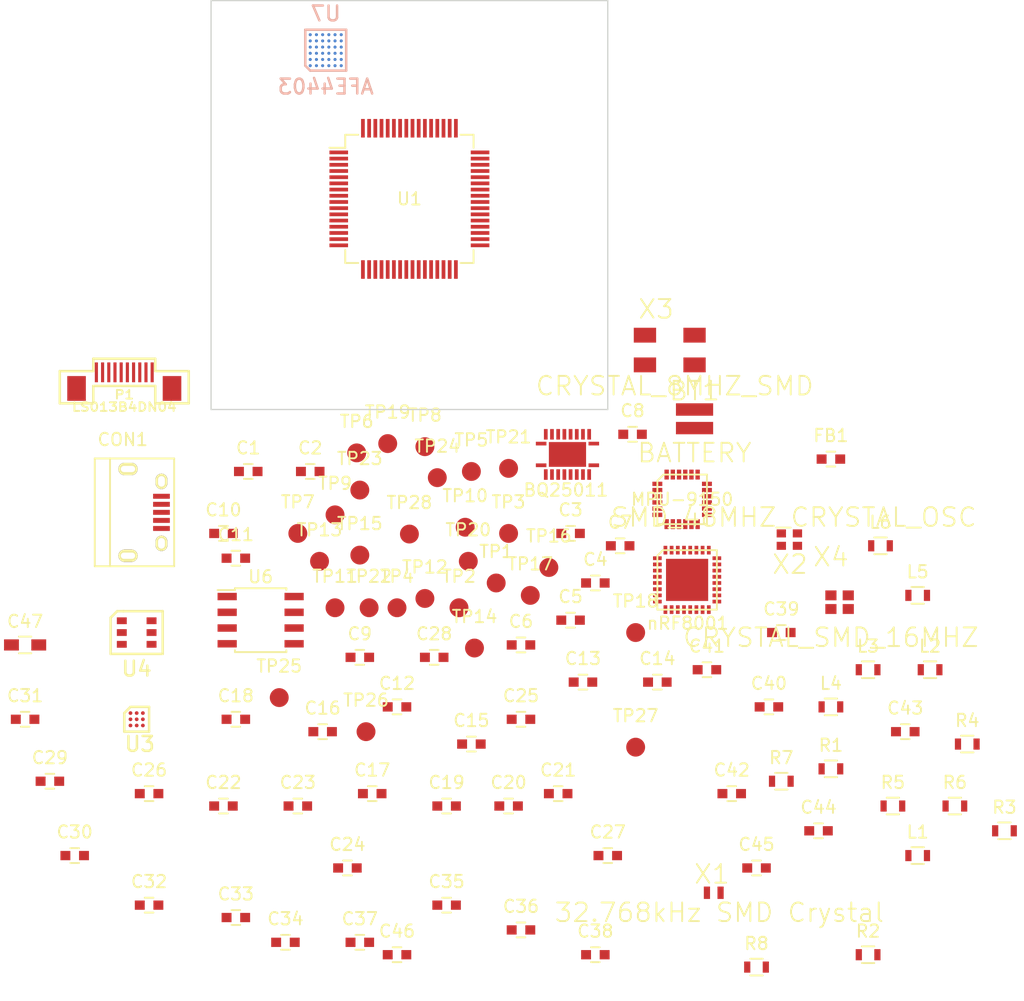
<source format=kicad_pcb>
(kicad_pcb (version 4) (host pcbnew "(2015-01-16 BZR 5376)-product")

  (general
    (links 235)
    (no_connects 235)
    (area 69.949999 19.949999 102.050001 53.050001)
    (thickness 1.6)
    (drawings 4)
    (tracks 0)
    (zones 0)
    (modules 105)
    (nets 148)
  )

  (page A4)
  (layers
    (0 F.Cu signal)
    (1 In1.Cu power)
    (2 In2.Cu power)
    (31 B.Cu signal)
    (32 B.Adhes user)
    (33 F.Adhes user)
    (34 B.Paste user)
    (35 F.Paste user)
    (36 B.SilkS user)
    (37 F.SilkS user)
    (38 B.Mask user)
    (39 F.Mask user)
    (40 Dwgs.User user)
    (41 Cmts.User user)
    (42 Eco1.User user)
    (43 Eco2.User user)
    (44 Edge.Cuts user)
    (45 Margin user)
    (46 B.CrtYd user)
    (47 F.CrtYd user)
    (48 B.Fab user)
    (49 F.Fab user)
  )

  (setup
    (last_trace_width 0.127)
    (user_trace_width 0.127)
    (trace_clearance 0.254)
    (zone_clearance 0.508)
    (zone_45_only no)
    (trace_min 0.127)
    (segment_width 0.2)
    (edge_width 0.1)
    (via_size 0.889)
    (via_drill 0.635)
    (via_min_size 0.6)
    (via_min_drill 0.3)
    (uvia_size 0.508)
    (uvia_drill 0.127)
    (uvias_allowed no)
    (uvia_min_size 0.508)
    (uvia_min_drill 0.127)
    (pcb_text_width 0.3)
    (pcb_text_size 1.5 1.5)
    (mod_edge_width 0.15)
    (mod_text_size 1 1)
    (mod_text_width 0.15)
    (pad_size 3 2)
    (pad_drill 0)
    (pad_to_mask_clearance 0)
    (aux_axis_origin 0 0)
    (visible_elements 7FFEF7FF)
    (pcbplotparams
      (layerselection 0x00030_80000001)
      (usegerberextensions false)
      (excludeedgelayer true)
      (linewidth 0.100000)
      (plotframeref false)
      (viasonmask false)
      (mode 1)
      (useauxorigin false)
      (hpglpennumber 1)
      (hpglpenspeed 20)
      (hpglpendiameter 15)
      (hpglpenoverlay 2)
      (psnegative false)
      (psa4output false)
      (plotreference true)
      (plotvalue true)
      (plotinvisibletext false)
      (padsonsilk false)
      (subtractmaskfromsilk false)
      (outputformat 1)
      (mirror false)
      (drillshape 1)
      (scaleselection 1)
      (outputdirectory ""))
  )

  (net 0 "")
  (net 1 "Net-(BT1-Pad1)")
  (net 2 GND)
  (net 3 /Power/MCU_RESET)
  (net 4 "Net-(C2-Pad1)")
  (net 5 USB_VBUS)
  (net 6 "Net-(C4-Pad1)")
  (net 7 "Net-(C5-Pad1)")
  (net 8 +3V3)
  (net 9 "Net-(C15-Pad1)")
  (net 10 "Net-(C16-Pad2)")
  (net 11 "Net-(C17-Pad2)")
  (net 12 "Net-(C18-Pad2)")
  (net 13 "Net-(C19-Pad2)")
  (net 14 "Net-(C22-Pad1)")
  (net 15 "Net-(C23-Pad1)")
  (net 16 /Display/DISP_ON/OFF)
  (net 17 "Net-(C27-Pad1)")
  (net 18 "Net-(C28-Pad1)")
  (net 19 "Net-(C29-Pad1)")
  (net 20 "Net-(C30-Pad1)")
  (net 21 "Net-(C33-Pad1)")
  (net 22 "Net-(C34-Pad1)")
  (net 23 "Net-(C35-Pad1)")
  (net 24 "Net-(C39-Pad1)")
  (net 25 "Net-(C40-Pad1)")
  (net 26 "Net-(C41-Pad1)")
  (net 27 "Net-(C43-Pad1)")
  (net 28 "Net-(C44-Pad1)")
  (net 29 "Net-(C44-Pad2)")
  (net 30 "Net-(C46-Pad1)")
  (net 31 "Net-(C46-Pad2)")
  (net 32 "Net-(C47-Pad1)")
  (net 33 "Net-(CON1-Pad2)")
  (net 34 "Net-(CON1-Pad3)")
  (net 35 "Net-(CON1-Pad4)")
  (net 36 "Net-(L1-Pad2)")
  (net 37 "Net-(L2-Pad1)")
  (net 38 "Net-(L3-Pad1)")
  (net 39 "Net-(L4-Pad1)")
  (net 40 "Net-(L4-Pad2)")
  (net 41 "Net-(L5-Pad2)")
  (net 42 /Display/DISP_CLK)
  (net 43 /Display/DISP_SI)
  (net 44 /Display/DISP_CS)
  (net 45 "Net-(P1-Pad4)")
  (net 46 "Net-(R2-Pad2)")
  (net 47 "Net-(R3-Pad2)")
  (net 48 /Power/USB_DP)
  (net 49 "Net-(R5-Pad1)")
  (net 50 "/uC part C/USB_DM")
  (net 51 "/Pulse oximeter /RESET")
  (net 52 "Net-(R8-Pad2)")
  (net 53 "Net-(U1-Pad1)")
  (net 54 "Net-(U1-Pad2)")
  (net 55 "Net-(U1-Pad3)")
  (net 56 "Net-(U1-Pad4)")
  (net 57 "Net-(U1-Pad5)")
  (net 58 "Net-(U1-Pad6)")
  (net 59 "Net-(U1-Pad9)")
  (net 60 "Net-(U1-Pad10)")
  (net 61 "Net-(U1-Pad11)")
  (net 62 "/uC part B/PC3")
  (net 63 "/uC part B/I2C1_SDA")
  (net 64 "/uC part B/I2C1_SCL")
  (net 65 "Net-(U1-Pad17)")
  (net 66 "Net-(U1-Pad18)")
  (net 67 "Net-(U1-Pad19)")
  (net 68 "Net-(U1-Pad21)")
  (net 69 "/Pulse oximeter /MOSI")
  (net 70 "/Pulse oximeter /MISO")
  (net 71 "/Pulse oximeter /SCLK")
  (net 72 "/Pulse oximeter /SPIEN")
  (net 73 "/uC part B/PD4")
  (net 74 "/uC part B/PD5")
  (net 75 /Power/GAUGE_SDA)
  (net 76 /Power/GAUGE_SCL)
  (net 77 "/uC part B/PD8")
  (net 78 "/uC part B/PC6")
  (net 79 "Net-(U1-Pad38)")
  (net 80 "Net-(U1-Pad41)")
  (net 81 "Net-(U1-Pad42)")
  (net 82 "Net-(U1-Pad43)")
  (net 83 "Net-(U1-Pad44)")
  (net 84 "/uC part C/PF0")
  (net 85 "/uC part C/PF1")
  (net 86 "Net-(U1-Pad51)")
  (net 87 "Net-(U1-Pad53)")
  (net 88 "Net-(U1-Pad54)")
  (net 89 "Net-(U1-Pad57)")
  (net 90 "Net-(U1-Pad58)")
  (net 91 "/Bluetooth LE/MISO")
  (net 92 "Net-(U1-Pad62)")
  (net 93 "Net-(U1-Pad63)")
  (net 94 "Net-(U1-Pad64)")
  (net 95 "Net-(U2-Pad5)")
  (net 96 /Power/STAT1)
  (net 97 /Power/STAT2)
  (net 98 /Power/PG)
  (net 99 /Power/CE)
  (net 100 "Net-(U2-Pad16)")
  (net 101 "Net-(U2-Pad20)")
  (net 102 /Power/GPOUT)
  (net 103 "Net-(U4-Pad1)")
  (net 104 "Net-(U4-Pad3)")
  (net 105 "Net-(U5-Pad2)")
  (net 106 "Net-(U5-Pad4)")
  (net 107 "Net-(U5-Pad5)")
  (net 108 "Net-(U5-Pad6)")
  (net 109 "Net-(U5-Pad14)")
  (net 110 "Net-(U5-Pad16)")
  (net 111 "Net-(U5-Pad22)")
  (net 112 "Net-(U5-Pad19)")
  (net 113 "Net-(U5-Pad7)")
  (net 114 /IMU/IMU_INT)
  (net 115 "Net-(U6-Pad1)")
  (net 116 "Net-(U7-PadA1)")
  (net 117 "Net-(U7-PadC1)")
  (net 118 "Net-(D1-Pad2)")
  (net 119 "Net-(D1-Pad1)")
  (net 120 "Net-(U7-PadB3)")
  (net 121 "/Pulse oximeter /AFE_PDN")
  (net 122 "Net-(U7-PadD3)")
  (net 123 "Net-(U7-PadE3)")
  (net 124 "Net-(D2-Pad1)")
  (net 125 "/Pulse oximeter /DIAG_END")
  (net 126 "Net-(D2-Pad2)")
  (net 127 "Net-(U7-PadB5)")
  (net 128 "/Pulse oximeter /ADC_RDY")
  (net 129 "Net-(U7-PadF5)")
  (net 130 "Net-(U7-PadB6)")
  (net 131 "Net-(U7-PadE6)")
  (net 132 "Net-(U8-Pad4)")
  (net 133 "Net-(U8-Pad5)")
  (net 134 "/Bluetooth LE/ACTIVE")
  (net 135 "/Bluetooth LE/RESET_RADIO")
  (net 136 "/Bluetooth LE/REQN")
  (net 137 "Net-(U8-Pad15)")
  (net 138 "/Bluetooth LE/RDYN")
  (net 139 "Net-(X1-Pad1)")
  (net 140 "Net-(TP17-Pad1)")
  (net 141 "Net-(TP18-Pad1)")
  (net 142 "Net-(TP20-Pad1)")
  (net 143 "Net-(TP21-Pad1)")
  (net 144 "Net-(TP23-Pad1)")
  (net 145 "Net-(TP24-Pad1)")
  (net 146 "Net-(TP26-Pad1)")
  (net 147 "Net-(TP28-Pad1)")

  (net_class Default "This is the default net class."
    (clearance 0.254)
    (trace_width 0.254)
    (via_dia 0.889)
    (via_drill 0.635)
    (uvia_dia 0.508)
    (uvia_drill 0.127)
    (add_net +3V3)
    (add_net "/Bluetooth LE/ACTIVE")
    (add_net "/Bluetooth LE/MISO")
    (add_net "/Bluetooth LE/RDYN")
    (add_net "/Bluetooth LE/REQN")
    (add_net "/Bluetooth LE/RESET_RADIO")
    (add_net /Display/DISP_CLK)
    (add_net /Display/DISP_CS)
    (add_net /Display/DISP_ON/OFF)
    (add_net /Display/DISP_SI)
    (add_net /IMU/IMU_INT)
    (add_net /Power/CE)
    (add_net /Power/GAUGE_SCL)
    (add_net /Power/GAUGE_SDA)
    (add_net /Power/GPOUT)
    (add_net /Power/MCU_RESET)
    (add_net /Power/PG)
    (add_net /Power/STAT1)
    (add_net /Power/STAT2)
    (add_net /Power/USB_DP)
    (add_net "/Pulse oximeter /ADC_RDY")
    (add_net "/Pulse oximeter /AFE_PDN")
    (add_net "/Pulse oximeter /DIAG_END")
    (add_net "/Pulse oximeter /MISO")
    (add_net "/Pulse oximeter /MOSI")
    (add_net "/Pulse oximeter /RESET")
    (add_net "/Pulse oximeter /SCLK")
    (add_net "/Pulse oximeter /SPIEN")
    (add_net "/uC part B/I2C1_SCL")
    (add_net "/uC part B/I2C1_SDA")
    (add_net "/uC part B/PC3")
    (add_net "/uC part B/PC6")
    (add_net "/uC part B/PD4")
    (add_net "/uC part B/PD5")
    (add_net "/uC part B/PD8")
    (add_net "/uC part C/PF0")
    (add_net "/uC part C/PF1")
    (add_net "/uC part C/USB_DM")
    (add_net GND)
    (add_net "Net-(BT1-Pad1)")
    (add_net "Net-(C15-Pad1)")
    (add_net "Net-(C16-Pad2)")
    (add_net "Net-(C17-Pad2)")
    (add_net "Net-(C18-Pad2)")
    (add_net "Net-(C19-Pad2)")
    (add_net "Net-(C2-Pad1)")
    (add_net "Net-(C22-Pad1)")
    (add_net "Net-(C23-Pad1)")
    (add_net "Net-(C27-Pad1)")
    (add_net "Net-(C28-Pad1)")
    (add_net "Net-(C29-Pad1)")
    (add_net "Net-(C30-Pad1)")
    (add_net "Net-(C33-Pad1)")
    (add_net "Net-(C34-Pad1)")
    (add_net "Net-(C35-Pad1)")
    (add_net "Net-(C39-Pad1)")
    (add_net "Net-(C4-Pad1)")
    (add_net "Net-(C40-Pad1)")
    (add_net "Net-(C41-Pad1)")
    (add_net "Net-(C43-Pad1)")
    (add_net "Net-(C44-Pad1)")
    (add_net "Net-(C44-Pad2)")
    (add_net "Net-(C46-Pad1)")
    (add_net "Net-(C46-Pad2)")
    (add_net "Net-(C47-Pad1)")
    (add_net "Net-(C5-Pad1)")
    (add_net "Net-(CON1-Pad2)")
    (add_net "Net-(CON1-Pad3)")
    (add_net "Net-(CON1-Pad4)")
    (add_net "Net-(D1-Pad1)")
    (add_net "Net-(D1-Pad2)")
    (add_net "Net-(D2-Pad1)")
    (add_net "Net-(D2-Pad2)")
    (add_net "Net-(L1-Pad2)")
    (add_net "Net-(L2-Pad1)")
    (add_net "Net-(L3-Pad1)")
    (add_net "Net-(L4-Pad1)")
    (add_net "Net-(L4-Pad2)")
    (add_net "Net-(L5-Pad2)")
    (add_net "Net-(P1-Pad4)")
    (add_net "Net-(R2-Pad2)")
    (add_net "Net-(R3-Pad2)")
    (add_net "Net-(R5-Pad1)")
    (add_net "Net-(R8-Pad2)")
    (add_net "Net-(TP17-Pad1)")
    (add_net "Net-(TP18-Pad1)")
    (add_net "Net-(TP20-Pad1)")
    (add_net "Net-(TP21-Pad1)")
    (add_net "Net-(TP23-Pad1)")
    (add_net "Net-(TP24-Pad1)")
    (add_net "Net-(TP26-Pad1)")
    (add_net "Net-(TP28-Pad1)")
    (add_net "Net-(U1-Pad1)")
    (add_net "Net-(U1-Pad10)")
    (add_net "Net-(U1-Pad11)")
    (add_net "Net-(U1-Pad17)")
    (add_net "Net-(U1-Pad18)")
    (add_net "Net-(U1-Pad19)")
    (add_net "Net-(U1-Pad2)")
    (add_net "Net-(U1-Pad21)")
    (add_net "Net-(U1-Pad3)")
    (add_net "Net-(U1-Pad38)")
    (add_net "Net-(U1-Pad4)")
    (add_net "Net-(U1-Pad41)")
    (add_net "Net-(U1-Pad42)")
    (add_net "Net-(U1-Pad43)")
    (add_net "Net-(U1-Pad44)")
    (add_net "Net-(U1-Pad5)")
    (add_net "Net-(U1-Pad51)")
    (add_net "Net-(U1-Pad53)")
    (add_net "Net-(U1-Pad54)")
    (add_net "Net-(U1-Pad57)")
    (add_net "Net-(U1-Pad58)")
    (add_net "Net-(U1-Pad6)")
    (add_net "Net-(U1-Pad62)")
    (add_net "Net-(U1-Pad63)")
    (add_net "Net-(U1-Pad64)")
    (add_net "Net-(U1-Pad9)")
    (add_net "Net-(U2-Pad16)")
    (add_net "Net-(U2-Pad20)")
    (add_net "Net-(U2-Pad5)")
    (add_net "Net-(U4-Pad1)")
    (add_net "Net-(U4-Pad3)")
    (add_net "Net-(U5-Pad14)")
    (add_net "Net-(U5-Pad16)")
    (add_net "Net-(U5-Pad19)")
    (add_net "Net-(U5-Pad2)")
    (add_net "Net-(U5-Pad22)")
    (add_net "Net-(U5-Pad4)")
    (add_net "Net-(U5-Pad5)")
    (add_net "Net-(U5-Pad6)")
    (add_net "Net-(U5-Pad7)")
    (add_net "Net-(U6-Pad1)")
    (add_net "Net-(U7-PadA1)")
    (add_net "Net-(U7-PadB3)")
    (add_net "Net-(U7-PadB5)")
    (add_net "Net-(U7-PadB6)")
    (add_net "Net-(U7-PadC1)")
    (add_net "Net-(U7-PadD3)")
    (add_net "Net-(U7-PadE3)")
    (add_net "Net-(U7-PadE6)")
    (add_net "Net-(U7-PadF5)")
    (add_net "Net-(U8-Pad15)")
    (add_net "Net-(U8-Pad4)")
    (add_net "Net-(U8-Pad5)")
    (add_net "Net-(X1-Pad1)")
    (add_net USB_VBUS)
  )

  (module Anastasia:BATTERY (layer F.Cu) (tedit 550C6465) (tstamp 550C6E18)
    (at 109 53)
    (path /55046F13/550477FF)
    (fp_text reference BT1 (at 0 -1.5) (layer F.SilkS)
      (effects (font (size 1.5 1.5) (thickness 0.15)))
    )
    (fp_text value BATTERY (at 0 3.5) (layer F.SilkS)
      (effects (font (size 1.5 1.5) (thickness 0.15)))
    )
    (pad 1 smd rect (at 0 0) (size 3 1) (layers F.Cu F.Paste F.Mask)
      (net 1 "Net-(BT1-Pad1)"))
    (pad 2 smd rect (at 0 1.5) (size 3 1) (layers F.Cu F.Paste F.Mask)
      (net 2 GND))
  )

  (module Capacitors_SMD:C_0603 (layer F.Cu) (tedit 5415D631) (tstamp 550C6E1E)
    (at 73 58)
    (descr "Capacitor SMD 0603, reflow soldering, AVX (see smccp.pdf)")
    (tags "capacitor 0603")
    (path /55046F13/5504745A)
    (attr smd)
    (fp_text reference C1 (at 0 -1.9) (layer F.SilkS)
      (effects (font (size 1 1) (thickness 0.15)))
    )
    (fp_text value 100N (at 0 1.9) (layer F.Fab)
      (effects (font (size 1 1) (thickness 0.15)))
    )
    (fp_line (start -1.45 -0.75) (end 1.45 -0.75) (layer F.CrtYd) (width 0.05))
    (fp_line (start -1.45 0.75) (end 1.45 0.75) (layer F.CrtYd) (width 0.05))
    (fp_line (start -1.45 -0.75) (end -1.45 0.75) (layer F.CrtYd) (width 0.05))
    (fp_line (start 1.45 -0.75) (end 1.45 0.75) (layer F.CrtYd) (width 0.05))
    (fp_line (start -0.35 -0.6) (end 0.35 -0.6) (layer F.SilkS) (width 0.15))
    (fp_line (start 0.35 0.6) (end -0.35 0.6) (layer F.SilkS) (width 0.15))
    (pad 1 smd rect (at -0.75 0) (size 0.8 0.75) (layers F.Cu F.Paste F.Mask)
      (net 3 /Power/MCU_RESET))
    (pad 2 smd rect (at 0.75 0) (size 0.8 0.75) (layers F.Cu F.Paste F.Mask)
      (net 2 GND))
    (model Capacitors_SMD.3dshapes/C_0603.wrl
      (at (xyz 0 0 0))
      (scale (xyz 1 1 1))
      (rotate (xyz 0 0 0))
    )
  )

  (module Capacitors_SMD:C_0603 (layer F.Cu) (tedit 5415D631) (tstamp 550C6E24)
    (at 78 58)
    (descr "Capacitor SMD 0603, reflow soldering, AVX (see smccp.pdf)")
    (tags "capacitor 0603")
    (path /55046F13/55047497)
    (attr smd)
    (fp_text reference C2 (at 0 -1.9) (layer F.SilkS)
      (effects (font (size 1 1) (thickness 0.15)))
    )
    (fp_text value 1U (at 0 1.9) (layer F.Fab)
      (effects (font (size 1 1) (thickness 0.15)))
    )
    (fp_line (start -1.45 -0.75) (end 1.45 -0.75) (layer F.CrtYd) (width 0.05))
    (fp_line (start -1.45 0.75) (end 1.45 0.75) (layer F.CrtYd) (width 0.05))
    (fp_line (start -1.45 -0.75) (end -1.45 0.75) (layer F.CrtYd) (width 0.05))
    (fp_line (start 1.45 -0.75) (end 1.45 0.75) (layer F.CrtYd) (width 0.05))
    (fp_line (start -0.35 -0.6) (end 0.35 -0.6) (layer F.SilkS) (width 0.15))
    (fp_line (start 0.35 0.6) (end -0.35 0.6) (layer F.SilkS) (width 0.15))
    (pad 1 smd rect (at -0.75 0) (size 0.8 0.75) (layers F.Cu F.Paste F.Mask)
      (net 4 "Net-(C2-Pad1)"))
    (pad 2 smd rect (at 0.75 0) (size 0.8 0.75) (layers F.Cu F.Paste F.Mask)
      (net 2 GND))
    (model Capacitors_SMD.3dshapes/C_0603.wrl
      (at (xyz 0 0 0))
      (scale (xyz 1 1 1))
      (rotate (xyz 0 0 0))
    )
  )

  (module Capacitors_SMD:C_0603 (layer F.Cu) (tedit 5415D631) (tstamp 550C6E2A)
    (at 99 63)
    (descr "Capacitor SMD 0603, reflow soldering, AVX (see smccp.pdf)")
    (tags "capacitor 0603")
    (path /55046F13/5504751C)
    (attr smd)
    (fp_text reference C3 (at 0 -1.9) (layer F.SilkS)
      (effects (font (size 1 1) (thickness 0.15)))
    )
    (fp_text value 4.7U (at 0 1.9) (layer F.Fab)
      (effects (font (size 1 1) (thickness 0.15)))
    )
    (fp_line (start -1.45 -0.75) (end 1.45 -0.75) (layer F.CrtYd) (width 0.05))
    (fp_line (start -1.45 0.75) (end 1.45 0.75) (layer F.CrtYd) (width 0.05))
    (fp_line (start -1.45 -0.75) (end -1.45 0.75) (layer F.CrtYd) (width 0.05))
    (fp_line (start 1.45 -0.75) (end 1.45 0.75) (layer F.CrtYd) (width 0.05))
    (fp_line (start -0.35 -0.6) (end 0.35 -0.6) (layer F.SilkS) (width 0.15))
    (fp_line (start 0.35 0.6) (end -0.35 0.6) (layer F.SilkS) (width 0.15))
    (pad 1 smd rect (at -0.75 0) (size 0.8 0.75) (layers F.Cu F.Paste F.Mask)
      (net 5 USB_VBUS))
    (pad 2 smd rect (at 0.75 0) (size 0.8 0.75) (layers F.Cu F.Paste F.Mask)
      (net 2 GND))
    (model Capacitors_SMD.3dshapes/C_0603.wrl
      (at (xyz 0 0 0))
      (scale (xyz 1 1 1))
      (rotate (xyz 0 0 0))
    )
  )

  (module Capacitors_SMD:C_0603 (layer F.Cu) (tedit 5415D631) (tstamp 550C6E30)
    (at 101 67)
    (descr "Capacitor SMD 0603, reflow soldering, AVX (see smccp.pdf)")
    (tags "capacitor 0603")
    (path /55046F13/55047523)
    (attr smd)
    (fp_text reference C4 (at 0 -1.9) (layer F.SilkS)
      (effects (font (size 1 1) (thickness 0.15)))
    )
    (fp_text value 1U (at 0 1.9) (layer F.Fab)
      (effects (font (size 1 1) (thickness 0.15)))
    )
    (fp_line (start -1.45 -0.75) (end 1.45 -0.75) (layer F.CrtYd) (width 0.05))
    (fp_line (start -1.45 0.75) (end 1.45 0.75) (layer F.CrtYd) (width 0.05))
    (fp_line (start -1.45 -0.75) (end -1.45 0.75) (layer F.CrtYd) (width 0.05))
    (fp_line (start 1.45 -0.75) (end 1.45 0.75) (layer F.CrtYd) (width 0.05))
    (fp_line (start -0.35 -0.6) (end 0.35 -0.6) (layer F.SilkS) (width 0.15))
    (fp_line (start 0.35 0.6) (end -0.35 0.6) (layer F.SilkS) (width 0.15))
    (pad 1 smd rect (at -0.75 0) (size 0.8 0.75) (layers F.Cu F.Paste F.Mask)
      (net 6 "Net-(C4-Pad1)"))
    (pad 2 smd rect (at 0.75 0) (size 0.8 0.75) (layers F.Cu F.Paste F.Mask)
      (net 2 GND))
    (model Capacitors_SMD.3dshapes/C_0603.wrl
      (at (xyz 0 0 0))
      (scale (xyz 1 1 1))
      (rotate (xyz 0 0 0))
    )
  )

  (module Capacitors_SMD:C_0603 (layer F.Cu) (tedit 5415D631) (tstamp 550C6E36)
    (at 99 70)
    (descr "Capacitor SMD 0603, reflow soldering, AVX (see smccp.pdf)")
    (tags "capacitor 0603")
    (path /55046F13/5504747C)
    (attr smd)
    (fp_text reference C5 (at 0 -1.9) (layer F.SilkS)
      (effects (font (size 1 1) (thickness 0.15)))
    )
    (fp_text value 10U (at 0 1.9) (layer F.Fab)
      (effects (font (size 1 1) (thickness 0.15)))
    )
    (fp_line (start -1.45 -0.75) (end 1.45 -0.75) (layer F.CrtYd) (width 0.05))
    (fp_line (start -1.45 0.75) (end 1.45 0.75) (layer F.CrtYd) (width 0.05))
    (fp_line (start -1.45 -0.75) (end -1.45 0.75) (layer F.CrtYd) (width 0.05))
    (fp_line (start 1.45 -0.75) (end 1.45 0.75) (layer F.CrtYd) (width 0.05))
    (fp_line (start -0.35 -0.6) (end 0.35 -0.6) (layer F.SilkS) (width 0.15))
    (fp_line (start 0.35 0.6) (end -0.35 0.6) (layer F.SilkS) (width 0.15))
    (pad 1 smd rect (at -0.75 0) (size 0.8 0.75) (layers F.Cu F.Paste F.Mask)
      (net 7 "Net-(C5-Pad1)"))
    (pad 2 smd rect (at 0.75 0) (size 0.8 0.75) (layers F.Cu F.Paste F.Mask)
      (net 2 GND))
    (model Capacitors_SMD.3dshapes/C_0603.wrl
      (at (xyz 0 0 0))
      (scale (xyz 1 1 1))
      (rotate (xyz 0 0 0))
    )
  )

  (module Capacitors_SMD:C_0603 (layer F.Cu) (tedit 5415D631) (tstamp 550C6E3C)
    (at 95 72)
    (descr "Capacitor SMD 0603, reflow soldering, AVX (see smccp.pdf)")
    (tags "capacitor 0603")
    (path /55046F13/55047483)
    (attr smd)
    (fp_text reference C6 (at 0 -1.9) (layer F.SilkS)
      (effects (font (size 1 1) (thickness 0.15)))
    )
    (fp_text value 10N (at 0 1.9) (layer F.Fab)
      (effects (font (size 1 1) (thickness 0.15)))
    )
    (fp_line (start -1.45 -0.75) (end 1.45 -0.75) (layer F.CrtYd) (width 0.05))
    (fp_line (start -1.45 0.75) (end 1.45 0.75) (layer F.CrtYd) (width 0.05))
    (fp_line (start -1.45 -0.75) (end -1.45 0.75) (layer F.CrtYd) (width 0.05))
    (fp_line (start 1.45 -0.75) (end 1.45 0.75) (layer F.CrtYd) (width 0.05))
    (fp_line (start -0.35 -0.6) (end 0.35 -0.6) (layer F.SilkS) (width 0.15))
    (fp_line (start 0.35 0.6) (end -0.35 0.6) (layer F.SilkS) (width 0.15))
    (pad 1 smd rect (at -0.75 0) (size 0.8 0.75) (layers F.Cu F.Paste F.Mask)
      (net 7 "Net-(C5-Pad1)"))
    (pad 2 smd rect (at 0.75 0) (size 0.8 0.75) (layers F.Cu F.Paste F.Mask)
      (net 2 GND))
    (model Capacitors_SMD.3dshapes/C_0603.wrl
      (at (xyz 0 0 0))
      (scale (xyz 1 1 1))
      (rotate (xyz 0 0 0))
    )
  )

  (module Capacitors_SMD:C_0603 (layer F.Cu) (tedit 5415D631) (tstamp 550C6E42)
    (at 103 64)
    (descr "Capacitor SMD 0603, reflow soldering, AVX (see smccp.pdf)")
    (tags "capacitor 0603")
    (path /55046F13/5504748A)
    (attr smd)
    (fp_text reference C7 (at 0 -1.9) (layer F.SilkS)
      (effects (font (size 1 1) (thickness 0.15)))
    )
    (fp_text value 10N (at 0 1.9) (layer F.Fab)
      (effects (font (size 1 1) (thickness 0.15)))
    )
    (fp_line (start -1.45 -0.75) (end 1.45 -0.75) (layer F.CrtYd) (width 0.05))
    (fp_line (start -1.45 0.75) (end 1.45 0.75) (layer F.CrtYd) (width 0.05))
    (fp_line (start -1.45 -0.75) (end -1.45 0.75) (layer F.CrtYd) (width 0.05))
    (fp_line (start 1.45 -0.75) (end 1.45 0.75) (layer F.CrtYd) (width 0.05))
    (fp_line (start -0.35 -0.6) (end 0.35 -0.6) (layer F.SilkS) (width 0.15))
    (fp_line (start 0.35 0.6) (end -0.35 0.6) (layer F.SilkS) (width 0.15))
    (pad 1 smd rect (at -0.75 0) (size 0.8 0.75) (layers F.Cu F.Paste F.Mask)
      (net 7 "Net-(C5-Pad1)"))
    (pad 2 smd rect (at 0.75 0) (size 0.8 0.75) (layers F.Cu F.Paste F.Mask)
      (net 2 GND))
    (model Capacitors_SMD.3dshapes/C_0603.wrl
      (at (xyz 0 0 0))
      (scale (xyz 1 1 1))
      (rotate (xyz 0 0 0))
    )
  )

  (module Capacitors_SMD:C_0603 (layer F.Cu) (tedit 5415D631) (tstamp 550C6E48)
    (at 104 55)
    (descr "Capacitor SMD 0603, reflow soldering, AVX (see smccp.pdf)")
    (tags "capacitor 0603")
    (path /55046F13/550474B1)
    (attr smd)
    (fp_text reference C8 (at 0 -1.9) (layer F.SilkS)
      (effects (font (size 1 1) (thickness 0.15)))
    )
    (fp_text value 100N (at 0 1.9) (layer F.Fab)
      (effects (font (size 1 1) (thickness 0.15)))
    )
    (fp_line (start -1.45 -0.75) (end 1.45 -0.75) (layer F.CrtYd) (width 0.05))
    (fp_line (start -1.45 0.75) (end 1.45 0.75) (layer F.CrtYd) (width 0.05))
    (fp_line (start -1.45 -0.75) (end -1.45 0.75) (layer F.CrtYd) (width 0.05))
    (fp_line (start 1.45 -0.75) (end 1.45 0.75) (layer F.CrtYd) (width 0.05))
    (fp_line (start -0.35 -0.6) (end 0.35 -0.6) (layer F.SilkS) (width 0.15))
    (fp_line (start 0.35 0.6) (end -0.35 0.6) (layer F.SilkS) (width 0.15))
    (pad 1 smd rect (at -0.75 0) (size 0.8 0.75) (layers F.Cu F.Paste F.Mask)
      (net 8 +3V3))
    (pad 2 smd rect (at 0.75 0) (size 0.8 0.75) (layers F.Cu F.Paste F.Mask)
      (net 2 GND))
    (model Capacitors_SMD.3dshapes/C_0603.wrl
      (at (xyz 0 0 0))
      (scale (xyz 1 1 1))
      (rotate (xyz 0 0 0))
    )
  )

  (module Capacitors_SMD:C_0603 (layer F.Cu) (tedit 5415D631) (tstamp 550C6E4E)
    (at 82 73)
    (descr "Capacitor SMD 0603, reflow soldering, AVX (see smccp.pdf)")
    (tags "capacitor 0603")
    (path /55046F13/550474B8)
    (attr smd)
    (fp_text reference C9 (at 0 -1.9) (layer F.SilkS)
      (effects (font (size 1 1) (thickness 0.15)))
    )
    (fp_text value 100N (at 0 1.9) (layer F.Fab)
      (effects (font (size 1 1) (thickness 0.15)))
    )
    (fp_line (start -1.45 -0.75) (end 1.45 -0.75) (layer F.CrtYd) (width 0.05))
    (fp_line (start -1.45 0.75) (end 1.45 0.75) (layer F.CrtYd) (width 0.05))
    (fp_line (start -1.45 -0.75) (end -1.45 0.75) (layer F.CrtYd) (width 0.05))
    (fp_line (start 1.45 -0.75) (end 1.45 0.75) (layer F.CrtYd) (width 0.05))
    (fp_line (start -0.35 -0.6) (end 0.35 -0.6) (layer F.SilkS) (width 0.15))
    (fp_line (start 0.35 0.6) (end -0.35 0.6) (layer F.SilkS) (width 0.15))
    (pad 1 smd rect (at -0.75 0) (size 0.8 0.75) (layers F.Cu F.Paste F.Mask)
      (net 8 +3V3))
    (pad 2 smd rect (at 0.75 0) (size 0.8 0.75) (layers F.Cu F.Paste F.Mask)
      (net 2 GND))
    (model Capacitors_SMD.3dshapes/C_0603.wrl
      (at (xyz 0 0 0))
      (scale (xyz 1 1 1))
      (rotate (xyz 0 0 0))
    )
  )

  (module Capacitors_SMD:C_0603 (layer F.Cu) (tedit 5415D631) (tstamp 550C6E54)
    (at 71 63)
    (descr "Capacitor SMD 0603, reflow soldering, AVX (see smccp.pdf)")
    (tags "capacitor 0603")
    (path /55046F13/550474BF)
    (attr smd)
    (fp_text reference C10 (at 0 -1.9) (layer F.SilkS)
      (effects (font (size 1 1) (thickness 0.15)))
    )
    (fp_text value 100N (at 0 1.9) (layer F.Fab)
      (effects (font (size 1 1) (thickness 0.15)))
    )
    (fp_line (start -1.45 -0.75) (end 1.45 -0.75) (layer F.CrtYd) (width 0.05))
    (fp_line (start -1.45 0.75) (end 1.45 0.75) (layer F.CrtYd) (width 0.05))
    (fp_line (start -1.45 -0.75) (end -1.45 0.75) (layer F.CrtYd) (width 0.05))
    (fp_line (start 1.45 -0.75) (end 1.45 0.75) (layer F.CrtYd) (width 0.05))
    (fp_line (start -0.35 -0.6) (end 0.35 -0.6) (layer F.SilkS) (width 0.15))
    (fp_line (start 0.35 0.6) (end -0.35 0.6) (layer F.SilkS) (width 0.15))
    (pad 1 smd rect (at -0.75 0) (size 0.8 0.75) (layers F.Cu F.Paste F.Mask)
      (net 8 +3V3))
    (pad 2 smd rect (at 0.75 0) (size 0.8 0.75) (layers F.Cu F.Paste F.Mask)
      (net 2 GND))
    (model Capacitors_SMD.3dshapes/C_0603.wrl
      (at (xyz 0 0 0))
      (scale (xyz 1 1 1))
      (rotate (xyz 0 0 0))
    )
  )

  (module Capacitors_SMD:C_0603 (layer F.Cu) (tedit 5415D631) (tstamp 550C6E5A)
    (at 72 65)
    (descr "Capacitor SMD 0603, reflow soldering, AVX (see smccp.pdf)")
    (tags "capacitor 0603")
    (path /55046F13/550474C6)
    (attr smd)
    (fp_text reference C11 (at 0 -1.9) (layer F.SilkS)
      (effects (font (size 1 1) (thickness 0.15)))
    )
    (fp_text value 10U (at 0 1.9) (layer F.Fab)
      (effects (font (size 1 1) (thickness 0.15)))
    )
    (fp_line (start -1.45 -0.75) (end 1.45 -0.75) (layer F.CrtYd) (width 0.05))
    (fp_line (start -1.45 0.75) (end 1.45 0.75) (layer F.CrtYd) (width 0.05))
    (fp_line (start -1.45 -0.75) (end -1.45 0.75) (layer F.CrtYd) (width 0.05))
    (fp_line (start 1.45 -0.75) (end 1.45 0.75) (layer F.CrtYd) (width 0.05))
    (fp_line (start -0.35 -0.6) (end 0.35 -0.6) (layer F.SilkS) (width 0.15))
    (fp_line (start 0.35 0.6) (end -0.35 0.6) (layer F.SilkS) (width 0.15))
    (pad 1 smd rect (at -0.75 0) (size 0.8 0.75) (layers F.Cu F.Paste F.Mask)
      (net 8 +3V3))
    (pad 2 smd rect (at 0.75 0) (size 0.8 0.75) (layers F.Cu F.Paste F.Mask)
      (net 2 GND))
    (model Capacitors_SMD.3dshapes/C_0603.wrl
      (at (xyz 0 0 0))
      (scale (xyz 1 1 1))
      (rotate (xyz 0 0 0))
    )
  )

  (module Capacitors_SMD:C_0603 (layer F.Cu) (tedit 5415D631) (tstamp 550C6E60)
    (at 85 77)
    (descr "Capacitor SMD 0603, reflow soldering, AVX (see smccp.pdf)")
    (tags "capacitor 0603")
    (path /55046F13/550474FF)
    (attr smd)
    (fp_text reference C12 (at 0 -1.9) (layer F.SilkS)
      (effects (font (size 1 1) (thickness 0.15)))
    )
    (fp_text value 2.2U (at 0 1.9) (layer F.Fab)
      (effects (font (size 1 1) (thickness 0.15)))
    )
    (fp_line (start -1.45 -0.75) (end 1.45 -0.75) (layer F.CrtYd) (width 0.05))
    (fp_line (start -1.45 0.75) (end 1.45 0.75) (layer F.CrtYd) (width 0.05))
    (fp_line (start -1.45 -0.75) (end -1.45 0.75) (layer F.CrtYd) (width 0.05))
    (fp_line (start 1.45 -0.75) (end 1.45 0.75) (layer F.CrtYd) (width 0.05))
    (fp_line (start -0.35 -0.6) (end 0.35 -0.6) (layer F.SilkS) (width 0.15))
    (fp_line (start 0.35 0.6) (end -0.35 0.6) (layer F.SilkS) (width 0.15))
    (pad 1 smd rect (at -0.75 0) (size 0.8 0.75) (layers F.Cu F.Paste F.Mask)
      (net 8 +3V3))
    (pad 2 smd rect (at 0.75 0) (size 0.8 0.75) (layers F.Cu F.Paste F.Mask)
      (net 2 GND))
    (model Capacitors_SMD.3dshapes/C_0603.wrl
      (at (xyz 0 0 0))
      (scale (xyz 1 1 1))
      (rotate (xyz 0 0 0))
    )
  )

  (module Capacitors_SMD:C_0603 (layer F.Cu) (tedit 5415D631) (tstamp 550C6E66)
    (at 100 75)
    (descr "Capacitor SMD 0603, reflow soldering, AVX (see smccp.pdf)")
    (tags "capacitor 0603")
    (path /55046F13/550474F1)
    (attr smd)
    (fp_text reference C13 (at 0 -1.9) (layer F.SilkS)
      (effects (font (size 1 1) (thickness 0.15)))
    )
    (fp_text value 0.1U (at 0 1.9) (layer F.Fab)
      (effects (font (size 1 1) (thickness 0.15)))
    )
    (fp_line (start -1.45 -0.75) (end 1.45 -0.75) (layer F.CrtYd) (width 0.05))
    (fp_line (start -1.45 0.75) (end 1.45 0.75) (layer F.CrtYd) (width 0.05))
    (fp_line (start -1.45 -0.75) (end -1.45 0.75) (layer F.CrtYd) (width 0.05))
    (fp_line (start 1.45 -0.75) (end 1.45 0.75) (layer F.CrtYd) (width 0.05))
    (fp_line (start -0.35 -0.6) (end 0.35 -0.6) (layer F.SilkS) (width 0.15))
    (fp_line (start 0.35 0.6) (end -0.35 0.6) (layer F.SilkS) (width 0.15))
    (pad 1 smd rect (at -0.75 0) (size 0.8 0.75) (layers F.Cu F.Paste F.Mask)
      (net 5 USB_VBUS))
    (pad 2 smd rect (at 0.75 0) (size 0.8 0.75) (layers F.Cu F.Paste F.Mask)
      (net 2 GND))
    (model Capacitors_SMD.3dshapes/C_0603.wrl
      (at (xyz 0 0 0))
      (scale (xyz 1 1 1))
      (rotate (xyz 0 0 0))
    )
  )

  (module Capacitors_SMD:C_0603 (layer F.Cu) (tedit 5415D631) (tstamp 550C6E6C)
    (at 106 75)
    (descr "Capacitor SMD 0603, reflow soldering, AVX (see smccp.pdf)")
    (tags "capacitor 0603")
    (path /55046F13/550479A6)
    (attr smd)
    (fp_text reference C14 (at 0 -1.9) (layer F.SilkS)
      (effects (font (size 1 1) (thickness 0.15)))
    )
    (fp_text value 4.7U (at 0 1.9) (layer F.Fab)
      (effects (font (size 1 1) (thickness 0.15)))
    )
    (fp_line (start -1.45 -0.75) (end 1.45 -0.75) (layer F.CrtYd) (width 0.05))
    (fp_line (start -1.45 0.75) (end 1.45 0.75) (layer F.CrtYd) (width 0.05))
    (fp_line (start -1.45 -0.75) (end -1.45 0.75) (layer F.CrtYd) (width 0.05))
    (fp_line (start 1.45 -0.75) (end 1.45 0.75) (layer F.CrtYd) (width 0.05))
    (fp_line (start -0.35 -0.6) (end 0.35 -0.6) (layer F.SilkS) (width 0.15))
    (fp_line (start 0.35 0.6) (end -0.35 0.6) (layer F.SilkS) (width 0.15))
    (pad 1 smd rect (at -0.75 0) (size 0.8 0.75) (layers F.Cu F.Paste F.Mask)
      (net 1 "Net-(BT1-Pad1)"))
    (pad 2 smd rect (at 0.75 0) (size 0.8 0.75) (layers F.Cu F.Paste F.Mask)
      (net 2 GND))
    (model Capacitors_SMD.3dshapes/C_0603.wrl
      (at (xyz 0 0 0))
      (scale (xyz 1 1 1))
      (rotate (xyz 0 0 0))
    )
  )

  (module Capacitors_SMD:C_0603 (layer F.Cu) (tedit 5415D631) (tstamp 550C6E72)
    (at 91 80)
    (descr "Capacitor SMD 0603, reflow soldering, AVX (see smccp.pdf)")
    (tags "capacitor 0603")
    (path /55046F13/55085D1A)
    (attr smd)
    (fp_text reference C15 (at 0 -1.9) (layer F.SilkS)
      (effects (font (size 1 1) (thickness 0.15)))
    )
    (fp_text value 0.47U (at 0 1.9) (layer F.Fab)
      (effects (font (size 1 1) (thickness 0.15)))
    )
    (fp_line (start -1.45 -0.75) (end 1.45 -0.75) (layer F.CrtYd) (width 0.05))
    (fp_line (start -1.45 0.75) (end 1.45 0.75) (layer F.CrtYd) (width 0.05))
    (fp_line (start -1.45 -0.75) (end -1.45 0.75) (layer F.CrtYd) (width 0.05))
    (fp_line (start 1.45 -0.75) (end 1.45 0.75) (layer F.CrtYd) (width 0.05))
    (fp_line (start -0.35 -0.6) (end 0.35 -0.6) (layer F.SilkS) (width 0.15))
    (fp_line (start 0.35 0.6) (end -0.35 0.6) (layer F.SilkS) (width 0.15))
    (pad 1 smd rect (at -0.75 0) (size 0.8 0.75) (layers F.Cu F.Paste F.Mask)
      (net 9 "Net-(C15-Pad1)"))
    (pad 2 smd rect (at 0.75 0) (size 0.8 0.75) (layers F.Cu F.Paste F.Mask)
      (net 2 GND))
    (model Capacitors_SMD.3dshapes/C_0603.wrl
      (at (xyz 0 0 0))
      (scale (xyz 1 1 1))
      (rotate (xyz 0 0 0))
    )
  )

  (module Capacitors_SMD:C_0603 (layer F.Cu) (tedit 5415D631) (tstamp 550C6E78)
    (at 79 79)
    (descr "Capacitor SMD 0603, reflow soldering, AVX (see smccp.pdf)")
    (tags "capacitor 0603")
    (path /5504D17E/5504D769)
    (attr smd)
    (fp_text reference C16 (at 0 -1.9) (layer F.SilkS)
      (effects (font (size 1 1) (thickness 0.15)))
    )
    (fp_text value C (at 0 1.9) (layer F.Fab)
      (effects (font (size 1 1) (thickness 0.15)))
    )
    (fp_line (start -1.45 -0.75) (end 1.45 -0.75) (layer F.CrtYd) (width 0.05))
    (fp_line (start -1.45 0.75) (end 1.45 0.75) (layer F.CrtYd) (width 0.05))
    (fp_line (start -1.45 -0.75) (end -1.45 0.75) (layer F.CrtYd) (width 0.05))
    (fp_line (start 1.45 -0.75) (end 1.45 0.75) (layer F.CrtYd) (width 0.05))
    (fp_line (start -0.35 -0.6) (end 0.35 -0.6) (layer F.SilkS) (width 0.15))
    (fp_line (start 0.35 0.6) (end -0.35 0.6) (layer F.SilkS) (width 0.15))
    (pad 1 smd rect (at -0.75 0) (size 0.8 0.75) (layers F.Cu F.Paste F.Mask)
      (net 2 GND))
    (pad 2 smd rect (at 0.75 0) (size 0.8 0.75) (layers F.Cu F.Paste F.Mask)
      (net 10 "Net-(C16-Pad2)"))
    (model Capacitors_SMD.3dshapes/C_0603.wrl
      (at (xyz 0 0 0))
      (scale (xyz 1 1 1))
      (rotate (xyz 0 0 0))
    )
  )

  (module Capacitors_SMD:C_0603 (layer F.Cu) (tedit 5415D631) (tstamp 550C6E7E)
    (at 83 84)
    (descr "Capacitor SMD 0603, reflow soldering, AVX (see smccp.pdf)")
    (tags "capacitor 0603")
    (path /5504D17E/5504D74C)
    (attr smd)
    (fp_text reference C17 (at 0 -1.9) (layer F.SilkS)
      (effects (font (size 1 1) (thickness 0.15)))
    )
    (fp_text value C (at 0 1.9) (layer F.Fab)
      (effects (font (size 1 1) (thickness 0.15)))
    )
    (fp_line (start -1.45 -0.75) (end 1.45 -0.75) (layer F.CrtYd) (width 0.05))
    (fp_line (start -1.45 0.75) (end 1.45 0.75) (layer F.CrtYd) (width 0.05))
    (fp_line (start -1.45 -0.75) (end -1.45 0.75) (layer F.CrtYd) (width 0.05))
    (fp_line (start 1.45 -0.75) (end 1.45 0.75) (layer F.CrtYd) (width 0.05))
    (fp_line (start -0.35 -0.6) (end 0.35 -0.6) (layer F.SilkS) (width 0.15))
    (fp_line (start 0.35 0.6) (end -0.35 0.6) (layer F.SilkS) (width 0.15))
    (pad 1 smd rect (at -0.75 0) (size 0.8 0.75) (layers F.Cu F.Paste F.Mask)
      (net 2 GND))
    (pad 2 smd rect (at 0.75 0) (size 0.8 0.75) (layers F.Cu F.Paste F.Mask)
      (net 11 "Net-(C17-Pad2)"))
    (model Capacitors_SMD.3dshapes/C_0603.wrl
      (at (xyz 0 0 0))
      (scale (xyz 1 1 1))
      (rotate (xyz 0 0 0))
    )
  )

  (module Capacitors_SMD:C_0603 (layer F.Cu) (tedit 5415D631) (tstamp 550C6E84)
    (at 72 78)
    (descr "Capacitor SMD 0603, reflow soldering, AVX (see smccp.pdf)")
    (tags "capacitor 0603")
    (path /5504D17E/5504D3F7)
    (attr smd)
    (fp_text reference C18 (at 0 -1.9) (layer F.SilkS)
      (effects (font (size 1 1) (thickness 0.15)))
    )
    (fp_text value C (at 0 1.9) (layer F.Fab)
      (effects (font (size 1 1) (thickness 0.15)))
    )
    (fp_line (start -1.45 -0.75) (end 1.45 -0.75) (layer F.CrtYd) (width 0.05))
    (fp_line (start -1.45 0.75) (end 1.45 0.75) (layer F.CrtYd) (width 0.05))
    (fp_line (start -1.45 -0.75) (end -1.45 0.75) (layer F.CrtYd) (width 0.05))
    (fp_line (start 1.45 -0.75) (end 1.45 0.75) (layer F.CrtYd) (width 0.05))
    (fp_line (start -0.35 -0.6) (end 0.35 -0.6) (layer F.SilkS) (width 0.15))
    (fp_line (start 0.35 0.6) (end -0.35 0.6) (layer F.SilkS) (width 0.15))
    (pad 1 smd rect (at -0.75 0) (size 0.8 0.75) (layers F.Cu F.Paste F.Mask)
      (net 2 GND))
    (pad 2 smd rect (at 0.75 0) (size 0.8 0.75) (layers F.Cu F.Paste F.Mask)
      (net 12 "Net-(C18-Pad2)"))
    (model Capacitors_SMD.3dshapes/C_0603.wrl
      (at (xyz 0 0 0))
      (scale (xyz 1 1 1))
      (rotate (xyz 0 0 0))
    )
  )

  (module Capacitors_SMD:C_0603 (layer F.Cu) (tedit 5415D631) (tstamp 550C6E8A)
    (at 89 85)
    (descr "Capacitor SMD 0603, reflow soldering, AVX (see smccp.pdf)")
    (tags "capacitor 0603")
    (path /5504D17E/5504D470)
    (attr smd)
    (fp_text reference C19 (at 0 -1.9) (layer F.SilkS)
      (effects (font (size 1 1) (thickness 0.15)))
    )
    (fp_text value C (at 0 1.9) (layer F.Fab)
      (effects (font (size 1 1) (thickness 0.15)))
    )
    (fp_line (start -1.45 -0.75) (end 1.45 -0.75) (layer F.CrtYd) (width 0.05))
    (fp_line (start -1.45 0.75) (end 1.45 0.75) (layer F.CrtYd) (width 0.05))
    (fp_line (start -1.45 -0.75) (end -1.45 0.75) (layer F.CrtYd) (width 0.05))
    (fp_line (start 1.45 -0.75) (end 1.45 0.75) (layer F.CrtYd) (width 0.05))
    (fp_line (start -0.35 -0.6) (end 0.35 -0.6) (layer F.SilkS) (width 0.15))
    (fp_line (start 0.35 0.6) (end -0.35 0.6) (layer F.SilkS) (width 0.15))
    (pad 1 smd rect (at -0.75 0) (size 0.8 0.75) (layers F.Cu F.Paste F.Mask)
      (net 2 GND))
    (pad 2 smd rect (at 0.75 0) (size 0.8 0.75) (layers F.Cu F.Paste F.Mask)
      (net 13 "Net-(C19-Pad2)"))
    (model Capacitors_SMD.3dshapes/C_0603.wrl
      (at (xyz 0 0 0))
      (scale (xyz 1 1 1))
      (rotate (xyz 0 0 0))
    )
  )

  (module Capacitors_SMD:C_0603 (layer F.Cu) (tedit 5415D631) (tstamp 550C6E90)
    (at 94 85)
    (descr "Capacitor SMD 0603, reflow soldering, AVX (see smccp.pdf)")
    (tags "capacitor 0603")
    (path /5504DA44/5504E2C2)
    (attr smd)
    (fp_text reference C20 (at 0 -1.9) (layer F.SilkS)
      (effects (font (size 1 1) (thickness 0.15)))
    )
    (fp_text value 0.1U (at 0 1.9) (layer F.Fab)
      (effects (font (size 1 1) (thickness 0.15)))
    )
    (fp_line (start -1.45 -0.75) (end 1.45 -0.75) (layer F.CrtYd) (width 0.05))
    (fp_line (start -1.45 0.75) (end 1.45 0.75) (layer F.CrtYd) (width 0.05))
    (fp_line (start -1.45 -0.75) (end -1.45 0.75) (layer F.CrtYd) (width 0.05))
    (fp_line (start 1.45 -0.75) (end 1.45 0.75) (layer F.CrtYd) (width 0.05))
    (fp_line (start -0.35 -0.6) (end 0.35 -0.6) (layer F.SilkS) (width 0.15))
    (fp_line (start 0.35 0.6) (end -0.35 0.6) (layer F.SilkS) (width 0.15))
    (pad 1 smd rect (at -0.75 0) (size 0.8 0.75) (layers F.Cu F.Paste F.Mask)
      (net 8 +3V3))
    (pad 2 smd rect (at 0.75 0) (size 0.8 0.75) (layers F.Cu F.Paste F.Mask)
      (net 2 GND))
    (model Capacitors_SMD.3dshapes/C_0603.wrl
      (at (xyz 0 0 0))
      (scale (xyz 1 1 1))
      (rotate (xyz 0 0 0))
    )
  )

  (module Capacitors_SMD:C_0603 (layer F.Cu) (tedit 5415D631) (tstamp 550C6E96)
    (at 98 84)
    (descr "Capacitor SMD 0603, reflow soldering, AVX (see smccp.pdf)")
    (tags "capacitor 0603")
    (path /5504DA44/5504DF2D)
    (attr smd)
    (fp_text reference C21 (at 0 -1.9) (layer F.SilkS)
      (effects (font (size 1 1) (thickness 0.15)))
    )
    (fp_text value 10N (at 0 1.9) (layer F.Fab)
      (effects (font (size 1 1) (thickness 0.15)))
    )
    (fp_line (start -1.45 -0.75) (end 1.45 -0.75) (layer F.CrtYd) (width 0.05))
    (fp_line (start -1.45 0.75) (end 1.45 0.75) (layer F.CrtYd) (width 0.05))
    (fp_line (start -1.45 -0.75) (end -1.45 0.75) (layer F.CrtYd) (width 0.05))
    (fp_line (start 1.45 -0.75) (end 1.45 0.75) (layer F.CrtYd) (width 0.05))
    (fp_line (start -0.35 -0.6) (end 0.35 -0.6) (layer F.SilkS) (width 0.15))
    (fp_line (start 0.35 0.6) (end -0.35 0.6) (layer F.SilkS) (width 0.15))
    (pad 1 smd rect (at -0.75 0) (size 0.8 0.75) (layers F.Cu F.Paste F.Mask)
      (net 8 +3V3))
    (pad 2 smd rect (at 0.75 0) (size 0.8 0.75) (layers F.Cu F.Paste F.Mask)
      (net 2 GND))
    (model Capacitors_SMD.3dshapes/C_0603.wrl
      (at (xyz 0 0 0))
      (scale (xyz 1 1 1))
      (rotate (xyz 0 0 0))
    )
  )

  (module Capacitors_SMD:C_0603 (layer F.Cu) (tedit 5415D631) (tstamp 550C6E9C)
    (at 71 85)
    (descr "Capacitor SMD 0603, reflow soldering, AVX (see smccp.pdf)")
    (tags "capacitor 0603")
    (path /5504DA44/5504E476)
    (attr smd)
    (fp_text reference C22 (at 0 -1.9) (layer F.SilkS)
      (effects (font (size 1 1) (thickness 0.15)))
    )
    (fp_text value 2.2N (at 0 1.9) (layer F.Fab)
      (effects (font (size 1 1) (thickness 0.15)))
    )
    (fp_line (start -1.45 -0.75) (end 1.45 -0.75) (layer F.CrtYd) (width 0.05))
    (fp_line (start -1.45 0.75) (end 1.45 0.75) (layer F.CrtYd) (width 0.05))
    (fp_line (start -1.45 -0.75) (end -1.45 0.75) (layer F.CrtYd) (width 0.05))
    (fp_line (start 1.45 -0.75) (end 1.45 0.75) (layer F.CrtYd) (width 0.05))
    (fp_line (start -0.35 -0.6) (end 0.35 -0.6) (layer F.SilkS) (width 0.15))
    (fp_line (start 0.35 0.6) (end -0.35 0.6) (layer F.SilkS) (width 0.15))
    (pad 1 smd rect (at -0.75 0) (size 0.8 0.75) (layers F.Cu F.Paste F.Mask)
      (net 14 "Net-(C22-Pad1)"))
    (pad 2 smd rect (at 0.75 0) (size 0.8 0.75) (layers F.Cu F.Paste F.Mask)
      (net 2 GND))
    (model Capacitors_SMD.3dshapes/C_0603.wrl
      (at (xyz 0 0 0))
      (scale (xyz 1 1 1))
      (rotate (xyz 0 0 0))
    )
  )

  (module Capacitors_SMD:C_0603 (layer F.Cu) (tedit 5415D631) (tstamp 550C6EA2)
    (at 77 85)
    (descr "Capacitor SMD 0603, reflow soldering, AVX (see smccp.pdf)")
    (tags "capacitor 0603")
    (path /5504DA44/5504E266)
    (attr smd)
    (fp_text reference C23 (at 0 -1.9) (layer F.SilkS)
      (effects (font (size 1 1) (thickness 0.15)))
    )
    (fp_text value 0.1U (at 0 1.9) (layer F.Fab)
      (effects (font (size 1 1) (thickness 0.15)))
    )
    (fp_line (start -1.45 -0.75) (end 1.45 -0.75) (layer F.CrtYd) (width 0.05))
    (fp_line (start -1.45 0.75) (end 1.45 0.75) (layer F.CrtYd) (width 0.05))
    (fp_line (start -1.45 -0.75) (end -1.45 0.75) (layer F.CrtYd) (width 0.05))
    (fp_line (start 1.45 -0.75) (end 1.45 0.75) (layer F.CrtYd) (width 0.05))
    (fp_line (start -0.35 -0.6) (end 0.35 -0.6) (layer F.SilkS) (width 0.15))
    (fp_line (start 0.35 0.6) (end -0.35 0.6) (layer F.SilkS) (width 0.15))
    (pad 1 smd rect (at -0.75 0) (size 0.8 0.75) (layers F.Cu F.Paste F.Mask)
      (net 15 "Net-(C23-Pad1)"))
    (pad 2 smd rect (at 0.75 0) (size 0.8 0.75) (layers F.Cu F.Paste F.Mask)
      (net 2 GND))
    (model Capacitors_SMD.3dshapes/C_0603.wrl
      (at (xyz 0 0 0))
      (scale (xyz 1 1 1))
      (rotate (xyz 0 0 0))
    )
  )

  (module Capacitors_SMD:C_0603 (layer F.Cu) (tedit 5415D631) (tstamp 550C6EA8)
    (at 81 90)
    (descr "Capacitor SMD 0603, reflow soldering, AVX (see smccp.pdf)")
    (tags "capacitor 0603")
    (path /55054148/55054683)
    (attr smd)
    (fp_text reference C24 (at 0 -1.9) (layer F.SilkS)
      (effects (font (size 1 1) (thickness 0.15)))
    )
    (fp_text value 0.1U (at 0 1.9) (layer F.Fab)
      (effects (font (size 1 1) (thickness 0.15)))
    )
    (fp_line (start -1.45 -0.75) (end 1.45 -0.75) (layer F.CrtYd) (width 0.05))
    (fp_line (start -1.45 0.75) (end 1.45 0.75) (layer F.CrtYd) (width 0.05))
    (fp_line (start -1.45 -0.75) (end -1.45 0.75) (layer F.CrtYd) (width 0.05))
    (fp_line (start 1.45 -0.75) (end 1.45 0.75) (layer F.CrtYd) (width 0.05))
    (fp_line (start -0.35 -0.6) (end 0.35 -0.6) (layer F.SilkS) (width 0.15))
    (fp_line (start 0.35 0.6) (end -0.35 0.6) (layer F.SilkS) (width 0.15))
    (pad 1 smd rect (at -0.75 0) (size 0.8 0.75) (layers F.Cu F.Paste F.Mask)
      (net 16 /Display/DISP_ON/OFF))
    (pad 2 smd rect (at 0.75 0) (size 0.8 0.75) (layers F.Cu F.Paste F.Mask)
      (net 2 GND))
    (model Capacitors_SMD.3dshapes/C_0603.wrl
      (at (xyz 0 0 0))
      (scale (xyz 1 1 1))
      (rotate (xyz 0 0 0))
    )
  )

  (module Capacitors_SMD:C_0603 (layer F.Cu) (tedit 5415D631) (tstamp 550C6EAE)
    (at 95 78)
    (descr "Capacitor SMD 0603, reflow soldering, AVX (see smccp.pdf)")
    (tags "capacitor 0603")
    (path /55054148/55054724)
    (attr smd)
    (fp_text reference C25 (at 0 -1.9) (layer F.SilkS)
      (effects (font (size 1 1) (thickness 0.15)))
    )
    (fp_text value 2U (at 0 1.9) (layer F.Fab)
      (effects (font (size 1 1) (thickness 0.15)))
    )
    (fp_line (start -1.45 -0.75) (end 1.45 -0.75) (layer F.CrtYd) (width 0.05))
    (fp_line (start -1.45 0.75) (end 1.45 0.75) (layer F.CrtYd) (width 0.05))
    (fp_line (start -1.45 -0.75) (end -1.45 0.75) (layer F.CrtYd) (width 0.05))
    (fp_line (start 1.45 -0.75) (end 1.45 0.75) (layer F.CrtYd) (width 0.05))
    (fp_line (start -0.35 -0.6) (end 0.35 -0.6) (layer F.SilkS) (width 0.15))
    (fp_line (start 0.35 0.6) (end -0.35 0.6) (layer F.SilkS) (width 0.15))
    (pad 1 smd rect (at -0.75 0) (size 0.8 0.75) (layers F.Cu F.Paste F.Mask)
      (net 8 +3V3))
    (pad 2 smd rect (at 0.75 0) (size 0.8 0.75) (layers F.Cu F.Paste F.Mask)
      (net 2 GND))
    (model Capacitors_SMD.3dshapes/C_0603.wrl
      (at (xyz 0 0 0))
      (scale (xyz 1 1 1))
      (rotate (xyz 0 0 0))
    )
  )

  (module Capacitors_SMD:C_0603 (layer F.Cu) (tedit 5415D631) (tstamp 550C6EB4)
    (at 65 84)
    (descr "Capacitor SMD 0603, reflow soldering, AVX (see smccp.pdf)")
    (tags "capacitor 0603")
    (path /5507E4D4/5507F407)
    (attr smd)
    (fp_text reference C26 (at 0 -1.9) (layer F.SilkS)
      (effects (font (size 1 1) (thickness 0.15)))
    )
    (fp_text value 1U (at 0 1.9) (layer F.Fab)
      (effects (font (size 1 1) (thickness 0.15)))
    )
    (fp_line (start -1.45 -0.75) (end 1.45 -0.75) (layer F.CrtYd) (width 0.05))
    (fp_line (start -1.45 0.75) (end 1.45 0.75) (layer F.CrtYd) (width 0.05))
    (fp_line (start -1.45 -0.75) (end -1.45 0.75) (layer F.CrtYd) (width 0.05))
    (fp_line (start 1.45 -0.75) (end 1.45 0.75) (layer F.CrtYd) (width 0.05))
    (fp_line (start -0.35 -0.6) (end 0.35 -0.6) (layer F.SilkS) (width 0.15))
    (fp_line (start 0.35 0.6) (end -0.35 0.6) (layer F.SilkS) (width 0.15))
    (pad 1 smd rect (at -0.75 0) (size 0.8 0.75) (layers F.Cu F.Paste F.Mask)
      (net 8 +3V3))
    (pad 2 smd rect (at 0.75 0) (size 0.8 0.75) (layers F.Cu F.Paste F.Mask)
      (net 2 GND))
    (model Capacitors_SMD.3dshapes/C_0603.wrl
      (at (xyz 0 0 0))
      (scale (xyz 1 1 1))
      (rotate (xyz 0 0 0))
    )
  )

  (module Capacitors_SMD:C_0603 (layer F.Cu) (tedit 5415D631) (tstamp 550C6EBA)
    (at 102 89)
    (descr "Capacitor SMD 0603, reflow soldering, AVX (see smccp.pdf)")
    (tags "capacitor 0603")
    (path /5507E4D4/5507FE21)
    (attr smd)
    (fp_text reference C27 (at 0 -1.9) (layer F.SilkS)
      (effects (font (size 1 1) (thickness 0.15)))
    )
    (fp_text value 2.2U (at 0 1.9) (layer F.Fab)
      (effects (font (size 1 1) (thickness 0.15)))
    )
    (fp_line (start -1.45 -0.75) (end 1.45 -0.75) (layer F.CrtYd) (width 0.05))
    (fp_line (start -1.45 0.75) (end 1.45 0.75) (layer F.CrtYd) (width 0.05))
    (fp_line (start -1.45 -0.75) (end -1.45 0.75) (layer F.CrtYd) (width 0.05))
    (fp_line (start 1.45 -0.75) (end 1.45 0.75) (layer F.CrtYd) (width 0.05))
    (fp_line (start -0.35 -0.6) (end 0.35 -0.6) (layer F.SilkS) (width 0.15))
    (fp_line (start 0.35 0.6) (end -0.35 0.6) (layer F.SilkS) (width 0.15))
    (pad 1 smd rect (at -0.75 0) (size 0.8 0.75) (layers F.Cu F.Paste F.Mask)
      (net 17 "Net-(C27-Pad1)"))
    (pad 2 smd rect (at 0.75 0) (size 0.8 0.75) (layers F.Cu F.Paste F.Mask)
      (net 2 GND))
    (model Capacitors_SMD.3dshapes/C_0603.wrl
      (at (xyz 0 0 0))
      (scale (xyz 1 1 1))
      (rotate (xyz 0 0 0))
    )
  )

  (module Capacitors_SMD:C_0603 (layer F.Cu) (tedit 5415D631) (tstamp 550C6EC0)
    (at 88 73)
    (descr "Capacitor SMD 0603, reflow soldering, AVX (see smccp.pdf)")
    (tags "capacitor 0603")
    (path /5507E4D4/550D75B9)
    (attr smd)
    (fp_text reference C28 (at 0 -1.9) (layer F.SilkS)
      (effects (font (size 1 1) (thickness 0.15)))
    )
    (fp_text value 10N (at 0 1.9) (layer F.Fab)
      (effects (font (size 1 1) (thickness 0.15)))
    )
    (fp_line (start -1.45 -0.75) (end 1.45 -0.75) (layer F.CrtYd) (width 0.05))
    (fp_line (start -1.45 0.75) (end 1.45 0.75) (layer F.CrtYd) (width 0.05))
    (fp_line (start -1.45 -0.75) (end -1.45 0.75) (layer F.CrtYd) (width 0.05))
    (fp_line (start 1.45 -0.75) (end 1.45 0.75) (layer F.CrtYd) (width 0.05))
    (fp_line (start -0.35 -0.6) (end 0.35 -0.6) (layer F.SilkS) (width 0.15))
    (fp_line (start 0.35 0.6) (end -0.35 0.6) (layer F.SilkS) (width 0.15))
    (pad 1 smd rect (at -0.75 0) (size 0.8 0.75) (layers F.Cu F.Paste F.Mask)
      (net 18 "Net-(C28-Pad1)"))
    (pad 2 smd rect (at 0.75 0) (size 0.8 0.75) (layers F.Cu F.Paste F.Mask)
      (net 2 GND))
    (model Capacitors_SMD.3dshapes/C_0603.wrl
      (at (xyz 0 0 0))
      (scale (xyz 1 1 1))
      (rotate (xyz 0 0 0))
    )
  )

  (module Capacitors_SMD:C_0603 (layer F.Cu) (tedit 5415D631) (tstamp 550C6EC6)
    (at 57 83)
    (descr "Capacitor SMD 0603, reflow soldering, AVX (see smccp.pdf)")
    (tags "capacitor 0603")
    (path /5507E4D4/550D75A0)
    (attr smd)
    (fp_text reference C29 (at 0 -1.9) (layer F.SilkS)
      (effects (font (size 1 1) (thickness 0.15)))
    )
    (fp_text value 10N (at 0 1.9) (layer F.Fab)
      (effects (font (size 1 1) (thickness 0.15)))
    )
    (fp_line (start -1.45 -0.75) (end 1.45 -0.75) (layer F.CrtYd) (width 0.05))
    (fp_line (start -1.45 0.75) (end 1.45 0.75) (layer F.CrtYd) (width 0.05))
    (fp_line (start -1.45 -0.75) (end -1.45 0.75) (layer F.CrtYd) (width 0.05))
    (fp_line (start 1.45 -0.75) (end 1.45 0.75) (layer F.CrtYd) (width 0.05))
    (fp_line (start -0.35 -0.6) (end 0.35 -0.6) (layer F.SilkS) (width 0.15))
    (fp_line (start 0.35 0.6) (end -0.35 0.6) (layer F.SilkS) (width 0.15))
    (pad 1 smd rect (at -0.75 0) (size 0.8 0.75) (layers F.Cu F.Paste F.Mask)
      (net 19 "Net-(C29-Pad1)"))
    (pad 2 smd rect (at 0.75 0) (size 0.8 0.75) (layers F.Cu F.Paste F.Mask)
      (net 2 GND))
    (model Capacitors_SMD.3dshapes/C_0603.wrl
      (at (xyz 0 0 0))
      (scale (xyz 1 1 1))
      (rotate (xyz 0 0 0))
    )
  )

  (module Capacitors_SMD:C_0603 (layer F.Cu) (tedit 5415D631) (tstamp 550C6ECC)
    (at 59 89)
    (descr "Capacitor SMD 0603, reflow soldering, AVX (see smccp.pdf)")
    (tags "capacitor 0603")
    (path /5507E4D4/5507EE30)
    (attr smd)
    (fp_text reference C30 (at 0 -1.9) (layer F.SilkS)
      (effects (font (size 1 1) (thickness 0.15)))
    )
    (fp_text value 0.1U (at 0 1.9) (layer F.Fab)
      (effects (font (size 1 1) (thickness 0.15)))
    )
    (fp_line (start -1.45 -0.75) (end 1.45 -0.75) (layer F.CrtYd) (width 0.05))
    (fp_line (start -1.45 0.75) (end 1.45 0.75) (layer F.CrtYd) (width 0.05))
    (fp_line (start -1.45 -0.75) (end -1.45 0.75) (layer F.CrtYd) (width 0.05))
    (fp_line (start 1.45 -0.75) (end 1.45 0.75) (layer F.CrtYd) (width 0.05))
    (fp_line (start -0.35 -0.6) (end 0.35 -0.6) (layer F.SilkS) (width 0.15))
    (fp_line (start 0.35 0.6) (end -0.35 0.6) (layer F.SilkS) (width 0.15))
    (pad 1 smd rect (at -0.75 0) (size 0.8 0.75) (layers F.Cu F.Paste F.Mask)
      (net 20 "Net-(C30-Pad1)"))
    (pad 2 smd rect (at 0.75 0) (size 0.8 0.75) (layers F.Cu F.Paste F.Mask)
      (net 2 GND))
    (model Capacitors_SMD.3dshapes/C_0603.wrl
      (at (xyz 0 0 0))
      (scale (xyz 1 1 1))
      (rotate (xyz 0 0 0))
    )
  )

  (module Capacitors_SMD:C_0603 (layer F.Cu) (tedit 5415D631) (tstamp 550C6ED2)
    (at 55 78)
    (descr "Capacitor SMD 0603, reflow soldering, AVX (see smccp.pdf)")
    (tags "capacitor 0603")
    (path /5507E4D4/5507EAF1)
    (attr smd)
    (fp_text reference C31 (at 0 -1.9) (layer F.SilkS)
      (effects (font (size 1 1) (thickness 0.15)))
    )
    (fp_text value 0.1U (at 0 1.9) (layer F.Fab)
      (effects (font (size 1 1) (thickness 0.15)))
    )
    (fp_line (start -1.45 -0.75) (end 1.45 -0.75) (layer F.CrtYd) (width 0.05))
    (fp_line (start -1.45 0.75) (end 1.45 0.75) (layer F.CrtYd) (width 0.05))
    (fp_line (start -1.45 -0.75) (end -1.45 0.75) (layer F.CrtYd) (width 0.05))
    (fp_line (start 1.45 -0.75) (end 1.45 0.75) (layer F.CrtYd) (width 0.05))
    (fp_line (start -0.35 -0.6) (end 0.35 -0.6) (layer F.SilkS) (width 0.15))
    (fp_line (start 0.35 0.6) (end -0.35 0.6) (layer F.SilkS) (width 0.15))
    (pad 1 smd rect (at -0.75 0) (size 0.8 0.75) (layers F.Cu F.Paste F.Mask)
      (net 8 +3V3))
    (pad 2 smd rect (at 0.75 0) (size 0.8 0.75) (layers F.Cu F.Paste F.Mask)
      (net 2 GND))
    (model Capacitors_SMD.3dshapes/C_0603.wrl
      (at (xyz 0 0 0))
      (scale (xyz 1 1 1))
      (rotate (xyz 0 0 0))
    )
  )

  (module Capacitors_SMD:C_0603 (layer F.Cu) (tedit 5415D631) (tstamp 550C6ED8)
    (at 65 93)
    (descr "Capacitor SMD 0603, reflow soldering, AVX (see smccp.pdf)")
    (tags "capacitor 0603")
    (path /5507E4D4/5507F067)
    (attr smd)
    (fp_text reference C32 (at 0 -1.9) (layer F.SilkS)
      (effects (font (size 1 1) (thickness 0.15)))
    )
    (fp_text value 0.1U (at 0 1.9) (layer F.Fab)
      (effects (font (size 1 1) (thickness 0.15)))
    )
    (fp_line (start -1.45 -0.75) (end 1.45 -0.75) (layer F.CrtYd) (width 0.05))
    (fp_line (start -1.45 0.75) (end 1.45 0.75) (layer F.CrtYd) (width 0.05))
    (fp_line (start -1.45 -0.75) (end -1.45 0.75) (layer F.CrtYd) (width 0.05))
    (fp_line (start 1.45 -0.75) (end 1.45 0.75) (layer F.CrtYd) (width 0.05))
    (fp_line (start -0.35 -0.6) (end 0.35 -0.6) (layer F.SilkS) (width 0.15))
    (fp_line (start 0.35 0.6) (end -0.35 0.6) (layer F.SilkS) (width 0.15))
    (pad 1 smd rect (at -0.75 0) (size 0.8 0.75) (layers F.Cu F.Paste F.Mask)
      (net 8 +3V3))
    (pad 2 smd rect (at 0.75 0) (size 0.8 0.75) (layers F.Cu F.Paste F.Mask)
      (net 2 GND))
    (model Capacitors_SMD.3dshapes/C_0603.wrl
      (at (xyz 0 0 0))
      (scale (xyz 1 1 1))
      (rotate (xyz 0 0 0))
    )
  )

  (module Capacitors_SMD:C_0603 (layer F.Cu) (tedit 5415D631) (tstamp 550C6EDE)
    (at 72 94)
    (descr "Capacitor SMD 0603, reflow soldering, AVX (see smccp.pdf)")
    (tags "capacitor 0603")
    (path /5507E4D4/5507EA21)
    (attr smd)
    (fp_text reference C33 (at 0 -1.9) (layer F.SilkS)
      (effects (font (size 1 1) (thickness 0.15)))
    )
    (fp_text value 2.2U (at 0 1.9) (layer F.Fab)
      (effects (font (size 1 1) (thickness 0.15)))
    )
    (fp_line (start -1.45 -0.75) (end 1.45 -0.75) (layer F.CrtYd) (width 0.05))
    (fp_line (start -1.45 0.75) (end 1.45 0.75) (layer F.CrtYd) (width 0.05))
    (fp_line (start -1.45 -0.75) (end -1.45 0.75) (layer F.CrtYd) (width 0.05))
    (fp_line (start 1.45 -0.75) (end 1.45 0.75) (layer F.CrtYd) (width 0.05))
    (fp_line (start -0.35 -0.6) (end 0.35 -0.6) (layer F.SilkS) (width 0.15))
    (fp_line (start 0.35 0.6) (end -0.35 0.6) (layer F.SilkS) (width 0.15))
    (pad 1 smd rect (at -0.75 0) (size 0.8 0.75) (layers F.Cu F.Paste F.Mask)
      (net 21 "Net-(C33-Pad1)"))
    (pad 2 smd rect (at 0.75 0) (size 0.8 0.75) (layers F.Cu F.Paste F.Mask)
      (net 2 GND))
    (model Capacitors_SMD.3dshapes/C_0603.wrl
      (at (xyz 0 0 0))
      (scale (xyz 1 1 1))
      (rotate (xyz 0 0 0))
    )
  )

  (module Capacitors_SMD:C_0603 (layer F.Cu) (tedit 5415D631) (tstamp 550C6EE4)
    (at 76 96)
    (descr "Capacitor SMD 0603, reflow soldering, AVX (see smccp.pdf)")
    (tags "capacitor 0603")
    (path /5507E4D4/5507E652)
    (attr smd)
    (fp_text reference C34 (at 0 -1.9) (layer F.SilkS)
      (effects (font (size 1 1) (thickness 0.15)))
    )
    (fp_text value C (at 0 1.9) (layer F.Fab)
      (effects (font (size 1 1) (thickness 0.15)))
    )
    (fp_line (start -1.45 -0.75) (end 1.45 -0.75) (layer F.CrtYd) (width 0.05))
    (fp_line (start -1.45 0.75) (end 1.45 0.75) (layer F.CrtYd) (width 0.05))
    (fp_line (start -1.45 -0.75) (end -1.45 0.75) (layer F.CrtYd) (width 0.05))
    (fp_line (start 1.45 -0.75) (end 1.45 0.75) (layer F.CrtYd) (width 0.05))
    (fp_line (start -0.35 -0.6) (end 0.35 -0.6) (layer F.SilkS) (width 0.15))
    (fp_line (start 0.35 0.6) (end -0.35 0.6) (layer F.SilkS) (width 0.15))
    (pad 1 smd rect (at -0.75 0) (size 0.8 0.75) (layers F.Cu F.Paste F.Mask)
      (net 22 "Net-(C34-Pad1)"))
    (pad 2 smd rect (at 0.75 0) (size 0.8 0.75) (layers F.Cu F.Paste F.Mask)
      (net 2 GND))
    (model Capacitors_SMD.3dshapes/C_0603.wrl
      (at (xyz 0 0 0))
      (scale (xyz 1 1 1))
      (rotate (xyz 0 0 0))
    )
  )

  (module Capacitors_SMD:C_0603 (layer F.Cu) (tedit 5415D631) (tstamp 550C6EEA)
    (at 89 93)
    (descr "Capacitor SMD 0603, reflow soldering, AVX (see smccp.pdf)")
    (tags "capacitor 0603")
    (path /5507E4D4/5507E675)
    (attr smd)
    (fp_text reference C35 (at 0 -1.9) (layer F.SilkS)
      (effects (font (size 1 1) (thickness 0.15)))
    )
    (fp_text value C (at 0 1.9) (layer F.Fab)
      (effects (font (size 1 1) (thickness 0.15)))
    )
    (fp_line (start -1.45 -0.75) (end 1.45 -0.75) (layer F.CrtYd) (width 0.05))
    (fp_line (start -1.45 0.75) (end 1.45 0.75) (layer F.CrtYd) (width 0.05))
    (fp_line (start -1.45 -0.75) (end -1.45 0.75) (layer F.CrtYd) (width 0.05))
    (fp_line (start 1.45 -0.75) (end 1.45 0.75) (layer F.CrtYd) (width 0.05))
    (fp_line (start -0.35 -0.6) (end 0.35 -0.6) (layer F.SilkS) (width 0.15))
    (fp_line (start 0.35 0.6) (end -0.35 0.6) (layer F.SilkS) (width 0.15))
    (pad 1 smd rect (at -0.75 0) (size 0.8 0.75) (layers F.Cu F.Paste F.Mask)
      (net 23 "Net-(C35-Pad1)"))
    (pad 2 smd rect (at 0.75 0) (size 0.8 0.75) (layers F.Cu F.Paste F.Mask)
      (net 2 GND))
    (model Capacitors_SMD.3dshapes/C_0603.wrl
      (at (xyz 0 0 0))
      (scale (xyz 1 1 1))
      (rotate (xyz 0 0 0))
    )
  )

  (module Capacitors_SMD:C_0603 (layer F.Cu) (tedit 5415D631) (tstamp 550C6EF0)
    (at 95 95)
    (descr "Capacitor SMD 0603, reflow soldering, AVX (see smccp.pdf)")
    (tags "capacitor 0603")
    (path /550556D4/550557D1)
    (attr smd)
    (fp_text reference C36 (at 0 -1.9) (layer F.SilkS)
      (effects (font (size 1 1) (thickness 0.15)))
    )
    (fp_text value 4.7U (at 0 1.9) (layer F.Fab)
      (effects (font (size 1 1) (thickness 0.15)))
    )
    (fp_line (start -1.45 -0.75) (end 1.45 -0.75) (layer F.CrtYd) (width 0.05))
    (fp_line (start -1.45 0.75) (end 1.45 0.75) (layer F.CrtYd) (width 0.05))
    (fp_line (start -1.45 -0.75) (end -1.45 0.75) (layer F.CrtYd) (width 0.05))
    (fp_line (start 1.45 -0.75) (end 1.45 0.75) (layer F.CrtYd) (width 0.05))
    (fp_line (start -0.35 -0.6) (end 0.35 -0.6) (layer F.SilkS) (width 0.15))
    (fp_line (start 0.35 0.6) (end -0.35 0.6) (layer F.SilkS) (width 0.15))
    (pad 1 smd rect (at -0.75 0) (size 0.8 0.75) (layers F.Cu F.Paste F.Mask)
      (net 8 +3V3))
    (pad 2 smd rect (at 0.75 0) (size 0.8 0.75) (layers F.Cu F.Paste F.Mask)
      (net 2 GND))
    (model Capacitors_SMD.3dshapes/C_0603.wrl
      (at (xyz 0 0 0))
      (scale (xyz 1 1 1))
      (rotate (xyz 0 0 0))
    )
  )

  (module Capacitors_SMD:C_0603 (layer F.Cu) (tedit 5415D631) (tstamp 550C6EF6)
    (at 82 96)
    (descr "Capacitor SMD 0603, reflow soldering, AVX (see smccp.pdf)")
    (tags "capacitor 0603")
    (path /550556D4/55055963)
    (attr smd)
    (fp_text reference C37 (at 0 -1.9) (layer F.SilkS)
      (effects (font (size 1 1) (thickness 0.15)))
    )
    (fp_text value 100N (at 0 1.9) (layer F.Fab)
      (effects (font (size 1 1) (thickness 0.15)))
    )
    (fp_line (start -1.45 -0.75) (end 1.45 -0.75) (layer F.CrtYd) (width 0.05))
    (fp_line (start -1.45 0.75) (end 1.45 0.75) (layer F.CrtYd) (width 0.05))
    (fp_line (start -1.45 -0.75) (end -1.45 0.75) (layer F.CrtYd) (width 0.05))
    (fp_line (start 1.45 -0.75) (end 1.45 0.75) (layer F.CrtYd) (width 0.05))
    (fp_line (start -0.35 -0.6) (end 0.35 -0.6) (layer F.SilkS) (width 0.15))
    (fp_line (start 0.35 0.6) (end -0.35 0.6) (layer F.SilkS) (width 0.15))
    (pad 1 smd rect (at -0.75 0) (size 0.8 0.75) (layers F.Cu F.Paste F.Mask)
      (net 8 +3V3))
    (pad 2 smd rect (at 0.75 0) (size 0.8 0.75) (layers F.Cu F.Paste F.Mask)
      (net 2 GND))
    (model Capacitors_SMD.3dshapes/C_0603.wrl
      (at (xyz 0 0 0))
      (scale (xyz 1 1 1))
      (rotate (xyz 0 0 0))
    )
  )

  (module Capacitors_SMD:C_0603 (layer F.Cu) (tedit 5415D631) (tstamp 550C6EFC)
    (at 101 97)
    (descr "Capacitor SMD 0603, reflow soldering, AVX (see smccp.pdf)")
    (tags "capacitor 0603")
    (path /550556D4/550559C2)
    (attr smd)
    (fp_text reference C38 (at 0 -1.9) (layer F.SilkS)
      (effects (font (size 1 1) (thickness 0.15)))
    )
    (fp_text value 1N (at 0 1.9) (layer F.Fab)
      (effects (font (size 1 1) (thickness 0.15)))
    )
    (fp_line (start -1.45 -0.75) (end 1.45 -0.75) (layer F.CrtYd) (width 0.05))
    (fp_line (start -1.45 0.75) (end 1.45 0.75) (layer F.CrtYd) (width 0.05))
    (fp_line (start -1.45 -0.75) (end -1.45 0.75) (layer F.CrtYd) (width 0.05))
    (fp_line (start 1.45 -0.75) (end 1.45 0.75) (layer F.CrtYd) (width 0.05))
    (fp_line (start -0.35 -0.6) (end 0.35 -0.6) (layer F.SilkS) (width 0.15))
    (fp_line (start 0.35 0.6) (end -0.35 0.6) (layer F.SilkS) (width 0.15))
    (pad 1 smd rect (at -0.75 0) (size 0.8 0.75) (layers F.Cu F.Paste F.Mask)
      (net 8 +3V3))
    (pad 2 smd rect (at 0.75 0) (size 0.8 0.75) (layers F.Cu F.Paste F.Mask)
      (net 2 GND))
    (model Capacitors_SMD.3dshapes/C_0603.wrl
      (at (xyz 0 0 0))
      (scale (xyz 1 1 1))
      (rotate (xyz 0 0 0))
    )
  )

  (module Capacitors_SMD:C_0603 (layer F.Cu) (tedit 5415D631) (tstamp 550C6F02)
    (at 116 71)
    (descr "Capacitor SMD 0603, reflow soldering, AVX (see smccp.pdf)")
    (tags "capacitor 0603")
    (path /550556D4/5506A386)
    (attr smd)
    (fp_text reference C39 (at 0 -1.9) (layer F.SilkS)
      (effects (font (size 1 1) (thickness 0.15)))
    )
    (fp_text value 10P (at 0 1.9) (layer F.Fab)
      (effects (font (size 1 1) (thickness 0.15)))
    )
    (fp_line (start -1.45 -0.75) (end 1.45 -0.75) (layer F.CrtYd) (width 0.05))
    (fp_line (start -1.45 0.75) (end 1.45 0.75) (layer F.CrtYd) (width 0.05))
    (fp_line (start -1.45 -0.75) (end -1.45 0.75) (layer F.CrtYd) (width 0.05))
    (fp_line (start 1.45 -0.75) (end 1.45 0.75) (layer F.CrtYd) (width 0.05))
    (fp_line (start -0.35 -0.6) (end 0.35 -0.6) (layer F.SilkS) (width 0.15))
    (fp_line (start 0.35 0.6) (end -0.35 0.6) (layer F.SilkS) (width 0.15))
    (pad 1 smd rect (at -0.75 0) (size 0.8 0.75) (layers F.Cu F.Paste F.Mask)
      (net 24 "Net-(C39-Pad1)"))
    (pad 2 smd rect (at 0.75 0) (size 0.8 0.75) (layers F.Cu F.Paste F.Mask)
      (net 2 GND))
    (model Capacitors_SMD.3dshapes/C_0603.wrl
      (at (xyz 0 0 0))
      (scale (xyz 1 1 1))
      (rotate (xyz 0 0 0))
    )
  )

  (module Capacitors_SMD:C_0603 (layer F.Cu) (tedit 5415D631) (tstamp 550C6F08)
    (at 115 77)
    (descr "Capacitor SMD 0603, reflow soldering, AVX (see smccp.pdf)")
    (tags "capacitor 0603")
    (path /550556D4/5506A3A3)
    (attr smd)
    (fp_text reference C40 (at 0 -1.9) (layer F.SilkS)
      (effects (font (size 1 1) (thickness 0.15)))
    )
    (fp_text value 10P (at 0 1.9) (layer F.Fab)
      (effects (font (size 1 1) (thickness 0.15)))
    )
    (fp_line (start -1.45 -0.75) (end 1.45 -0.75) (layer F.CrtYd) (width 0.05))
    (fp_line (start -1.45 0.75) (end 1.45 0.75) (layer F.CrtYd) (width 0.05))
    (fp_line (start -1.45 -0.75) (end -1.45 0.75) (layer F.CrtYd) (width 0.05))
    (fp_line (start 1.45 -0.75) (end 1.45 0.75) (layer F.CrtYd) (width 0.05))
    (fp_line (start -0.35 -0.6) (end 0.35 -0.6) (layer F.SilkS) (width 0.15))
    (fp_line (start 0.35 0.6) (end -0.35 0.6) (layer F.SilkS) (width 0.15))
    (pad 1 smd rect (at -0.75 0) (size 0.8 0.75) (layers F.Cu F.Paste F.Mask)
      (net 25 "Net-(C40-Pad1)"))
    (pad 2 smd rect (at 0.75 0) (size 0.8 0.75) (layers F.Cu F.Paste F.Mask)
      (net 2 GND))
    (model Capacitors_SMD.3dshapes/C_0603.wrl
      (at (xyz 0 0 0))
      (scale (xyz 1 1 1))
      (rotate (xyz 0 0 0))
    )
  )

  (module Capacitors_SMD:C_0603 (layer F.Cu) (tedit 5415D631) (tstamp 550C6F0E)
    (at 110 74)
    (descr "Capacitor SMD 0603, reflow soldering, AVX (see smccp.pdf)")
    (tags "capacitor 0603")
    (path /550556D4/5505582E)
    (attr smd)
    (fp_text reference C41 (at 0 -1.9) (layer F.SilkS)
      (effects (font (size 1 1) (thickness 0.15)))
    )
    (fp_text value 100N (at 0 1.9) (layer F.Fab)
      (effects (font (size 1 1) (thickness 0.15)))
    )
    (fp_line (start -1.45 -0.75) (end 1.45 -0.75) (layer F.CrtYd) (width 0.05))
    (fp_line (start -1.45 0.75) (end 1.45 0.75) (layer F.CrtYd) (width 0.05))
    (fp_line (start -1.45 -0.75) (end -1.45 0.75) (layer F.CrtYd) (width 0.05))
    (fp_line (start 1.45 -0.75) (end 1.45 0.75) (layer F.CrtYd) (width 0.05))
    (fp_line (start -0.35 -0.6) (end 0.35 -0.6) (layer F.SilkS) (width 0.15))
    (fp_line (start 0.35 0.6) (end -0.35 0.6) (layer F.SilkS) (width 0.15))
    (pad 1 smd rect (at -0.75 0) (size 0.8 0.75) (layers F.Cu F.Paste F.Mask)
      (net 26 "Net-(C41-Pad1)"))
    (pad 2 smd rect (at 0.75 0) (size 0.8 0.75) (layers F.Cu F.Paste F.Mask)
      (net 2 GND))
    (model Capacitors_SMD.3dshapes/C_0603.wrl
      (at (xyz 0 0 0))
      (scale (xyz 1 1 1))
      (rotate (xyz 0 0 0))
    )
  )

  (module Capacitors_SMD:C_0603 (layer F.Cu) (tedit 5415D631) (tstamp 550C6F14)
    (at 112 84)
    (descr "Capacitor SMD 0603, reflow soldering, AVX (see smccp.pdf)")
    (tags "capacitor 0603")
    (path /550556D4/55069B78)
    (attr smd)
    (fp_text reference C42 (at 0 -1.9) (layer F.SilkS)
      (effects (font (size 1 1) (thickness 0.15)))
    )
    (fp_text value 1U (at 0 1.9) (layer F.Fab)
      (effects (font (size 1 1) (thickness 0.15)))
    )
    (fp_line (start -1.45 -0.75) (end 1.45 -0.75) (layer F.CrtYd) (width 0.05))
    (fp_line (start -1.45 0.75) (end 1.45 0.75) (layer F.CrtYd) (width 0.05))
    (fp_line (start -1.45 -0.75) (end -1.45 0.75) (layer F.CrtYd) (width 0.05))
    (fp_line (start 1.45 -0.75) (end 1.45 0.75) (layer F.CrtYd) (width 0.05))
    (fp_line (start -0.35 -0.6) (end 0.35 -0.6) (layer F.SilkS) (width 0.15))
    (fp_line (start 0.35 0.6) (end -0.35 0.6) (layer F.SilkS) (width 0.15))
    (pad 1 smd rect (at -0.75 0) (size 0.8 0.75) (layers F.Cu F.Paste F.Mask)
      (net 8 +3V3))
    (pad 2 smd rect (at 0.75 0) (size 0.8 0.75) (layers F.Cu F.Paste F.Mask)
      (net 2 GND))
    (model Capacitors_SMD.3dshapes/C_0603.wrl
      (at (xyz 0 0 0))
      (scale (xyz 1 1 1))
      (rotate (xyz 0 0 0))
    )
  )

  (module Capacitors_SMD:C_0603 (layer F.Cu) (tedit 5415D631) (tstamp 550C6F1A)
    (at 126 79)
    (descr "Capacitor SMD 0603, reflow soldering, AVX (see smccp.pdf)")
    (tags "capacitor 0603")
    (path /550556D4/5505584F)
    (attr smd)
    (fp_text reference C43 (at 0 -1.9) (layer F.SilkS)
      (effects (font (size 1 1) (thickness 0.15)))
    )
    (fp_text value 33N (at 0 1.9) (layer F.Fab)
      (effects (font (size 1 1) (thickness 0.15)))
    )
    (fp_line (start -1.45 -0.75) (end 1.45 -0.75) (layer F.CrtYd) (width 0.05))
    (fp_line (start -1.45 0.75) (end 1.45 0.75) (layer F.CrtYd) (width 0.05))
    (fp_line (start -1.45 -0.75) (end -1.45 0.75) (layer F.CrtYd) (width 0.05))
    (fp_line (start 1.45 -0.75) (end 1.45 0.75) (layer F.CrtYd) (width 0.05))
    (fp_line (start -0.35 -0.6) (end 0.35 -0.6) (layer F.SilkS) (width 0.15))
    (fp_line (start 0.35 0.6) (end -0.35 0.6) (layer F.SilkS) (width 0.15))
    (pad 1 smd rect (at -0.75 0) (size 0.8 0.75) (layers F.Cu F.Paste F.Mask)
      (net 27 "Net-(C43-Pad1)"))
    (pad 2 smd rect (at 0.75 0) (size 0.8 0.75) (layers F.Cu F.Paste F.Mask)
      (net 2 GND))
    (model Capacitors_SMD.3dshapes/C_0603.wrl
      (at (xyz 0 0 0))
      (scale (xyz 1 1 1))
      (rotate (xyz 0 0 0))
    )
  )

  (module Capacitors_SMD:C_0603 (layer F.Cu) (tedit 5415D631) (tstamp 550C6F20)
    (at 119 87)
    (descr "Capacitor SMD 0603, reflow soldering, AVX (see smccp.pdf)")
    (tags "capacitor 0603")
    (path /550556D4/55068D43)
    (attr smd)
    (fp_text reference C44 (at 0 -1.9) (layer F.SilkS)
      (effects (font (size 1 1) (thickness 0.15)))
    )
    (fp_text value 1.8N (at 0 1.9) (layer F.Fab)
      (effects (font (size 1 1) (thickness 0.15)))
    )
    (fp_line (start -1.45 -0.75) (end 1.45 -0.75) (layer F.CrtYd) (width 0.05))
    (fp_line (start -1.45 0.75) (end 1.45 0.75) (layer F.CrtYd) (width 0.05))
    (fp_line (start -1.45 -0.75) (end -1.45 0.75) (layer F.CrtYd) (width 0.05))
    (fp_line (start 1.45 -0.75) (end 1.45 0.75) (layer F.CrtYd) (width 0.05))
    (fp_line (start -0.35 -0.6) (end 0.35 -0.6) (layer F.SilkS) (width 0.15))
    (fp_line (start 0.35 0.6) (end -0.35 0.6) (layer F.SilkS) (width 0.15))
    (pad 1 smd rect (at -0.75 0) (size 0.8 0.75) (layers F.Cu F.Paste F.Mask)
      (net 28 "Net-(C44-Pad1)"))
    (pad 2 smd rect (at 0.75 0) (size 0.8 0.75) (layers F.Cu F.Paste F.Mask)
      (net 29 "Net-(C44-Pad2)"))
    (model Capacitors_SMD.3dshapes/C_0603.wrl
      (at (xyz 0 0 0))
      (scale (xyz 1 1 1))
      (rotate (xyz 0 0 0))
    )
  )

  (module Capacitors_SMD:C_0603 (layer F.Cu) (tedit 5415D631) (tstamp 550C6F26)
    (at 114 90)
    (descr "Capacitor SMD 0603, reflow soldering, AVX (see smccp.pdf)")
    (tags "capacitor 0603")
    (path /550556D4/55068D64)
    (attr smd)
    (fp_text reference C45 (at 0 -1.9) (layer F.SilkS)
      (effects (font (size 1 1) (thickness 0.15)))
    )
    (fp_text value 1.2N (at 0 1.9) (layer F.Fab)
      (effects (font (size 1 1) (thickness 0.15)))
    )
    (fp_line (start -1.45 -0.75) (end 1.45 -0.75) (layer F.CrtYd) (width 0.05))
    (fp_line (start -1.45 0.75) (end 1.45 0.75) (layer F.CrtYd) (width 0.05))
    (fp_line (start -1.45 -0.75) (end -1.45 0.75) (layer F.CrtYd) (width 0.05))
    (fp_line (start 1.45 -0.75) (end 1.45 0.75) (layer F.CrtYd) (width 0.05))
    (fp_line (start -0.35 -0.6) (end 0.35 -0.6) (layer F.SilkS) (width 0.15))
    (fp_line (start 0.35 0.6) (end -0.35 0.6) (layer F.SilkS) (width 0.15))
    (pad 1 smd rect (at -0.75 0) (size 0.8 0.75) (layers F.Cu F.Paste F.Mask)
      (net 29 "Net-(C44-Pad2)"))
    (pad 2 smd rect (at 0.75 0) (size 0.8 0.75) (layers F.Cu F.Paste F.Mask)
      (net 2 GND))
    (model Capacitors_SMD.3dshapes/C_0603.wrl
      (at (xyz 0 0 0))
      (scale (xyz 1 1 1))
      (rotate (xyz 0 0 0))
    )
  )

  (module Capacitors_SMD:C_0603 (layer F.Cu) (tedit 5415D631) (tstamp 550C6F2C)
    (at 85 97)
    (descr "Capacitor SMD 0603, reflow soldering, AVX (see smccp.pdf)")
    (tags "capacitor 0603")
    (path /550556D4/55068A29)
    (attr smd)
    (fp_text reference C46 (at 0 -1.9) (layer F.SilkS)
      (effects (font (size 1 1) (thickness 0.15)))
    )
    (fp_text value 2.2N (at 0 1.9) (layer F.Fab)
      (effects (font (size 1 1) (thickness 0.15)))
    )
    (fp_line (start -1.45 -0.75) (end 1.45 -0.75) (layer F.CrtYd) (width 0.05))
    (fp_line (start -1.45 0.75) (end 1.45 0.75) (layer F.CrtYd) (width 0.05))
    (fp_line (start -1.45 -0.75) (end -1.45 0.75) (layer F.CrtYd) (width 0.05))
    (fp_line (start 1.45 -0.75) (end 1.45 0.75) (layer F.CrtYd) (width 0.05))
    (fp_line (start -0.35 -0.6) (end 0.35 -0.6) (layer F.SilkS) (width 0.15))
    (fp_line (start 0.35 0.6) (end -0.35 0.6) (layer F.SilkS) (width 0.15))
    (pad 1 smd rect (at -0.75 0) (size 0.8 0.75) (layers F.Cu F.Paste F.Mask)
      (net 30 "Net-(C46-Pad1)"))
    (pad 2 smd rect (at 0.75 0) (size 0.8 0.75) (layers F.Cu F.Paste F.Mask)
      (net 31 "Net-(C46-Pad2)"))
    (model Capacitors_SMD.3dshapes/C_0603.wrl
      (at (xyz 0 0 0))
      (scale (xyz 1 1 1))
      (rotate (xyz 0 0 0))
    )
  )

  (module Resistors_SMD:R_0603_HandSoldering (layer F.Cu) (tedit 5418A00F) (tstamp 550C6F32)
    (at 55 72)
    (descr "Resistor SMD 0603, hand soldering")
    (tags "resistor 0603")
    (path /550556D4/55068B3E)
    (attr smd)
    (fp_text reference C47 (at 0 -1.9) (layer F.SilkS)
      (effects (font (size 1 1) (thickness 0.15)))
    )
    (fp_text value N/C (at 0 1.9) (layer F.Fab)
      (effects (font (size 1 1) (thickness 0.15)))
    )
    (fp_line (start -2 -0.8) (end 2 -0.8) (layer F.CrtYd) (width 0.05))
    (fp_line (start -2 0.8) (end 2 0.8) (layer F.CrtYd) (width 0.05))
    (fp_line (start -2 -0.8) (end -2 0.8) (layer F.CrtYd) (width 0.05))
    (fp_line (start 2 -0.8) (end 2 0.8) (layer F.CrtYd) (width 0.05))
    (fp_line (start 0.5 0.675) (end -0.5 0.675) (layer F.SilkS) (width 0.15))
    (fp_line (start -0.5 -0.675) (end 0.5 -0.675) (layer F.SilkS) (width 0.15))
    (pad 1 smd rect (at -1.1 0) (size 1.2 0.9) (layers F.Cu F.Paste F.Mask)
      (net 32 "Net-(C47-Pad1)"))
    (pad 2 smd rect (at 1.1 0) (size 1.2 0.9) (layers F.Cu F.Paste F.Mask)
      (net 31 "Net-(C46-Pad2)"))
    (model Resistors_SMD.3dshapes/R_0603_HandSoldering.wrl
      (at (xyz 0 0 0))
      (scale (xyz 1 1 1))
      (rotate (xyz 0 0 0))
    )
  )

  (module Connect:USB_Micro-B (layer F.Cu) (tedit 546968B2) (tstamp 550C6F3F)
    (at 66 60)
    (descr "Micro USB Type B Receptacle")
    (tags "USB, micro, type B, receptacle")
    (path /55046F13/550474E4)
    (fp_text reference CON1 (at -3.125 -4.575) (layer F.SilkS)
      (effects (font (size 1 1) (thickness 0.15)))
    )
    (fp_text value USB-MICRO-B (at -3 7.5) (layer F.Fab)
      (effects (font (size 1 1) (thickness 0.15)))
    )
    (fp_line (start -5.38 -3.05) (end -5.38 5.65) (layer F.SilkS) (width 0.15))
    (fp_line (start 1.025 -3.05) (end 1.025 5.65) (layer F.SilkS) (width 0.15))
    (fp_line (start 1.025 5.65) (end -5.38 5.65) (layer F.SilkS) (width 0.15))
    (fp_line (start -4.15 5.65) (end -4.15 -3.05) (layer F.SilkS) (width 0.15))
    (fp_line (start -5.38 -3.05) (end 1.025 -3.05) (layer F.SilkS) (width 0.15))
    (pad 1 smd rect (at 0 0) (size 1.35 0.4) (layers F.Cu F.Paste F.Mask)
      (net 5 USB_VBUS))
    (pad 2 smd rect (at 0 0.65) (size 1.35 0.4) (layers F.Cu F.Paste F.Mask)
      (net 33 "Net-(CON1-Pad2)"))
    (pad 3 smd rect (at 0 1.3) (size 1.35 0.4) (layers F.Cu F.Paste F.Mask)
      (net 34 "Net-(CON1-Pad3)"))
    (pad 4 smd rect (at 0 1.95) (size 1.35 0.4) (layers F.Cu F.Paste F.Mask)
      (net 35 "Net-(CON1-Pad4)"))
    (pad 5 smd rect (at 0 2.6) (size 1.35 0.4) (layers F.Cu F.Paste F.Mask)
      (net 2 GND))
    (pad 6 thru_hole oval (at 0 -1.2) (size 0.95 1.25) (drill oval 0.55 0.85) (layers *.Cu *.Mask F.SilkS)
      (net 2 GND))
    (pad 7 thru_hole oval (at 0 3.8) (size 0.95 1.25) (drill oval 0.55 0.85) (layers *.Cu *.Mask F.SilkS)
      (net 2 GND))
    (pad 8 thru_hole oval (at -2.7 -2.2) (size 1.55 1) (drill oval 1.15 0.5) (layers *.Cu *.Mask F.SilkS)
      (net 2 GND))
    (pad 9 thru_hole oval (at -2.7 4.8) (size 1.55 1) (drill oval 1.15 0.5) (layers *.Cu *.Mask F.SilkS)
      (net 2 GND))
  )

  (module Capacitors_SMD:C_0603 (layer F.Cu) (tedit 5415D631) (tstamp 550C6F45)
    (at 120 57)
    (descr "Capacitor SMD 0603, reflow soldering, AVX (see smccp.pdf)")
    (tags "capacitor 0603")
    (path /5507E4D4/550D77C7)
    (attr smd)
    (fp_text reference FB1 (at 0 -1.9) (layer F.SilkS)
      (effects (font (size 1 1) (thickness 0.15)))
    )
    (fp_text value FILTER (at 0 1.9) (layer F.Fab)
      (effects (font (size 1 1) (thickness 0.15)))
    )
    (fp_line (start -1.45 -0.75) (end 1.45 -0.75) (layer F.CrtYd) (width 0.05))
    (fp_line (start -1.45 0.75) (end 1.45 0.75) (layer F.CrtYd) (width 0.05))
    (fp_line (start -1.45 -0.75) (end -1.45 0.75) (layer F.CrtYd) (width 0.05))
    (fp_line (start 1.45 -0.75) (end 1.45 0.75) (layer F.CrtYd) (width 0.05))
    (fp_line (start -0.35 -0.6) (end 0.35 -0.6) (layer F.SilkS) (width 0.15))
    (fp_line (start 0.35 0.6) (end -0.35 0.6) (layer F.SilkS) (width 0.15))
    (pad 1 smd rect (at -0.75 0) (size 0.8 0.75) (layers F.Cu F.Paste F.Mask)
      (net 20 "Net-(C30-Pad1)"))
    (pad 2 smd rect (at 0.75 0) (size 0.8 0.75) (layers F.Cu F.Paste F.Mask)
      (net 8 +3V3))
    (model Capacitors_SMD.3dshapes/C_0603.wrl
      (at (xyz 0 0 0))
      (scale (xyz 1 1 1))
      (rotate (xyz 0 0 0))
    )
  )

  (module Resistors_SMD:R_0603 (layer F.Cu) (tedit 5415CC62) (tstamp 550C6F4B)
    (at 127 89)
    (descr "Resistor SMD 0603, reflow soldering, Vishay (see dcrcw.pdf)")
    (tags "resistor 0603")
    (path /55046F13/550474F8)
    (attr smd)
    (fp_text reference L1 (at 0 -1.9) (layer F.SilkS)
      (effects (font (size 1 1) (thickness 0.15)))
    )
    (fp_text value 47UH (at 0 1.9) (layer F.Fab)
      (effects (font (size 1 1) (thickness 0.15)))
    )
    (fp_line (start -1.3 -0.8) (end 1.3 -0.8) (layer F.CrtYd) (width 0.05))
    (fp_line (start -1.3 0.8) (end 1.3 0.8) (layer F.CrtYd) (width 0.05))
    (fp_line (start -1.3 -0.8) (end -1.3 0.8) (layer F.CrtYd) (width 0.05))
    (fp_line (start 1.3 -0.8) (end 1.3 0.8) (layer F.CrtYd) (width 0.05))
    (fp_line (start 0.5 0.675) (end -0.5 0.675) (layer F.SilkS) (width 0.15))
    (fp_line (start -0.5 -0.675) (end 0.5 -0.675) (layer F.SilkS) (width 0.15))
    (pad 1 smd rect (at -0.75 0) (size 0.5 0.9) (layers F.Cu F.Paste F.Mask)
      (net 8 +3V3))
    (pad 2 smd rect (at 0.75 0) (size 0.5 0.9) (layers F.Cu F.Paste F.Mask)
      (net 36 "Net-(L1-Pad2)"))
    (model Resistors_SMD.3dshapes/R_0603.wrl
      (at (xyz 0 0 0))
      (scale (xyz 1 1 1))
      (rotate (xyz 0 0 0))
    )
  )

  (module Resistors_SMD:R_0603 (layer F.Cu) (tedit 5415CC62) (tstamp 550C6F51)
    (at 128 74)
    (descr "Resistor SMD 0603, reflow soldering, Vishay (see dcrcw.pdf)")
    (tags "resistor 0603")
    (path /550556D4/55069AC1)
    (attr smd)
    (fp_text reference L2 (at 0 -1.9) (layer F.SilkS)
      (effects (font (size 1 1) (thickness 0.15)))
    )
    (fp_text value 15NH (at 0 1.9) (layer F.Fab)
      (effects (font (size 1 1) (thickness 0.15)))
    )
    (fp_line (start -1.3 -0.8) (end 1.3 -0.8) (layer F.CrtYd) (width 0.05))
    (fp_line (start -1.3 0.8) (end 1.3 0.8) (layer F.CrtYd) (width 0.05))
    (fp_line (start -1.3 -0.8) (end -1.3 0.8) (layer F.CrtYd) (width 0.05))
    (fp_line (start 1.3 -0.8) (end 1.3 0.8) (layer F.CrtYd) (width 0.05))
    (fp_line (start 0.5 0.675) (end -0.5 0.675) (layer F.SilkS) (width 0.15))
    (fp_line (start -0.5 -0.675) (end 0.5 -0.675) (layer F.SilkS) (width 0.15))
    (pad 1 smd rect (at -0.75 0) (size 0.5 0.9) (layers F.Cu F.Paste F.Mask)
      (net 37 "Net-(L2-Pad1)"))
    (pad 2 smd rect (at 0.75 0) (size 0.5 0.9) (layers F.Cu F.Paste F.Mask)
      (net 8 +3V3))
    (model Resistors_SMD.3dshapes/R_0603.wrl
      (at (xyz 0 0 0))
      (scale (xyz 1 1 1))
      (rotate (xyz 0 0 0))
    )
  )

  (module Resistors_SMD:R_0603 (layer F.Cu) (tedit 5415CC62) (tstamp 550C6F57)
    (at 123 74)
    (descr "Resistor SMD 0603, reflow soldering, Vishay (see dcrcw.pdf)")
    (tags "resistor 0603")
    (path /550556D4/550699FE)
    (attr smd)
    (fp_text reference L3 (at 0 -1.9) (layer F.SilkS)
      (effects (font (size 1 1) (thickness 0.15)))
    )
    (fp_text value 10UH (at 0 1.9) (layer F.Fab)
      (effects (font (size 1 1) (thickness 0.15)))
    )
    (fp_line (start -1.3 -0.8) (end 1.3 -0.8) (layer F.CrtYd) (width 0.05))
    (fp_line (start -1.3 0.8) (end 1.3 0.8) (layer F.CrtYd) (width 0.05))
    (fp_line (start -1.3 -0.8) (end -1.3 0.8) (layer F.CrtYd) (width 0.05))
    (fp_line (start 1.3 -0.8) (end 1.3 0.8) (layer F.CrtYd) (width 0.05))
    (fp_line (start 0.5 0.675) (end -0.5 0.675) (layer F.SilkS) (width 0.15))
    (fp_line (start -0.5 -0.675) (end 0.5 -0.675) (layer F.SilkS) (width 0.15))
    (pad 1 smd rect (at -0.75 0) (size 0.5 0.9) (layers F.Cu F.Paste F.Mask)
      (net 38 "Net-(L3-Pad1)"))
    (pad 2 smd rect (at 0.75 0) (size 0.5 0.9) (layers F.Cu F.Paste F.Mask)
      (net 37 "Net-(L2-Pad1)"))
    (model Resistors_SMD.3dshapes/R_0603.wrl
      (at (xyz 0 0 0))
      (scale (xyz 1 1 1))
      (rotate (xyz 0 0 0))
    )
  )

  (module Resistors_SMD:R_0603 (layer F.Cu) (tedit 5415CC62) (tstamp 550C6F5D)
    (at 120 77)
    (descr "Resistor SMD 0603, reflow soldering, Vishay (see dcrcw.pdf)")
    (tags "resistor 0603")
    (path /550556D4/55068662)
    (attr smd)
    (fp_text reference L4 (at 0 -1.9) (layer F.SilkS)
      (effects (font (size 1 1) (thickness 0.15)))
    )
    (fp_text value 5.6NH (at 0 1.9) (layer F.Fab)
      (effects (font (size 1 1) (thickness 0.15)))
    )
    (fp_line (start -1.3 -0.8) (end 1.3 -0.8) (layer F.CrtYd) (width 0.05))
    (fp_line (start -1.3 0.8) (end 1.3 0.8) (layer F.CrtYd) (width 0.05))
    (fp_line (start -1.3 -0.8) (end -1.3 0.8) (layer F.CrtYd) (width 0.05))
    (fp_line (start 1.3 -0.8) (end 1.3 0.8) (layer F.CrtYd) (width 0.05))
    (fp_line (start 0.5 0.675) (end -0.5 0.675) (layer F.SilkS) (width 0.15))
    (fp_line (start -0.5 -0.675) (end 0.5 -0.675) (layer F.SilkS) (width 0.15))
    (pad 1 smd rect (at -0.75 0) (size 0.5 0.9) (layers F.Cu F.Paste F.Mask)
      (net 39 "Net-(L4-Pad1)"))
    (pad 2 smd rect (at 0.75 0) (size 0.5 0.9) (layers F.Cu F.Paste F.Mask)
      (net 40 "Net-(L4-Pad2)"))
    (model Resistors_SMD.3dshapes/R_0603.wrl
      (at (xyz 0 0 0))
      (scale (xyz 1 1 1))
      (rotate (xyz 0 0 0))
    )
  )

  (module Resistors_SMD:R_0603 (layer F.Cu) (tedit 5415CC62) (tstamp 550C6F63)
    (at 127 68)
    (descr "Resistor SMD 0603, reflow soldering, Vishay (see dcrcw.pdf)")
    (tags "resistor 0603")
    (path /550556D4/55068623)
    (attr smd)
    (fp_text reference L5 (at 0 -1.9) (layer F.SilkS)
      (effects (font (size 1 1) (thickness 0.15)))
    )
    (fp_text value 8.2NH (at 0 1.9) (layer F.Fab)
      (effects (font (size 1 1) (thickness 0.15)))
    )
    (fp_line (start -1.3 -0.8) (end 1.3 -0.8) (layer F.CrtYd) (width 0.05))
    (fp_line (start -1.3 0.8) (end 1.3 0.8) (layer F.CrtYd) (width 0.05))
    (fp_line (start -1.3 -0.8) (end -1.3 0.8) (layer F.CrtYd) (width 0.05))
    (fp_line (start 1.3 -0.8) (end 1.3 0.8) (layer F.CrtYd) (width 0.05))
    (fp_line (start 0.5 0.675) (end -0.5 0.675) (layer F.SilkS) (width 0.15))
    (fp_line (start -0.5 -0.675) (end 0.5 -0.675) (layer F.SilkS) (width 0.15))
    (pad 1 smd rect (at -0.75 0) (size 0.5 0.9) (layers F.Cu F.Paste F.Mask)
      (net 40 "Net-(L4-Pad2)"))
    (pad 2 smd rect (at 0.75 0) (size 0.5 0.9) (layers F.Cu F.Paste F.Mask)
      (net 41 "Net-(L5-Pad2)"))
    (model Resistors_SMD.3dshapes/R_0603.wrl
      (at (xyz 0 0 0))
      (scale (xyz 1 1 1))
      (rotate (xyz 0 0 0))
    )
  )

  (module Resistors_SMD:R_0603 (layer F.Cu) (tedit 5415CC62) (tstamp 550C6F69)
    (at 124 64)
    (descr "Resistor SMD 0603, reflow soldering, Vishay (see dcrcw.pdf)")
    (tags "resistor 0603")
    (path /550556D4/55068691)
    (attr smd)
    (fp_text reference L6 (at 0 -1.9) (layer F.SilkS)
      (effects (font (size 1 1) (thickness 0.15)))
    )
    (fp_text value 3.9NH (at 0 1.9) (layer F.Fab)
      (effects (font (size 1 1) (thickness 0.15)))
    )
    (fp_line (start -1.3 -0.8) (end 1.3 -0.8) (layer F.CrtYd) (width 0.05))
    (fp_line (start -1.3 0.8) (end 1.3 0.8) (layer F.CrtYd) (width 0.05))
    (fp_line (start -1.3 -0.8) (end -1.3 0.8) (layer F.CrtYd) (width 0.05))
    (fp_line (start 1.3 -0.8) (end 1.3 0.8) (layer F.CrtYd) (width 0.05))
    (fp_line (start 0.5 0.675) (end -0.5 0.675) (layer F.SilkS) (width 0.15))
    (fp_line (start -0.5 -0.675) (end 0.5 -0.675) (layer F.SilkS) (width 0.15))
    (pad 1 smd rect (at -0.75 0) (size 0.5 0.9) (layers F.Cu F.Paste F.Mask)
      (net 28 "Net-(C44-Pad1)"))
    (pad 2 smd rect (at 0.75 0) (size 0.5 0.9) (layers F.Cu F.Paste F.Mask)
      (net 41 "Net-(L5-Pad2)"))
    (model Resistors_SMD.3dshapes/R_0603.wrl
      (at (xyz 0 0 0))
      (scale (xyz 1 1 1))
      (rotate (xyz 0 0 0))
    )
  )

  (module Anastasia:FPC10 (layer F.Cu) (tedit 550C5483) (tstamp 550C6F85)
    (at 63 50)
    (path /55054148/550545F0)
    (fp_text reference P1 (at 0 1.8) (layer F.SilkS)
      (effects (font (size 0.7 0.8) (thickness 0.15)))
    )
    (fp_text value LS013B4DN04 (at 0 2.8) (layer F.SilkS)
      (effects (font (size 0.7 0.8) (thickness 0.15)))
    )
    (fp_line (start -2.5 -1.1) (end 2.5 -1.1) (layer F.SilkS) (width 0.2))
    (fp_line (start -2.5 1.1) (end 2.5 1.1) (layer F.SilkS) (width 0.2))
    (fp_line (start -2.5 1.1) (end -2.5 2.5) (layer F.SilkS) (width 0.2))
    (fp_line (start 2.5 1.1) (end 2.5 2.5) (layer F.SilkS) (width 0.2))
    (fp_line (start -2.5 2.5) (end -5.2 2.5) (layer F.SilkS) (width 0.2))
    (fp_line (start 2.5 2.5) (end 5.2 2.5) (layer F.SilkS) (width 0.2))
    (fp_line (start -5.2 2.5) (end -5.2 -0.1) (layer F.SilkS) (width 0.2))
    (fp_line (start 5.2 2.5) (end 5.2 -0.1) (layer F.SilkS) (width 0.2))
    (fp_line (start -5.2 -0.1) (end -2.5 -0.1) (layer F.SilkS) (width 0.2))
    (fp_line (start 5.2 -0.1) (end 2.5 -0.1) (layer F.SilkS) (width 0.2))
    (fp_line (start -2.5 -0.1) (end -2.5 -1.1) (layer F.SilkS) (width 0.2))
    (fp_line (start 2.5 -0.1) (end 2.5 -1.1) (layer F.SilkS) (width 0.2))
    (pad 1 smd rect (at -2.25 0) (size 0.25 1.6) (layers F.Cu F.Paste F.Mask)
      (net 42 /Display/DISP_CLK))
    (pad 2 smd rect (at -1.75 0) (size 0.25 1.6) (layers F.Cu F.Paste F.Mask)
      (net 43 /Display/DISP_SI))
    (pad 3 smd rect (at -1.25 0) (size 0.25 1.6) (layers F.Cu F.Paste F.Mask)
      (net 44 /Display/DISP_CS))
    (pad 4 smd rect (at -0.75 0) (size 0.25 1.6) (layers F.Cu F.Paste F.Mask)
      (net 45 "Net-(P1-Pad4)"))
    (pad 5 smd rect (at -0.25 0) (size 0.25 1.6) (layers F.Cu F.Paste F.Mask)
      (net 16 /Display/DISP_ON/OFF))
    (pad 6 smd rect (at 0.25 0) (size 0.25 1.6) (layers F.Cu F.Paste F.Mask)
      (net 8 +3V3))
    (pad 7 smd rect (at 0.75 0) (size 0.25 1.6) (layers F.Cu F.Paste F.Mask)
      (net 8 +3V3))
    (pad 8 smd rect (at 1.25 0) (size 0.25 1.6) (layers F.Cu F.Paste F.Mask)
      (net 2 GND))
    (pad 9 smd rect (at 1.75 0) (size 0.25 1.6) (layers F.Cu F.Paste F.Mask)
      (net 2 GND))
    (pad 10 smd rect (at 2.25 0) (size 0.25 1.6) (layers F.Cu F.Paste F.Mask)
      (net 2 GND))
    (pad 0 smd rect (at -3.85 1.3) (size 1.5 2) (layers F.Cu F.Paste F.Mask))
    (pad 0 smd rect (at 3.85 1.3) (size 1.5 2) (layers F.Cu F.Paste F.Mask))
  )

  (module Resistors_SMD:R_0603 (layer F.Cu) (tedit 5415CC62) (tstamp 550C6F8B)
    (at 120 82)
    (descr "Resistor SMD 0603, reflow soldering, Vishay (see dcrcw.pdf)")
    (tags "resistor 0603")
    (path /55046F13/55047475)
    (attr smd)
    (fp_text reference R1 (at 0 -1.9) (layer F.SilkS)
      (effects (font (size 1 1) (thickness 0.15)))
    )
    (fp_text value 1R (at 0 1.9) (layer F.Fab)
      (effects (font (size 1 1) (thickness 0.15)))
    )
    (fp_line (start -1.3 -0.8) (end 1.3 -0.8) (layer F.CrtYd) (width 0.05))
    (fp_line (start -1.3 0.8) (end 1.3 0.8) (layer F.CrtYd) (width 0.05))
    (fp_line (start -1.3 -0.8) (end -1.3 0.8) (layer F.CrtYd) (width 0.05))
    (fp_line (start 1.3 -0.8) (end 1.3 0.8) (layer F.CrtYd) (width 0.05))
    (fp_line (start 0.5 0.675) (end -0.5 0.675) (layer F.SilkS) (width 0.15))
    (fp_line (start -0.5 -0.675) (end 0.5 -0.675) (layer F.SilkS) (width 0.15))
    (pad 1 smd rect (at -0.75 0) (size 0.5 0.9) (layers F.Cu F.Paste F.Mask)
      (net 7 "Net-(C5-Pad1)"))
    (pad 2 smd rect (at 0.75 0) (size 0.5 0.9) (layers F.Cu F.Paste F.Mask)
      (net 8 +3V3))
    (model Resistors_SMD.3dshapes/R_0603.wrl
      (at (xyz 0 0 0))
      (scale (xyz 1 1 1))
      (rotate (xyz 0 0 0))
    )
  )

  (module Resistors_SMD:R_0603 (layer F.Cu) (tedit 5415CC62) (tstamp 550C6F91)
    (at 123 97)
    (descr "Resistor SMD 0603, reflow soldering, Vishay (see dcrcw.pdf)")
    (tags "resistor 0603")
    (path /55046F13/5507251D)
    (attr smd)
    (fp_text reference R2 (at 0 -1.9) (layer F.SilkS)
      (effects (font (size 1 1) (thickness 0.15)))
    )
    (fp_text value 1K (at 0 1.9) (layer F.Fab)
      (effects (font (size 1 1) (thickness 0.15)))
    )
    (fp_line (start -1.3 -0.8) (end 1.3 -0.8) (layer F.CrtYd) (width 0.05))
    (fp_line (start -1.3 0.8) (end 1.3 0.8) (layer F.CrtYd) (width 0.05))
    (fp_line (start -1.3 -0.8) (end -1.3 0.8) (layer F.CrtYd) (width 0.05))
    (fp_line (start 1.3 -0.8) (end 1.3 0.8) (layer F.CrtYd) (width 0.05))
    (fp_line (start 0.5 0.675) (end -0.5 0.675) (layer F.SilkS) (width 0.15))
    (fp_line (start -0.5 -0.675) (end 0.5 -0.675) (layer F.SilkS) (width 0.15))
    (pad 1 smd rect (at -0.75 0) (size 0.5 0.9) (layers F.Cu F.Paste F.Mask)
      (net 8 +3V3))
    (pad 2 smd rect (at 0.75 0) (size 0.5 0.9) (layers F.Cu F.Paste F.Mask)
      (net 46 "Net-(R2-Pad2)"))
    (model Resistors_SMD.3dshapes/R_0603.wrl
      (at (xyz 0 0 0))
      (scale (xyz 1 1 1))
      (rotate (xyz 0 0 0))
    )
  )

  (module Resistors_SMD:R_0603 (layer F.Cu) (tedit 5415CC62) (tstamp 550C6F97)
    (at 134 87)
    (descr "Resistor SMD 0603, reflow soldering, Vishay (see dcrcw.pdf)")
    (tags "resistor 0603")
    (path /55046F13/55047512)
    (attr smd)
    (fp_text reference R3 (at 0 -1.9) (layer F.SilkS)
      (effects (font (size 1 1) (thickness 0.15)))
    )
    (fp_text value 1K6 (at 0 1.9) (layer F.Fab)
      (effects (font (size 1 1) (thickness 0.15)))
    )
    (fp_line (start -1.3 -0.8) (end 1.3 -0.8) (layer F.CrtYd) (width 0.05))
    (fp_line (start -1.3 0.8) (end 1.3 0.8) (layer F.CrtYd) (width 0.05))
    (fp_line (start -1.3 -0.8) (end -1.3 0.8) (layer F.CrtYd) (width 0.05))
    (fp_line (start 1.3 -0.8) (end 1.3 0.8) (layer F.CrtYd) (width 0.05))
    (fp_line (start 0.5 0.675) (end -0.5 0.675) (layer F.SilkS) (width 0.15))
    (fp_line (start -0.5 -0.675) (end 0.5 -0.675) (layer F.SilkS) (width 0.15))
    (pad 1 smd rect (at -0.75 0) (size 0.5 0.9) (layers F.Cu F.Paste F.Mask)
      (net 2 GND))
    (pad 2 smd rect (at 0.75 0) (size 0.5 0.9) (layers F.Cu F.Paste F.Mask)
      (net 47 "Net-(R3-Pad2)"))
    (model Resistors_SMD.3dshapes/R_0603.wrl
      (at (xyz 0 0 0))
      (scale (xyz 1 1 1))
      (rotate (xyz 0 0 0))
    )
  )

  (module Resistors_SMD:R_0603 (layer F.Cu) (tedit 5415CC62) (tstamp 550C6F9D)
    (at 131 80)
    (descr "Resistor SMD 0603, reflow soldering, Vishay (see dcrcw.pdf)")
    (tags "resistor 0603")
    (path /55046F13/55047530)
    (attr smd)
    (fp_text reference R4 (at 0 -1.9) (layer F.SilkS)
      (effects (font (size 1 1) (thickness 0.15)))
    )
    (fp_text value 15R (at 0 1.9) (layer F.Fab)
      (effects (font (size 1 1) (thickness 0.15)))
    )
    (fp_line (start -1.3 -0.8) (end 1.3 -0.8) (layer F.CrtYd) (width 0.05))
    (fp_line (start -1.3 0.8) (end 1.3 0.8) (layer F.CrtYd) (width 0.05))
    (fp_line (start -1.3 -0.8) (end -1.3 0.8) (layer F.CrtYd) (width 0.05))
    (fp_line (start 1.3 -0.8) (end 1.3 0.8) (layer F.CrtYd) (width 0.05))
    (fp_line (start 0.5 0.675) (end -0.5 0.675) (layer F.SilkS) (width 0.15))
    (fp_line (start -0.5 -0.675) (end 0.5 -0.675) (layer F.SilkS) (width 0.15))
    (pad 1 smd rect (at -0.75 0) (size 0.5 0.9) (layers F.Cu F.Paste F.Mask)
      (net 48 /Power/USB_DP))
    (pad 2 smd rect (at 0.75 0) (size 0.5 0.9) (layers F.Cu F.Paste F.Mask)
      (net 34 "Net-(CON1-Pad3)"))
    (model Resistors_SMD.3dshapes/R_0603.wrl
      (at (xyz 0 0 0))
      (scale (xyz 1 1 1))
      (rotate (xyz 0 0 0))
    )
  )

  (module Resistors_SMD:R_0603 (layer F.Cu) (tedit 5415CC62) (tstamp 550C6FA3)
    (at 125 85)
    (descr "Resistor SMD 0603, reflow soldering, Vishay (see dcrcw.pdf)")
    (tags "resistor 0603")
    (path /55046F13/5508617A)
    (attr smd)
    (fp_text reference R5 (at 0 -1.9) (layer F.SilkS)
      (effects (font (size 1 1) (thickness 0.15)))
    )
    (fp_text value 1.8M (at 0 1.9) (layer F.Fab)
      (effects (font (size 1 1) (thickness 0.15)))
    )
    (fp_line (start -1.3 -0.8) (end 1.3 -0.8) (layer F.CrtYd) (width 0.05))
    (fp_line (start -1.3 0.8) (end 1.3 0.8) (layer F.CrtYd) (width 0.05))
    (fp_line (start -1.3 -0.8) (end -1.3 0.8) (layer F.CrtYd) (width 0.05))
    (fp_line (start 1.3 -0.8) (end 1.3 0.8) (layer F.CrtYd) (width 0.05))
    (fp_line (start 0.5 0.675) (end -0.5 0.675) (layer F.SilkS) (width 0.15))
    (fp_line (start -0.5 -0.675) (end 0.5 -0.675) (layer F.SilkS) (width 0.15))
    (pad 1 smd rect (at -0.75 0) (size 0.5 0.9) (layers F.Cu F.Paste F.Mask)
      (net 49 "Net-(R5-Pad1)"))
    (pad 2 smd rect (at 0.75 0) (size 0.5 0.9) (layers F.Cu F.Paste F.Mask)
      (net 2 GND))
    (model Resistors_SMD.3dshapes/R_0603.wrl
      (at (xyz 0 0 0))
      (scale (xyz 1 1 1))
      (rotate (xyz 0 0 0))
    )
  )

  (module Resistors_SMD:R_0603 (layer F.Cu) (tedit 5415CC62) (tstamp 550C6FA9)
    (at 130 85)
    (descr "Resistor SMD 0603, reflow soldering, Vishay (see dcrcw.pdf)")
    (tags "resistor 0603")
    (path /55046F13/55047537)
    (attr smd)
    (fp_text reference R6 (at 0 -1.9) (layer F.SilkS)
      (effects (font (size 1 1) (thickness 0.15)))
    )
    (fp_text value 15R (at 0 1.9) (layer F.Fab)
      (effects (font (size 1 1) (thickness 0.15)))
    )
    (fp_line (start -1.3 -0.8) (end 1.3 -0.8) (layer F.CrtYd) (width 0.05))
    (fp_line (start -1.3 0.8) (end 1.3 0.8) (layer F.CrtYd) (width 0.05))
    (fp_line (start -1.3 -0.8) (end -1.3 0.8) (layer F.CrtYd) (width 0.05))
    (fp_line (start 1.3 -0.8) (end 1.3 0.8) (layer F.CrtYd) (width 0.05))
    (fp_line (start 0.5 0.675) (end -0.5 0.675) (layer F.SilkS) (width 0.15))
    (fp_line (start -0.5 -0.675) (end 0.5 -0.675) (layer F.SilkS) (width 0.15))
    (pad 1 smd rect (at -0.75 0) (size 0.5 0.9) (layers F.Cu F.Paste F.Mask)
      (net 50 "/uC part C/USB_DM"))
    (pad 2 smd rect (at 0.75 0) (size 0.5 0.9) (layers F.Cu F.Paste F.Mask)
      (net 33 "Net-(CON1-Pad2)"))
    (model Resistors_SMD.3dshapes/R_0603.wrl
      (at (xyz 0 0 0))
      (scale (xyz 1 1 1))
      (rotate (xyz 0 0 0))
    )
  )

  (module Resistors_SMD:R_0603 (layer F.Cu) (tedit 5415CC62) (tstamp 550C6FAF)
    (at 116 83)
    (descr "Resistor SMD 0603, reflow soldering, Vishay (see dcrcw.pdf)")
    (tags "resistor 0603")
    (path /5507E4D4/55080A62)
    (attr smd)
    (fp_text reference R7 (at 0 -1.9) (layer F.SilkS)
      (effects (font (size 1 1) (thickness 0.15)))
    )
    (fp_text value 10K (at 0 1.9) (layer F.Fab)
      (effects (font (size 1 1) (thickness 0.15)))
    )
    (fp_line (start -1.3 -0.8) (end 1.3 -0.8) (layer F.CrtYd) (width 0.05))
    (fp_line (start -1.3 0.8) (end 1.3 0.8) (layer F.CrtYd) (width 0.05))
    (fp_line (start -1.3 -0.8) (end -1.3 0.8) (layer F.CrtYd) (width 0.05))
    (fp_line (start 1.3 -0.8) (end 1.3 0.8) (layer F.CrtYd) (width 0.05))
    (fp_line (start 0.5 0.675) (end -0.5 0.675) (layer F.SilkS) (width 0.15))
    (fp_line (start -0.5 -0.675) (end 0.5 -0.675) (layer F.SilkS) (width 0.15))
    (pad 1 smd rect (at -0.75 0) (size 0.5 0.9) (layers F.Cu F.Paste F.Mask)
      (net 8 +3V3))
    (pad 2 smd rect (at 0.75 0) (size 0.5 0.9) (layers F.Cu F.Paste F.Mask)
      (net 51 "/Pulse oximeter /RESET"))
    (model Resistors_SMD.3dshapes/R_0603.wrl
      (at (xyz 0 0 0))
      (scale (xyz 1 1 1))
      (rotate (xyz 0 0 0))
    )
  )

  (module Resistors_SMD:R_0603 (layer F.Cu) (tedit 5415CC62) (tstamp 550C6FB5)
    (at 114 98)
    (descr "Resistor SMD 0603, reflow soldering, Vishay (see dcrcw.pdf)")
    (tags "resistor 0603")
    (path /550556D4/5506853F)
    (attr smd)
    (fp_text reference R8 (at 0 -1.9) (layer F.SilkS)
      (effects (font (size 1 1) (thickness 0.15)))
    )
    (fp_text value 22K (at 0 1.9) (layer F.Fab)
      (effects (font (size 1 1) (thickness 0.15)))
    )
    (fp_line (start -1.3 -0.8) (end 1.3 -0.8) (layer F.CrtYd) (width 0.05))
    (fp_line (start -1.3 0.8) (end 1.3 0.8) (layer F.CrtYd) (width 0.05))
    (fp_line (start -1.3 -0.8) (end -1.3 0.8) (layer F.CrtYd) (width 0.05))
    (fp_line (start 1.3 -0.8) (end 1.3 0.8) (layer F.CrtYd) (width 0.05))
    (fp_line (start 0.5 0.675) (end -0.5 0.675) (layer F.SilkS) (width 0.15))
    (fp_line (start -0.5 -0.675) (end 0.5 -0.675) (layer F.SilkS) (width 0.15))
    (pad 1 smd rect (at -0.75 0) (size 0.5 0.9) (layers F.Cu F.Paste F.Mask)
      (net 2 GND))
    (pad 2 smd rect (at 0.75 0) (size 0.5 0.9) (layers F.Cu F.Paste F.Mask)
      (net 52 "Net-(R8-Pad2)"))
    (model Resistors_SMD.3dshapes/R_0603.wrl
      (at (xyz 0 0 0))
      (scale (xyz 1 1 1))
      (rotate (xyz 0 0 0))
    )
  )

  (module Measurement_Points:Measurement_Point_Round-SMD-Pad_Small (layer F.Cu) (tedit 550C6AC8) (tstamp 550C6FBA)
    (at 93 67)
    (descr "Mesurement Point, Round, SMD Pad, DM 1.5mm,")
    (tags "Mesurement Point, Round, SMD Pad, DM 1.5mm,")
    (path /550D1F0B)
    (fp_text reference TP1 (at 0 -2.54) (layer F.SilkS)
      (effects (font (size 1 1) (thickness 0.15)))
    )
    (fp_text value TESTPAD (at 1.27 2.54) (layer F.Fab)
      (effects (font (size 1 1) (thickness 0.15)))
    )
    (pad 1 smd circle (at 0 0) (size 1.524 1.524) (layers F.Cu F.Paste F.Mask)
      (net 69 "/Pulse oximeter /MOSI"))
  )

  (module Measurement_Points:Measurement_Point_Round-SMD-Pad_Small (layer F.Cu) (tedit 550C6AC8) (tstamp 550C6FBF)
    (at 90 69)
    (descr "Mesurement Point, Round, SMD Pad, DM 1.5mm,")
    (tags "Mesurement Point, Round, SMD Pad, DM 1.5mm,")
    (path /550D1F40)
    (fp_text reference TP2 (at 0 -2.54) (layer F.SilkS)
      (effects (font (size 1 1) (thickness 0.15)))
    )
    (fp_text value TESTPAD (at 1.27 2.54) (layer F.Fab)
      (effects (font (size 1 1) (thickness 0.15)))
    )
    (pad 1 smd circle (at 0 0) (size 1.524 1.524) (layers F.Cu F.Paste F.Mask)
      (net 70 "/Pulse oximeter /MISO"))
  )

  (module Measurement_Points:Measurement_Point_Round-SMD-Pad_Small (layer F.Cu) (tedit 550C6AC8) (tstamp 550C6FC4)
    (at 94 63)
    (descr "Mesurement Point, Round, SMD Pad, DM 1.5mm,")
    (tags "Mesurement Point, Round, SMD Pad, DM 1.5mm,")
    (path /550D1F5F)
    (fp_text reference TP3 (at 0 -2.54) (layer F.SilkS)
      (effects (font (size 1 1) (thickness 0.15)))
    )
    (fp_text value TESTPAD (at 1.27 2.54) (layer F.Fab)
      (effects (font (size 1 1) (thickness 0.15)))
    )
    (pad 1 smd circle (at 0 0) (size 1.524 1.524) (layers F.Cu F.Paste F.Mask)
      (net 71 "/Pulse oximeter /SCLK"))
  )

  (module Measurement_Points:Measurement_Point_Round-SMD-Pad_Small (layer F.Cu) (tedit 550C6AC8) (tstamp 550C6FC9)
    (at 85 69)
    (descr "Mesurement Point, Round, SMD Pad, DM 1.5mm,")
    (tags "Mesurement Point, Round, SMD Pad, DM 1.5mm,")
    (path /550D1F7E)
    (fp_text reference TP4 (at 0 -2.54) (layer F.SilkS)
      (effects (font (size 1 1) (thickness 0.15)))
    )
    (fp_text value TESTPAD (at 1.27 2.54) (layer F.Fab)
      (effects (font (size 1 1) (thickness 0.15)))
    )
    (pad 1 smd circle (at 0 0) (size 1.524 1.524) (layers F.Cu F.Paste F.Mask)
      (net 72 "/Pulse oximeter /SPIEN"))
  )

  (module Measurement_Points:Measurement_Point_Round-SMD-Pad_Small (layer F.Cu) (tedit 550C6AC8) (tstamp 550C6FCE)
    (at 91 58)
    (descr "Mesurement Point, Round, SMD Pad, DM 1.5mm,")
    (tags "Mesurement Point, Round, SMD Pad, DM 1.5mm,")
    (path /550D353F)
    (fp_text reference TP5 (at 0 -2.54) (layer F.SilkS)
      (effects (font (size 1 1) (thickness 0.15)))
    )
    (fp_text value TESTPAD (at 1.27 2.54) (layer F.Fab)
      (effects (font (size 1 1) (thickness 0.15)))
    )
    (pad 1 smd circle (at 0 0) (size 1.524 1.524) (layers F.Cu F.Paste F.Mask)
      (net 75 /Power/GAUGE_SDA))
  )

  (module Measurement_Points:Measurement_Point_Round-SMD-Pad_Small (layer F.Cu) (tedit 550C6AC8) (tstamp 550C6FD3)
    (at 81.75 56.5)
    (descr "Mesurement Point, Round, SMD Pad, DM 1.5mm,")
    (tags "Mesurement Point, Round, SMD Pad, DM 1.5mm,")
    (path /550D3564)
    (fp_text reference TP6 (at 0 -2.54) (layer F.SilkS)
      (effects (font (size 1 1) (thickness 0.15)))
    )
    (fp_text value TESTPAD (at 1.27 2.54) (layer F.Fab)
      (effects (font (size 1 1) (thickness 0.15)))
    )
    (pad 1 smd circle (at 0 0) (size 1.524 1.524) (layers F.Cu F.Paste F.Mask)
      (net 76 /Power/GAUGE_SCL))
  )

  (module Measurement_Points:Measurement_Point_Round-SMD-Pad_Small (layer F.Cu) (tedit 550C6AC8) (tstamp 550C6FD8)
    (at 77 63)
    (descr "Mesurement Point, Round, SMD Pad, DM 1.5mm,")
    (tags "Mesurement Point, Round, SMD Pad, DM 1.5mm,")
    (path /550D3AEA)
    (fp_text reference TP7 (at 0 -2.54) (layer F.SilkS)
      (effects (font (size 1 1) (thickness 0.15)))
    )
    (fp_text value TESTPAD (at 1.27 2.54) (layer F.Fab)
      (effects (font (size 1 1) (thickness 0.15)))
    )
    (pad 1 smd circle (at 0 0) (size 1.524 1.524) (layers F.Cu F.Paste F.Mask)
      (net 91 "/Bluetooth LE/MISO"))
  )

  (module Measurement_Points:Measurement_Point_Round-SMD-Pad_Small (layer F.Cu) (tedit 550C6AC8) (tstamp 550C6FDD)
    (at 87.25 56)
    (descr "Mesurement Point, Round, SMD Pad, DM 1.5mm,")
    (tags "Mesurement Point, Round, SMD Pad, DM 1.5mm,")
    (path /550D3905)
    (fp_text reference TP8 (at 0 -2.54) (layer F.SilkS)
      (effects (font (size 1 1) (thickness 0.15)))
    )
    (fp_text value TESTPAD (at 1.27 2.54) (layer F.Fab)
      (effects (font (size 1 1) (thickness 0.15)))
    )
    (pad 1 smd circle (at 0 0) (size 1.524 1.524) (layers F.Cu F.Paste F.Mask)
      (net 42 /Display/DISP_CLK))
  )

  (module Measurement_Points:Measurement_Point_Round-SMD-Pad_Small (layer F.Cu) (tedit 550C6AC8) (tstamp 550C6FE2)
    (at 80 61.5)
    (descr "Mesurement Point, Round, SMD Pad, DM 1.5mm,")
    (tags "Mesurement Point, Round, SMD Pad, DM 1.5mm,")
    (path /550D3920)
    (fp_text reference TP9 (at 0 -2.54) (layer F.SilkS)
      (effects (font (size 1 1) (thickness 0.15)))
    )
    (fp_text value TESTPAD (at 1.27 2.54) (layer F.Fab)
      (effects (font (size 1 1) (thickness 0.15)))
    )
    (pad 1 smd circle (at 0 0) (size 1.524 1.524) (layers F.Cu F.Paste F.Mask)
      (net 43 /Display/DISP_SI))
  )

  (module Measurement_Points:Measurement_Point_Round-SMD-Pad_Small (layer F.Cu) (tedit 550C6AC8) (tstamp 550C6FE7)
    (at 90.5 62.5)
    (descr "Mesurement Point, Round, SMD Pad, DM 1.5mm,")
    (tags "Mesurement Point, Round, SMD Pad, DM 1.5mm,")
    (path /550D3583)
    (fp_text reference TP10 (at 0 -2.54) (layer F.SilkS)
      (effects (font (size 1 1) (thickness 0.15)))
    )
    (fp_text value TESTPAD (at 1.27 2.54) (layer F.Fab)
      (effects (font (size 1 1) (thickness 0.15)))
    )
    (pad 1 smd circle (at 0 0) (size 1.524 1.524) (layers F.Cu F.Paste F.Mask)
      (net 64 "/uC part B/I2C1_SCL"))
  )

  (module Measurement_Points:Measurement_Point_Round-SMD-Pad_Small (layer F.Cu) (tedit 550C6AC8) (tstamp 550C6FEC)
    (at 80 69)
    (descr "Mesurement Point, Round, SMD Pad, DM 1.5mm,")
    (tags "Mesurement Point, Round, SMD Pad, DM 1.5mm,")
    (path /550D359E)
    (fp_text reference TP11 (at 0 -2.54) (layer F.SilkS)
      (effects (font (size 1 1) (thickness 0.15)))
    )
    (fp_text value TESTPAD (at 1.27 2.54) (layer F.Fab)
      (effects (font (size 1 1) (thickness 0.15)))
    )
    (pad 1 smd circle (at 0 0) (size 1.524 1.524) (layers F.Cu F.Paste F.Mask)
      (net 63 "/uC part B/I2C1_SDA"))
  )

  (module Measurement_Points:Measurement_Point_Round-SMD-Pad_Small (layer F.Cu) (tedit 550C6AC8) (tstamp 550C6FF1)
    (at 87.25 68.25)
    (descr "Mesurement Point, Round, SMD Pad, DM 1.5mm,")
    (tags "Mesurement Point, Round, SMD Pad, DM 1.5mm,")
    (path /55046F13/5506D7F2)
    (fp_text reference TP12 (at 0 -2.54) (layer F.SilkS)
      (effects (font (size 1 1) (thickness 0.15)))
    )
    (fp_text value TESTPAD (at 1.27 2.54) (layer F.Fab)
      (effects (font (size 1 1) (thickness 0.15)))
    )
    (pad 1 smd circle (at 0 0) (size 1.524 1.524) (layers F.Cu F.Paste F.Mask)
      (net 3 /Power/MCU_RESET))
  )

  (module Measurement_Points:Measurement_Point_Round-SMD-Pad_Small (layer F.Cu) (tedit 550C6AC8) (tstamp 550C6FF6)
    (at 78.75 65.25)
    (descr "Mesurement Point, Round, SMD Pad, DM 1.5mm,")
    (tags "Mesurement Point, Round, SMD Pad, DM 1.5mm,")
    (path /55046F13/550CAB5D)
    (fp_text reference TP13 (at 0 -2.54) (layer F.SilkS)
      (effects (font (size 1 1) (thickness 0.15)))
    )
    (fp_text value TESTPAD (at 1.27 2.54) (layer F.Fab)
      (effects (font (size 1 1) (thickness 0.15)))
    )
    (pad 1 smd circle (at 0 0) (size 1.524 1.524) (layers F.Cu F.Paste F.Mask)
      (net 8 +3V3))
  )

  (module Measurement_Points:Measurement_Point_Round-SMD-Pad_Small (layer F.Cu) (tedit 550C6AC8) (tstamp 550C6FFB)
    (at 91.25 72.25)
    (descr "Mesurement Point, Round, SMD Pad, DM 1.5mm,")
    (tags "Mesurement Point, Round, SMD Pad, DM 1.5mm,")
    (path /55046F13/55072D4F)
    (fp_text reference TP14 (at 0 -2.54) (layer F.SilkS)
      (effects (font (size 1 1) (thickness 0.15)))
    )
    (fp_text value TESTPAD (at 1.27 2.54) (layer F.Fab)
      (effects (font (size 1 1) (thickness 0.15)))
    )
    (pad 1 smd circle (at 0 0) (size 1.524 1.524) (layers F.Cu F.Paste F.Mask)
      (net 5 USB_VBUS))
  )

  (module Measurement_Points:Measurement_Point_Round-SMD-Pad_Small (layer F.Cu) (tedit 550C6AC8) (tstamp 550C7000)
    (at 82 64.75)
    (descr "Mesurement Point, Round, SMD Pad, DM 1.5mm,")
    (tags "Mesurement Point, Round, SMD Pad, DM 1.5mm,")
    (path /55046F13/550731F6)
    (fp_text reference TP15 (at 0 -2.54) (layer F.SilkS)
      (effects (font (size 1 1) (thickness 0.15)))
    )
    (fp_text value TESTPAD (at 1.27 2.54) (layer F.Fab)
      (effects (font (size 1 1) (thickness 0.15)))
    )
    (pad 1 smd circle (at 0 0) (size 1.524 1.524) (layers F.Cu F.Paste F.Mask)
      (net 2 GND))
  )

  (module Measurement_Points:Measurement_Point_Round-SMD-Pad_Small (layer F.Cu) (tedit 550C6AC8) (tstamp 550C7005)
    (at 97.25 65.75)
    (descr "Mesurement Point, Round, SMD Pad, DM 1.5mm,")
    (tags "Mesurement Point, Round, SMD Pad, DM 1.5mm,")
    (path /55046F13/550C93EA)
    (fp_text reference TP16 (at 0 -2.54) (layer F.SilkS)
      (effects (font (size 1 1) (thickness 0.15)))
    )
    (fp_text value TESTPAD (at 1.27 2.54) (layer F.Fab)
      (effects (font (size 1 1) (thickness 0.15)))
    )
    (pad 1 smd circle (at 0 0) (size 1.524 1.524) (layers F.Cu F.Paste F.Mask)
      (net 1 "Net-(BT1-Pad1)"))
  )

  (module Measurement_Points:Measurement_Point_Round-SMD-Pad_Small (layer F.Cu) (tedit 550C6AC8) (tstamp 550C700A)
    (at 95.75 68)
    (descr "Mesurement Point, Round, SMD Pad, DM 1.5mm,")
    (tags "Mesurement Point, Round, SMD Pad, DM 1.5mm,")
    (path /550556D4/5506B344)
    (fp_text reference TP17 (at 0 -2.54) (layer F.SilkS)
      (effects (font (size 1 1) (thickness 0.15)))
    )
    (fp_text value TESTPAD (at 1.27 2.54) (layer F.Fab)
      (effects (font (size 1 1) (thickness 0.15)))
    )
    (pad 1 smd circle (at 0 0) (size 1.524 1.524) (layers F.Cu F.Paste F.Mask)
      (net 140 "Net-(TP17-Pad1)"))
  )

  (module Measurement_Points:Measurement_Point_Round-SMD-Pad_Small (layer F.Cu) (tedit 550C6AC8) (tstamp 550C700F)
    (at 104.25 71)
    (descr "Mesurement Point, Round, SMD Pad, DM 1.5mm,")
    (tags "Mesurement Point, Round, SMD Pad, DM 1.5mm,")
    (path /550556D4/5506B35D)
    (fp_text reference TP18 (at 0 -2.54) (layer F.SilkS)
      (effects (font (size 1 1) (thickness 0.15)))
    )
    (fp_text value TESTPAD (at 1.27 2.54) (layer F.Fab)
      (effects (font (size 1 1) (thickness 0.15)))
    )
    (pad 1 smd circle (at 0 0) (size 1.524 1.524) (layers F.Cu F.Paste F.Mask)
      (net 141 "Net-(TP18-Pad1)"))
  )

  (module Housings_QFP:TQFP-64_10x10mm_Pitch0.5mm (layer F.Cu) (tedit 550C6C7B) (tstamp 550C72CC)
    (at 86 36)
    (descr "64-Lead Plastic Thin Quad Flatpack (PT) - 10x10x1 mm Body, 2.00 mm Footprint [TQFP] (see Microchip Packaging Specification 00000049BS.pdf)")
    (tags "QFP 0.5")
    (path /55046F13/550474D0)
    (attr smd)
    (fp_text reference U1 (at 0 0) (layer F.SilkS)
      (effects (font (size 1 1) (thickness 0.15)))
    )
    (fp_text value EFM32GG332 (at 0 2) (layer F.Fab)
      (effects (font (size 1 1) (thickness 0.15)))
    )
    (fp_line (start -6.7 -6.7) (end -6.7 6.7) (layer F.CrtYd) (width 0.05))
    (fp_line (start 6.7 -6.7) (end 6.7 6.7) (layer F.CrtYd) (width 0.05))
    (fp_line (start -6.7 -6.7) (end 6.7 -6.7) (layer F.CrtYd) (width 0.05))
    (fp_line (start -6.7 6.7) (end 6.7 6.7) (layer F.CrtYd) (width 0.05))
    (fp_line (start -5.175 -5.175) (end -5.175 -4.125) (layer F.SilkS) (width 0.15))
    (fp_line (start 5.175 -5.175) (end 5.175 -4.125) (layer F.SilkS) (width 0.15))
    (fp_line (start 5.175 5.175) (end 5.175 4.125) (layer F.SilkS) (width 0.15))
    (fp_line (start -5.175 5.175) (end -5.175 4.125) (layer F.SilkS) (width 0.15))
    (fp_line (start -5.175 -5.175) (end -4.125 -5.175) (layer F.SilkS) (width 0.15))
    (fp_line (start -5.175 5.175) (end -4.125 5.175) (layer F.SilkS) (width 0.15))
    (fp_line (start 5.175 5.175) (end 4.125 5.175) (layer F.SilkS) (width 0.15))
    (fp_line (start 5.175 -5.175) (end 4.125 -5.175) (layer F.SilkS) (width 0.15))
    (fp_line (start -5.175 -4.125) (end -6.45 -4.125) (layer F.SilkS) (width 0.15))
    (pad 1 smd rect (at -5.7 -3.75) (size 1.5 0.3) (layers F.Cu F.Paste F.Mask)
      (net 53 "Net-(U1-Pad1)"))
    (pad 2 smd rect (at -5.7 -3.25) (size 1.5 0.3) (layers F.Cu F.Paste F.Mask)
      (net 54 "Net-(U1-Pad2)"))
    (pad 3 smd rect (at -5.7 -2.75) (size 1.5 0.3) (layers F.Cu F.Paste F.Mask)
      (net 55 "Net-(U1-Pad3)"))
    (pad 4 smd rect (at -5.7 -2.25) (size 1.5 0.3) (layers F.Cu F.Paste F.Mask)
      (net 56 "Net-(U1-Pad4)"))
    (pad 5 smd rect (at -5.7 -1.75) (size 1.5 0.3) (layers F.Cu F.Paste F.Mask)
      (net 57 "Net-(U1-Pad5)"))
    (pad 6 smd rect (at -5.7 -1.25) (size 1.5 0.3) (layers F.Cu F.Paste F.Mask)
      (net 58 "Net-(U1-Pad6)"))
    (pad 7 smd rect (at -5.7 -0.75) (size 1.5 0.3) (layers F.Cu F.Paste F.Mask)
      (net 8 +3V3))
    (pad 8 smd rect (at -5.7 -0.25) (size 1.5 0.3) (layers F.Cu F.Paste F.Mask)
      (net 2 GND))
    (pad 9 smd rect (at -5.7 0.25) (size 1.5 0.3) (layers F.Cu F.Paste F.Mask)
      (net 59 "Net-(U1-Pad9)"))
    (pad 10 smd rect (at -5.7 0.75) (size 1.5 0.3) (layers F.Cu F.Paste F.Mask)
      (net 60 "Net-(U1-Pad10)"))
    (pad 11 smd rect (at -5.7 1.25) (size 1.5 0.3) (layers F.Cu F.Paste F.Mask)
      (net 61 "Net-(U1-Pad11)"))
    (pad 12 smd rect (at -5.7 1.75) (size 1.5 0.3) (layers F.Cu F.Paste F.Mask)
      (net 62 "/uC part B/PC3"))
    (pad 13 smd rect (at -5.7 2.25) (size 1.5 0.3) (layers F.Cu F.Paste F.Mask)
      (net 63 "/uC part B/I2C1_SDA"))
    (pad 14 smd rect (at -5.7 2.75) (size 1.5 0.3) (layers F.Cu F.Paste F.Mask)
      (net 64 "/uC part B/I2C1_SCL"))
    (pad 15 smd rect (at -5.7 3.25) (size 1.5 0.3) (layers F.Cu F.Paste F.Mask)
      (net 11 "Net-(C17-Pad2)"))
    (pad 16 smd rect (at -5.7 3.75) (size 1.5 0.3) (layers F.Cu F.Paste F.Mask)
      (net 10 "Net-(C16-Pad2)"))
    (pad 17 smd rect (at -3.75 5.7 90) (size 1.5 0.3) (layers F.Cu F.Paste F.Mask)
      (net 65 "Net-(U1-Pad17)"))
    (pad 18 smd rect (at -3.25 5.7 90) (size 1.5 0.3) (layers F.Cu F.Paste F.Mask)
      (net 66 "Net-(U1-Pad18)"))
    (pad 19 smd rect (at -2.75 5.7 90) (size 1.5 0.3) (layers F.Cu F.Paste F.Mask)
      (net 67 "Net-(U1-Pad19)"))
    (pad 20 smd rect (at -2.25 5.7 90) (size 1.5 0.3) (layers F.Cu F.Paste F.Mask)
      (net 3 /Power/MCU_RESET))
    (pad 21 smd rect (at -1.75 5.7 90) (size 1.5 0.3) (layers F.Cu F.Paste F.Mask)
      (net 68 "Net-(U1-Pad21)"))
    (pad 22 smd rect (at -1.25 5.7 90) (size 1.5 0.3) (layers F.Cu F.Paste F.Mask)
      (net 2 GND))
    (pad 23 smd rect (at -0.75 5.7 90) (size 1.5 0.3) (layers F.Cu F.Paste F.Mask)
      (net 7 "Net-(C5-Pad1)"))
    (pad 24 smd rect (at -0.25 5.7 90) (size 1.5 0.3) (layers F.Cu F.Paste F.Mask)
      (net 13 "Net-(C19-Pad2)"))
    (pad 25 smd rect (at 0.25 5.7 90) (size 1.5 0.3) (layers F.Cu F.Paste F.Mask)
      (net 12 "Net-(C18-Pad2)"))
    (pad 26 smd rect (at 0.75 5.7 90) (size 1.5 0.3) (layers F.Cu F.Paste F.Mask)
      (net 8 +3V3))
    (pad 27 smd rect (at 1.25 5.7 90) (size 1.5 0.3) (layers F.Cu F.Paste F.Mask)
      (net 7 "Net-(C5-Pad1)"))
    (pad 28 smd rect (at 1.75 5.7 90) (size 1.5 0.3) (layers F.Cu F.Paste F.Mask)
      (net 69 "/Pulse oximeter /MOSI"))
    (pad 29 smd rect (at 2.25 5.7 90) (size 1.5 0.3) (layers F.Cu F.Paste F.Mask)
      (net 70 "/Pulse oximeter /MISO"))
    (pad 30 smd rect (at 2.75 5.7 90) (size 1.5 0.3) (layers F.Cu F.Paste F.Mask)
      (net 71 "/Pulse oximeter /SCLK"))
    (pad 31 smd rect (at 3.25 5.7 90) (size 1.5 0.3) (layers F.Cu F.Paste F.Mask)
      (net 72 "/Pulse oximeter /SPIEN"))
    (pad 32 smd rect (at 3.75 5.7 90) (size 1.5 0.3) (layers F.Cu F.Paste F.Mask)
      (net 73 "/uC part B/PD4"))
    (pad 33 smd rect (at 5.7 3.75) (size 1.5 0.3) (layers F.Cu F.Paste F.Mask)
      (net 74 "/uC part B/PD5"))
    (pad 34 smd rect (at 5.7 3.25) (size 1.5 0.3) (layers F.Cu F.Paste F.Mask)
      (net 75 /Power/GAUGE_SDA))
    (pad 35 smd rect (at 5.7 2.75) (size 1.5 0.3) (layers F.Cu F.Paste F.Mask)
      (net 76 /Power/GAUGE_SCL))
    (pad 36 smd rect (at 5.7 2.25) (size 1.5 0.3) (layers F.Cu F.Paste F.Mask)
      (net 77 "/uC part B/PD8"))
    (pad 37 smd rect (at 5.7 1.75) (size 1.5 0.3) (layers F.Cu F.Paste F.Mask)
      (net 78 "/uC part B/PC6"))
    (pad 38 smd rect (at 5.7 1.25) (size 1.5 0.3) (layers F.Cu F.Paste F.Mask)
      (net 79 "Net-(U1-Pad38)"))
    (pad 39 smd rect (at 5.7 0.75) (size 1.5 0.3) (layers F.Cu F.Paste F.Mask)
      (net 8 +3V3))
    (pad 40 smd rect (at 5.7 0.25) (size 1.5 0.3) (layers F.Cu F.Paste F.Mask)
      (net 4 "Net-(C2-Pad1)"))
    (pad 41 smd rect (at 5.7 -0.25) (size 1.5 0.3) (layers F.Cu F.Paste F.Mask)
      (net 80 "Net-(U1-Pad41)"))
    (pad 42 smd rect (at 5.7 -0.75) (size 1.5 0.3) (layers F.Cu F.Paste F.Mask)
      (net 81 "Net-(U1-Pad42)"))
    (pad 43 smd rect (at 5.7 -1.25) (size 1.5 0.3) (layers F.Cu F.Paste F.Mask)
      (net 82 "Net-(U1-Pad43)"))
    (pad 44 smd rect (at 5.7 -1.75) (size 1.5 0.3) (layers F.Cu F.Paste F.Mask)
      (net 83 "Net-(U1-Pad44)"))
    (pad 45 smd rect (at 5.7 -2.25) (size 1.5 0.3) (layers F.Cu F.Paste F.Mask)
      (net 5 USB_VBUS))
    (pad 46 smd rect (at 5.7 -2.75) (size 1.5 0.3) (layers F.Cu F.Paste F.Mask)
      (net 6 "Net-(C4-Pad1)"))
    (pad 47 smd rect (at 5.7 -3.25) (size 1.5 0.3) (layers F.Cu F.Paste F.Mask)
      (net 50 "/uC part C/USB_DM"))
    (pad 48 smd rect (at 5.7 -3.75) (size 1.5 0.3) (layers F.Cu F.Paste F.Mask)
      (net 48 /Power/USB_DP))
    (pad 49 smd rect (at 3.75 -5.7 90) (size 1.5 0.3) (layers F.Cu F.Paste F.Mask)
      (net 84 "/uC part C/PF0"))
    (pad 50 smd rect (at 3.25 -5.7 90) (size 1.5 0.3) (layers F.Cu F.Paste F.Mask)
      (net 85 "/uC part C/PF1"))
    (pad 51 smd rect (at 2.75 -5.7 90) (size 1.5 0.3) (layers F.Cu F.Paste F.Mask)
      (net 86 "Net-(U1-Pad51)"))
    (pad 52 smd rect (at 2.25 -5.7 90) (size 1.5 0.3) (layers F.Cu F.Paste F.Mask)
      (net 5 USB_VBUS))
    (pad 53 smd rect (at 1.75 -5.7 90) (size 1.5 0.3) (layers F.Cu F.Paste F.Mask)
      (net 87 "Net-(U1-Pad53)"))
    (pad 54 smd rect (at 1.25 -5.7 90) (size 1.5 0.3) (layers F.Cu F.Paste F.Mask)
      (net 88 "Net-(U1-Pad54)"))
    (pad 55 smd rect (at 0.75 -5.7 90) (size 1.5 0.3) (layers F.Cu F.Paste F.Mask)
      (net 8 +3V3))
    (pad 56 smd rect (at 0.25 -5.7 90) (size 1.5 0.3) (layers F.Cu F.Paste F.Mask)
      (net 2 GND))
    (pad 57 smd rect (at -0.25 -5.7 90) (size 1.5 0.3) (layers F.Cu F.Paste F.Mask)
      (net 89 "Net-(U1-Pad57)"))
    (pad 58 smd rect (at -0.75 -5.7 90) (size 1.5 0.3) (layers F.Cu F.Paste F.Mask)
      (net 90 "Net-(U1-Pad58)"))
    (pad 59 smd rect (at -1.25 -5.7 90) (size 1.5 0.3) (layers F.Cu F.Paste F.Mask)
      (net 43 /Display/DISP_SI))
    (pad 60 smd rect (at -1.75 -5.7 90) (size 1.5 0.3) (layers F.Cu F.Paste F.Mask)
      (net 91 "/Bluetooth LE/MISO"))
    (pad 61 smd rect (at -2.25 -5.7 90) (size 1.5 0.3) (layers F.Cu F.Paste F.Mask)
      (net 42 /Display/DISP_CLK))
    (pad 62 smd rect (at -2.75 -5.7 90) (size 1.5 0.3) (layers F.Cu F.Paste F.Mask)
      (net 92 "Net-(U1-Pad62)"))
    (pad 63 smd rect (at -3.25 -5.7 90) (size 1.5 0.3) (layers F.Cu F.Paste F.Mask)
      (net 93 "Net-(U1-Pad63)"))
    (pad 64 smd rect (at -3.75 -5.7 90) (size 1.5 0.3) (layers F.Cu F.Paste F.Mask)
      (net 94 "Net-(U1-Pad64)"))
    (model Housings_QFP.3dshapes/TQFP-64_10x10mm_Pitch0.5mm.wrl
      (at (xyz 0 0 0))
      (scale (xyz 1 1 1))
      (rotate (xyz 0 0 0))
    )
  )

  (module Anastasia:VQFN20 (layer F.Cu) (tedit 550BB41B) (tstamp 550C706C)
    (at 97 55)
    (path /55046F13/550474D7)
    (fp_text reference U2 (at 1.75 -1.125) (layer F.SilkS) hide
      (effects (font (size 1 1) (thickness 0.15)))
    )
    (fp_text value BQ25011 (at 1.625 4.5) (layer F.SilkS)
      (effects (font (size 1 1) (thickness 0.15)))
    )
    (pad 2 smd rect (at 0 0) (size 0.3 0.85) (layers F.Cu F.Paste F.Mask)
      (net 8 +3V3))
    (pad 3 smd rect (at 0.5 0) (size 0.3 0.85) (layers F.Cu F.Paste F.Mask)
      (net 2 GND))
    (pad 4 smd rect (at 1 0) (size 0.3 0.85) (layers F.Cu F.Paste F.Mask)
      (net 46 "Net-(R2-Pad2)"))
    (pad 5 smd rect (at 1.5 0) (size 0.3 0.85) (layers F.Cu F.Paste F.Mask)
      (net 95 "Net-(U2-Pad5)"))
    (pad 6 smd rect (at 2 0) (size 0.3 0.85) (layers F.Cu F.Paste F.Mask)
      (net 5 USB_VBUS))
    (pad 7 smd rect (at 2.5 0) (size 0.3 0.85) (layers F.Cu F.Paste F.Mask)
      (net 96 /Power/STAT1))
    (pad 8 smd rect (at 3 0) (size 0.3 0.85) (layers F.Cu F.Paste F.Mask)
      (net 97 /Power/STAT2))
    (pad 9 smd rect (at 3.5 0) (size 0.3 0.85) (layers F.Cu F.Paste F.Mask)
      (net 2 GND))
    (pad 12 smd rect (at 3.5 3.25) (size 0.3 0.85) (layers F.Cu F.Paste F.Mask)
      (net 47 "Net-(R3-Pad2)"))
    (pad 13 smd rect (at 3 3.25) (size 0.3 0.85) (layers F.Cu F.Paste F.Mask)
      (net 98 /Power/PG))
    (pad 14 smd rect (at 2.5 3.25) (size 0.3 0.85) (layers F.Cu F.Paste F.Mask))
    (pad 15 smd rect (at 2 3.25) (size 0.3 0.85) (layers F.Cu F.Paste F.Mask)
      (net 99 /Power/CE))
    (pad 16 smd rect (at 1.5 3.25) (size 0.3 0.85) (layers F.Cu F.Paste F.Mask)
      (net 100 "Net-(U2-Pad16)"))
    (pad 17 smd rect (at 1 3.25) (size 0.3 0.85) (layers F.Cu F.Paste F.Mask)
      (net 100 "Net-(U2-Pad16)"))
    (pad 18 smd rect (at 0.5 3.25) (size 0.3 0.85) (layers F.Cu F.Paste F.Mask)
      (net 2 GND))
    (pad 19 smd rect (at 0 3.25) (size 0.3 0.85) (layers F.Cu F.Paste F.Mask)
      (net 36 "Net-(L1-Pad2)"))
    (pad 1 smd rect (at -0.375 0.75) (size 0.85 0.3) (layers F.Cu F.Paste F.Mask))
    (pad 20 smd rect (at -0.375 2.5) (size 0.85 0.3) (layers F.Cu F.Paste F.Mask)
      (net 101 "Net-(U2-Pad20)"))
    (pad 10 smd rect (at 3.875 0.75) (size 0.85 0.3) (layers F.Cu F.Paste F.Mask))
    (pad 11 smd rect (at 3.875 2.5) (size 0.85 0.3) (layers F.Cu F.Paste F.Mask))
    (pad "" smd rect (at 1.75 1.625) (size 3 2) (layers F.Cu F.Paste F.Mask))
  )

  (module Anastasia:DSBGA9 (layer F.Cu) (tedit 550BD31E) (tstamp 550C707E)
    (at 64 78)
    (path /55046F13/550850D9)
    (fp_text reference U3 (at 0.25 2) (layer F.SilkS)
      (effects (font (size 1.2 1.2) (thickness 0.2)))
    )
    (fp_text value BQ27421-G1 (at 0 -2.2) (layer F.SilkS) hide
      (effects (font (size 1.2 1.2) (thickness 0.2)))
    )
    (fp_line (start -0.5 -1) (end -1 -0.5) (layer F.SilkS) (width 0.2))
    (fp_line (start -1 -0.5) (end -1 1) (layer F.SilkS) (width 0.2))
    (fp_line (start -1 1) (end 1 1) (layer F.SilkS) (width 0.2))
    (fp_line (start 1 1) (end 1 -1) (layer F.SilkS) (width 0.2))
    (fp_line (start 1 -1) (end -0.5 -1) (layer F.SilkS) (width 0.2))
    (pad A1 smd circle (at -0.5 -0.5) (size 0.3 0.3) (layers F.Cu F.Paste F.Mask)
      (net 102 /Power/GPOUT))
    (pad B1 smd circle (at -0.5 0) (size 0.3 0.3) (layers F.Cu F.Paste F.Mask)
      (net 49 "Net-(R5-Pad1)"))
    (pad C1 smd circle (at -0.5 0.5) (size 0.3 0.3) (layers F.Cu F.Paste F.Mask)
      (net 2 GND))
    (pad A2 smd circle (at 0 -0.5) (size 0.3 0.3) (layers F.Cu F.Paste F.Mask)
      (net 75 /Power/GAUGE_SDA))
    (pad B2 smd circle (at 0 0) (size 0.3 0.3) (layers F.Cu F.Paste F.Mask)
      (net 2 GND))
    (pad C2 smd circle (at 0 0.5) (size 0.3 0.3) (layers F.Cu F.Paste F.Mask)
      (net 100 "Net-(U2-Pad16)"))
    (pad A3 smd circle (at 0.5 -0.5) (size 0.3 0.3) (layers F.Cu F.Paste F.Mask)
      (net 76 /Power/GAUGE_SCL))
    (pad B3 smd circle (at 0.5 0) (size 0.3 0.3) (layers F.Cu F.Paste F.Mask)
      (net 9 "Net-(C15-Pad1)"))
    (pad C3 smd circle (at 0.5 0.5) (size 0.3 0.3) (layers F.Cu F.Paste F.Mask)
      (net 1 "Net-(BT1-Pad1)"))
  )

  (module Anastasia:SOT457 (layer F.Cu) (tedit 550BD62A) (tstamp 550C708F)
    (at 64 71)
    (path /55046F13/55094F19)
    (fp_text reference U4 (at 0 2.925) (layer F.SilkS)
      (effects (font (size 1.2 1.2) (thickness 0.2)))
    )
    (fp_text value IP4220CZ6 (at 0 -2.925) (layer F.SilkS) hide
      (effects (font (size 1.2 1.2) (thickness 0.2)))
    )
    (fp_line (start -1.05 -1.725) (end -1.575 -1.725) (layer F.SilkS) (width 0.2))
    (fp_line (start -1.575 -1.725) (end -2.1 -1.2) (layer F.SilkS) (width 0.2))
    (fp_line (start -2.1 -1.2) (end -2.1 -0.775) (layer F.SilkS) (width 0.2))
    (fp_line (start -2.1 -0.725) (end -2.1 1.725) (layer F.SilkS) (width 0.2))
    (fp_line (start -2.1 1.725) (end 2.1 1.725) (layer F.SilkS) (width 0.2))
    (fp_line (start 2.1 1.725) (end 2.1 -1.725) (layer F.SilkS) (width 0.2))
    (fp_line (start 2.1 -1.725) (end -1.1 -1.725) (layer F.SilkS) (width 0.2))
    (pad 1 smd rect (at -1.2 -0.95) (size 0.8 0.55) (layers F.Cu F.Paste F.Mask)
      (net 103 "Net-(U4-Pad1)"))
    (pad 2 smd rect (at -1.2 0) (size 0.8 0.55) (layers F.Cu F.Paste F.Mask)
      (net 2 GND))
    (pad 3 smd rect (at -1.2 0.95) (size 0.8 0.55) (layers F.Cu F.Paste F.Mask)
      (net 104 "Net-(U4-Pad3)"))
    (pad 6 smd rect (at 1.2 -0.95) (size 0.8 0.55) (layers F.Cu F.Paste F.Mask)
      (net 33 "Net-(CON1-Pad2)"))
    (pad 5 smd rect (at 1.2 0) (size 0.8 0.55) (layers F.Cu F.Paste F.Mask)
      (net 5 USB_VBUS))
    (pad 4 smd rect (at 1.2 0.95) (size 0.8 0.55) (layers F.Cu F.Paste F.Mask)
      (net 34 "Net-(CON1-Pad3)"))
  )

  (module Anastasia:LGA24 (layer F.Cu) (tedit 550AB4FC) (tstamp 550C70B0)
    (at 106 59)
    (path /5504DA44/5504E110)
    (fp_text reference U5 (at 2 -2) (layer F.SilkS) hide
      (effects (font (size 1 1) (thickness 0.15)))
    )
    (fp_text value MPU-9150 (at 2 1.25) (layer F.SilkS)
      (effects (font (size 1 1) (thickness 0.15)))
    )
    (fp_line (start 0 -0.25) (end 0 3.25) (layer F.SilkS) (width 0.15))
    (fp_line (start 0 3.25) (end 4 3.25) (layer F.SilkS) (width 0.15))
    (fp_line (start 4 3.25) (end 4 -0.75) (layer F.SilkS) (width 0.15))
    (fp_line (start 4 -0.75) (end 0.5 -0.75) (layer F.SilkS) (width 0.15))
    (fp_line (start 0.5 -0.75) (end 0 -0.25) (layer F.SilkS) (width 0.15))
    (pad 1 smd rect (at 0 0) (size 0.8 0.35) (layers F.Cu F.Paste F.Mask)
      (net 2 GND))
    (pad 2 smd rect (at 0 0.5) (size 0.8 0.35) (layers F.Cu F.Paste F.Mask)
      (net 105 "Net-(U5-Pad2)"))
    (pad 3 smd rect (at 0 1) (size 0.8 0.35) (layers F.Cu F.Paste F.Mask)
      (net 8 +3V3))
    (pad 4 smd rect (at 0 1.5) (size 0.8 0.35) (layers F.Cu F.Paste F.Mask)
      (net 106 "Net-(U5-Pad4)"))
    (pad 5 smd rect (at 0 2) (size 0.8 0.35) (layers F.Cu F.Paste F.Mask)
      (net 107 "Net-(U5-Pad5)"))
    (pad 6 smd rect (at 0 2.5) (size 0.8 0.35) (layers F.Cu F.Paste F.Mask)
      (net 108 "Net-(U5-Pad6)"))
    (pad 13 smd rect (at 4 2.5) (size 0.8 0.35) (layers F.Cu F.Paste F.Mask)
      (net 8 +3V3))
    (pad 14 smd rect (at 4 2) (size 0.8 0.35) (layers F.Cu F.Paste F.Mask)
      (net 109 "Net-(U5-Pad14)"))
    (pad 15 smd rect (at 4 1.5) (size 0.8 0.35) (layers F.Cu F.Paste F.Mask)
      (net 2 GND))
    (pad 16 smd rect (at 4 1) (size 0.8 0.35) (layers F.Cu F.Paste F.Mask)
      (net 110 "Net-(U5-Pad16)"))
    (pad 17 smd rect (at 4 0.5) (size 0.8 0.35) (layers F.Cu F.Paste F.Mask)
      (net 2 GND))
    (pad 18 smd rect (at 4 0) (size 0.8 0.35) (layers F.Cu F.Paste F.Mask)
      (net 2 GND))
    (pad 21 smd rect (at 2.25 -0.75) (size 0.35 0.8) (layers F.Cu F.Paste F.Mask))
    (pad 22 smd rect (at 1.75 -0.75) (size 0.35 0.8) (layers F.Cu F.Paste F.Mask)
      (net 111 "Net-(U5-Pad22)"))
    (pad 23 smd rect (at 1.25 -0.75) (size 0.35 0.8) (layers F.Cu F.Paste F.Mask)
      (net 63 "/uC part B/I2C1_SDA"))
    (pad 20 smd rect (at 2.75 -0.75) (size 0.35 0.8) (layers F.Cu F.Paste F.Mask)
      (net 14 "Net-(C22-Pad1)"))
    (pad 24 smd rect (at 0.75 -0.75) (size 0.35 0.8) (layers F.Cu F.Paste F.Mask)
      (net 64 "/uC part B/I2C1_SCL"))
    (pad 19 smd rect (at 3.25 -0.75) (size 0.35 0.8) (layers F.Cu F.Paste F.Mask)
      (net 112 "Net-(U5-Pad19)"))
    (pad 7 smd rect (at 0.75 3.25) (size 0.35 0.8) (layers F.Cu F.Paste F.Mask)
      (net 113 "Net-(U5-Pad7)"))
    (pad 8 smd rect (at 1.25 3.25) (size 0.35 0.8) (layers F.Cu F.Paste F.Mask)
      (net 8 +3V3))
    (pad 9 smd rect (at 1.75 3.25) (size 0.35 0.8) (layers F.Cu F.Paste F.Mask)
      (net 2 GND))
    (pad 10 smd rect (at 2.25 3.25) (size 0.35 0.8) (layers F.Cu F.Paste F.Mask)
      (net 15 "Net-(C23-Pad1)"))
    (pad 11 smd rect (at 2.75 3.25) (size 0.35 0.8) (layers F.Cu F.Paste F.Mask)
      (net 2 GND))
    (pad 12 smd rect (at 3.25 3.25) (size 0.35 0.8) (layers F.Cu F.Paste F.Mask)
      (net 114 /IMU/IMU_INT))
  )

  (module Housings_SOIC:SOIC-8_3.9x4.9mm_Pitch1.27mm (layer F.Cu) (tedit 54130A77) (tstamp 550C70BC)
    (at 74 70)
    (descr "8-Lead Plastic Small Outline (SN) - Narrow, 3.90 mm Body [SOIC] (see Microchip Packaging Specification 00000049BS.pdf)")
    (tags "SOIC 1.27")
    (path /550790E4/55079484)
    (attr smd)
    (fp_text reference U6 (at 0 -3.5) (layer F.SilkS)
      (effects (font (size 1 1) (thickness 0.15)))
    )
    (fp_text value AT24CM01 (at 0 3.5) (layer F.Fab)
      (effects (font (size 1 1) (thickness 0.15)))
    )
    (fp_line (start -3.75 -2.75) (end -3.75 2.75) (layer F.CrtYd) (width 0.05))
    (fp_line (start 3.75 -2.75) (end 3.75 2.75) (layer F.CrtYd) (width 0.05))
    (fp_line (start -3.75 -2.75) (end 3.75 -2.75) (layer F.CrtYd) (width 0.05))
    (fp_line (start -3.75 2.75) (end 3.75 2.75) (layer F.CrtYd) (width 0.05))
    (fp_line (start -2.075 -2.575) (end -2.075 -2.43) (layer F.SilkS) (width 0.15))
    (fp_line (start 2.075 -2.575) (end 2.075 -2.43) (layer F.SilkS) (width 0.15))
    (fp_line (start 2.075 2.575) (end 2.075 2.43) (layer F.SilkS) (width 0.15))
    (fp_line (start -2.075 2.575) (end -2.075 2.43) (layer F.SilkS) (width 0.15))
    (fp_line (start -2.075 -2.575) (end 2.075 -2.575) (layer F.SilkS) (width 0.15))
    (fp_line (start -2.075 2.575) (end 2.075 2.575) (layer F.SilkS) (width 0.15))
    (fp_line (start -2.075 -2.43) (end -3.475 -2.43) (layer F.SilkS) (width 0.15))
    (pad 1 smd rect (at -2.7 -1.905) (size 1.55 0.6) (layers F.Cu F.Paste F.Mask)
      (net 115 "Net-(U6-Pad1)"))
    (pad 2 smd rect (at -2.7 -0.635) (size 1.55 0.6) (layers F.Cu F.Paste F.Mask)
      (net 2 GND))
    (pad 3 smd rect (at -2.7 0.635) (size 1.55 0.6) (layers F.Cu F.Paste F.Mask)
      (net 2 GND))
    (pad 4 smd rect (at -2.7 1.905) (size 1.55 0.6) (layers F.Cu F.Paste F.Mask)
      (net 2 GND))
    (pad 5 smd rect (at 2.7 1.905) (size 1.55 0.6) (layers F.Cu F.Paste F.Mask)
      (net 64 "/uC part B/I2C1_SCL"))
    (pad 6 smd rect (at 2.7 0.635) (size 1.55 0.6) (layers F.Cu F.Paste F.Mask)
      (net 63 "/uC part B/I2C1_SDA"))
    (pad 7 smd rect (at 2.7 -0.635) (size 1.55 0.6) (layers F.Cu F.Paste F.Mask)
      (net 2 GND))
    (pad 8 smd rect (at 2.7 -1.905) (size 1.55 0.6) (layers F.Cu F.Paste F.Mask)
      (net 8 +3V3))
    (model Housings_SOIC.3dshapes/SOIC-8_3.9x4.9mm_Pitch1.27mm.wrl
      (at (xyz 0 0 0))
      (scale (xyz 1 1 1))
      (rotate (xyz 0 0 0))
    )
  )

  (module Anastasia:DSBGA36 (layer B.Cu) (tedit 5509E603) (tstamp 550C70E9)
    (at 79.25 24)
    (path /5507E4D4/5507E4DD)
    (fp_text reference U7 (at 0 -2.95) (layer B.SilkS)
      (effects (font (size 1.2 1.2) (thickness 0.2)) (justify mirror))
    )
    (fp_text value AFE4403 (at 0 2.95) (layer B.SilkS)
      (effects (font (size 1.2 1.2) (thickness 0.2)) (justify mirror))
    )
    (fp_line (start -1.25 1.65) (end -1.65 1.25) (layer B.SilkS) (width 0.2))
    (fp_line (start -1.65 1.25) (end -1.65 -1.65) (layer B.SilkS) (width 0.2))
    (fp_line (start -1.65 -1.65) (end 1.65 -1.65) (layer B.SilkS) (width 0.2))
    (fp_line (start 1.65 -1.65) (end 1.65 1.65) (layer B.SilkS) (width 0.2))
    (fp_line (start 1.65 1.65) (end -1.25 1.65) (layer B.SilkS) (width 0.2))
    (pad A1 smd circle (at -1.25 1.25) (size 0.25 0.25) (layers B.Cu B.Paste B.Mask)
      (net 116 "Net-(U7-PadA1)"))
    (pad B1 smd circle (at -1.25 0.75) (size 0.25 0.25) (layers B.Cu B.Paste B.Mask)
      (net 21 "Net-(C33-Pad1)"))
    (pad C1 smd circle (at -1.25 0.25) (size 0.25 0.25) (layers B.Cu B.Paste B.Mask)
      (net 117 "Net-(U7-PadC1)"))
    (pad D1 smd circle (at -1.25 -0.25) (size 0.25 0.25) (layers B.Cu B.Paste B.Mask)
      (net 145 "Net-(TP24-Pad1)"))
    (pad E1 smd circle (at -1.25 -0.75) (size 0.25 0.25) (layers B.Cu B.Paste B.Mask)
      (net 143 "Net-(TP21-Pad1)"))
    (pad F1 smd circle (at -1.25 -1.25) (size 0.25 0.25) (layers B.Cu B.Paste B.Mask)
      (net 142 "Net-(TP20-Pad1)"))
    (pad A2 smd circle (at -0.75 1.25) (size 0.25 0.25) (layers B.Cu B.Paste B.Mask)
      (net 8 +3V3))
    (pad B2 smd circle (at -0.75 0.75) (size 0.25 0.25) (layers B.Cu B.Paste B.Mask)
      (net 2 GND))
    (pad C2 smd circle (at -0.75 0.25) (size 0.25 0.25) (layers B.Cu B.Paste B.Mask)
      (net 17 "Net-(C27-Pad1)"))
    (pad D2 smd circle (at -0.75 -0.25) (size 0.25 0.25) (layers B.Cu B.Paste B.Mask)
      (net 2 GND))
    (pad E2 smd circle (at -0.75 -0.75) (size 0.25 0.25) (layers B.Cu B.Paste B.Mask)
      (net 2 GND))
    (pad F2 smd circle (at -0.75 -1.25) (size 0.25 0.25) (layers B.Cu B.Paste B.Mask)
      (net 20 "Net-(C30-Pad1)"))
    (pad A3 smd circle (at -0.25 1.25) (size 0.25 0.25) (layers B.Cu B.Paste B.Mask)
      (net 2 GND))
    (pad B3 smd circle (at -0.25 0.75) (size 0.25 0.25) (layers B.Cu B.Paste B.Mask)
      (net 120 "Net-(U7-PadB3)"))
    (pad C3 smd circle (at -0.25 0.25) (size 0.25 0.25) (layers B.Cu B.Paste B.Mask)
      (net 121 "/Pulse oximeter /AFE_PDN"))
    (pad D3 smd circle (at -0.25 -0.25) (size 0.25 0.25) (layers B.Cu B.Paste B.Mask)
      (net 122 "Net-(U7-PadD3)"))
    (pad E3 smd circle (at -0.25 -0.75) (size 0.25 0.25) (layers B.Cu B.Paste B.Mask)
      (net 123 "Net-(U7-PadE3)"))
    (pad F3 smd circle (at -0.25 -1.25) (size 0.25 0.25) (layers B.Cu B.Paste B.Mask)
      (net 22 "Net-(C34-Pad1)"))
    (pad A4 smd circle (at 0.25 1.25) (size 0.25 0.25) (layers B.Cu B.Paste B.Mask)
      (net 146 "Net-(TP26-Pad1)"))
    (pad B4 smd circle (at 0.25 0.75) (size 0.25 0.25) (layers B.Cu B.Paste B.Mask)
      (net 125 "/Pulse oximeter /DIAG_END"))
    (pad C4 smd circle (at 0.25 0.25) (size 0.25 0.25) (layers B.Cu B.Paste B.Mask)
      (net 69 "/Pulse oximeter /MOSI"))
    (pad D4 smd circle (at 0.25 -0.25) (size 0.25 0.25) (layers B.Cu B.Paste B.Mask)
      (net 51 "/Pulse oximeter /RESET"))
    (pad E4 smd circle (at 0.25 -0.75) (size 0.25 0.25) (layers B.Cu B.Paste B.Mask)
      (net 20 "Net-(C30-Pad1)"))
    (pad F4 smd circle (at 0.25 -1.25) (size 0.25 0.25) (layers B.Cu B.Paste B.Mask)
      (net 23 "Net-(C35-Pad1)"))
    (pad A5 smd circle (at 0.75 1.25) (size 0.25 0.25) (layers B.Cu B.Paste B.Mask)
      (net 147 "Net-(TP28-Pad1)"))
    (pad B5 smd circle (at 0.75 0.75) (size 0.25 0.25) (layers B.Cu B.Paste B.Mask)
      (net 127 "Net-(U7-PadB5)"))
    (pad C5 smd circle (at 0.75 0.25) (size 0.25 0.25) (layers B.Cu B.Paste B.Mask)
      (net 70 "/Pulse oximeter /MISO"))
    (pad D5 smd circle (at 0.75 -0.25) (size 0.25 0.25) (layers B.Cu B.Paste B.Mask)
      (net 128 "/Pulse oximeter /ADC_RDY"))
    (pad E5 smd circle (at 0.75 -0.75) (size 0.25 0.25) (layers B.Cu B.Paste B.Mask)
      (net 8 +3V3))
    (pad F5 smd circle (at 0.75 -1.25) (size 0.25 0.25) (layers B.Cu B.Paste B.Mask)
      (net 129 "Net-(U7-PadF5)"))
    (pad A6 smd circle (at 1.25 1.25) (size 0.25 0.25) (layers B.Cu B.Paste B.Mask)
      (net 8 +3V3))
    (pad B6 smd circle (at 1.25 0.75) (size 0.25 0.25) (layers B.Cu B.Paste B.Mask)
      (net 130 "Net-(U7-PadB6)"))
    (pad C6 smd circle (at 1.25 0.25) (size 0.25 0.25) (layers B.Cu B.Paste B.Mask)
      (net 71 "/Pulse oximeter /SCLK"))
    (pad D6 smd circle (at 1.25 -0.25) (size 0.25 0.25) (layers B.Cu B.Paste B.Mask)
      (net 72 "/Pulse oximeter /SPIEN"))
    (pad E6 smd circle (at 1.25 -0.75) (size 0.25 0.25) (layers B.Cu B.Paste B.Mask)
      (net 131 "Net-(U7-PadE6)"))
    (pad F6 smd circle (at 1.25 -1.25) (size 0.25 0.25) (layers B.Cu B.Paste B.Mask)
      (net 2 GND))
  )

  (module Anastasia:QFN32 (layer F.Cu) (tedit 550ABCEE) (tstamp 550C7113)
    (at 106 65)
    (path /550556D4/550556FB)
    (fp_text reference U8 (at 2.4 -1.75) (layer F.SilkS) hide
      (effects (font (size 1 1) (thickness 0.15)))
    )
    (fp_text value nRF8001 (at 2.45 5.25) (layer F.SilkS)
      (effects (font (size 1 1) (thickness 0.15)))
    )
    (fp_line (start 0 4.15) (end 4.8 4.15) (layer F.SilkS) (width 0.15))
    (fp_line (start 4.8 4.15) (end 4.8 -0.65) (layer F.SilkS) (width 0.15))
    (fp_line (start 4.8 -0.65) (end 0.45 -0.65) (layer F.SilkS) (width 0.15))
    (fp_line (start 0.45 -0.65) (end 0 -0.2) (layer F.SilkS) (width 0.15))
    (fp_line (start 0 -0.2) (end 0 4.15) (layer F.SilkS) (width 0.15))
    (pad 1 smd rect (at 0 0) (size 0.7 0.3) (layers F.Cu F.Paste F.Mask)
      (net 8 +3V3))
    (pad 2 smd rect (at 0 0.5) (size 0.7 0.3) (layers F.Cu F.Paste F.Mask)
      (net 26 "Net-(C41-Pad1)"))
    (pad 3 smd rect (at 0 1) (size 0.7 0.3) (layers F.Cu F.Paste F.Mask)
      (net 27 "Net-(C43-Pad1)"))
    (pad 4 smd rect (at 0 1.5) (size 0.7 0.3) (layers F.Cu F.Paste F.Mask)
      (net 132 "Net-(U8-Pad4)"))
    (pad 5 smd rect (at 0 2) (size 0.7 0.3) (layers F.Cu F.Paste F.Mask)
      (net 133 "Net-(U8-Pad5)"))
    (pad 6 smd rect (at 0 2.5) (size 0.7 0.3) (layers F.Cu F.Paste F.Mask)
      (net 134 "/Bluetooth LE/ACTIVE"))
    (pad 7 smd rect (at 0 3) (size 0.7 0.3) (layers F.Cu F.Paste F.Mask)
      (net 140 "Net-(TP17-Pad1)"))
    (pad 8 smd rect (at 0 3.5) (size 0.7 0.3) (layers F.Cu F.Paste F.Mask)
      (net 2 GND))
    (pad 17 smd rect (at 4.8 3.5) (size 0.7 0.3) (layers F.Cu F.Paste F.Mask)
      (net 2 GND))
    (pad 18 smd rect (at 4.8 3) (size 0.7 0.3) (layers F.Cu F.Paste F.Mask)
      (net 2 GND))
    (pad 19 smd rect (at 4.8 2.5) (size 0.7 0.3) (layers F.Cu F.Paste F.Mask)
      (net 135 "/Bluetooth LE/RESET_RADIO"))
    (pad 20 smd rect (at 4.8 2) (size 0.7 0.3) (layers F.Cu F.Paste F.Mask)
      (net 39 "Net-(L4-Pad1)"))
    (pad 21 smd rect (at 4.8 1.5) (size 0.7 0.3) (layers F.Cu F.Paste F.Mask)
      (net 40 "Net-(L4-Pad2)"))
    (pad 22 smd rect (at 4.8 1) (size 0.7 0.3) (layers F.Cu F.Paste F.Mask)
      (net 41 "Net-(L5-Pad2)"))
    (pad 23 smd rect (at 4.8 0.5) (size 0.7 0.3) (layers F.Cu F.Paste F.Mask)
      (net 2 GND))
    (pad 24 smd rect (at 4.8 0) (size 0.7 0.3) (layers F.Cu F.Paste F.Mask)
      (net 8 +3V3))
    (pad 9 smd rect (at 0.65 4.15) (size 0.3 0.7) (layers F.Cu F.Paste F.Mask)
      (net 8 +3V3))
    (pad 10 smd rect (at 1.15 4.15) (size 0.3 0.7) (layers F.Cu F.Paste F.Mask)
      (net 141 "Net-(TP18-Pad1)"))
    (pad 11 smd rect (at 1.65 4.15) (size 0.3 0.7) (layers F.Cu F.Paste F.Mask)
      (net 42 /Display/DISP_CLK))
    (pad 12 smd rect (at 2.15 4.15) (size 0.3 0.7) (layers F.Cu F.Paste F.Mask)
      (net 136 "/Bluetooth LE/REQN"))
    (pad 13 smd rect (at 2.65 4.15) (size 0.3 0.7) (layers F.Cu F.Paste F.Mask)
      (net 43 /Display/DISP_SI))
    (pad 14 smd rect (at 3.15 4.15) (size 0.3 0.7) (layers F.Cu F.Paste F.Mask)
      (net 91 "/Bluetooth LE/MISO"))
    (pad 15 smd rect (at 3.65 4.15) (size 0.3 0.7) (layers F.Cu F.Paste F.Mask)
      (net 137 "Net-(U8-Pad15)"))
    (pad 16 smd rect (at 4.15 4.15) (size 0.3 0.7) (layers F.Cu F.Paste F.Mask)
      (net 138 "/Bluetooth LE/RDYN"))
    (pad 25 smd rect (at 4.15 -0.65) (size 0.3 0.7) (layers F.Cu F.Paste F.Mask)
      (net 52 "Net-(R8-Pad2)"))
    (pad 26 smd rect (at 3.65 -0.65) (size 0.3 0.7) (layers F.Cu F.Paste F.Mask)
      (net 8 +3V3))
    (pad 27 smd rect (at 3.15 -0.65) (size 0.3 0.7) (layers F.Cu F.Paste F.Mask)
      (net 24 "Net-(C39-Pad1)"))
    (pad 28 smd rect (at 2.65 -0.65) (size 0.3 0.7) (layers F.Cu F.Paste F.Mask)
      (net 25 "Net-(C40-Pad1)"))
    (pad 29 smd rect (at 2.15 -0.65) (size 0.3 0.7) (layers F.Cu F.Paste F.Mask)
      (net 8 +3V3))
    (pad 30 smd rect (at 1.65 -0.65) (size 0.3 0.7) (layers F.Cu F.Paste F.Mask)
      (net 2 GND))
    (pad 31 smd rect (at 1.15 -0.65) (size 0.3 0.7) (layers F.Cu F.Paste F.Mask)
      (net 2 GND))
    (pad 32 smd rect (at 0.65 -0.65) (size 0.3 0.7) (layers F.Cu F.Paste F.Mask)
      (net 38 "Net-(L3-Pad1)"))
    (pad 33 smd rect (at 2.4 1.75) (size 3.4 3.4) (layers F.Cu F.Paste F.Mask)
      (net 2 GND))
  )

  (module Anastasia:1.6x1.0CRYSTAL (layer F.Cu) (tedit 550C580E) (tstamp 550C7119)
    (at 110 92)
    (path /5504D17E/550DBF8D)
    (fp_text reference X1 (at 0.4 -1.5) (layer F.SilkS)
      (effects (font (size 1.5 1.5) (thickness 0.15)))
    )
    (fp_text value "32.768kHz SMD Crystal" (at 1 1.6) (layer F.SilkS)
      (effects (font (size 1.5 1.5) (thickness 0.15)))
    )
    (pad 1 smd rect (at 0 0) (size 0.5 1) (layers F.Cu F.Paste F.Mask)
      (net 139 "Net-(X1-Pad1)"))
    (pad 2 smd rect (at 1.1 0) (size 0.5 1) (layers F.Cu F.Paste F.Mask)
      (net 11 "Net-(C17-Pad2)"))
  )

  (module Anastasia:2x1.6 (layer F.Cu) (tedit 550C5D4E) (tstamp 550C7121)
    (at 116 63)
    (path /5504D17E/5504D39D)
    (fp_text reference X2 (at 0.7 2.5) (layer F.SilkS)
      (effects (font (size 1.5 1.5) (thickness 0.15)))
    )
    (fp_text value SMD_48MHZ_CRYSTAL_OSC (at 1 -1.3) (layer F.SilkS)
      (effects (font (size 1.5 1.5) (thickness 0.15)))
    )
    (pad 3 smd rect (at 0 0) (size 0.75 0.65) (layers F.Cu F.Paste F.Mask)
      (net 2 GND))
    (pad 2 smd rect (at 1.3 0) (size 0.75 0.65) (layers F.Cu F.Paste F.Mask)
      (net 13 "Net-(C19-Pad2)"))
    (pad 1 smd rect (at 0 1) (size 0.75 0.65) (layers F.Cu F.Paste F.Mask)
      (net 12 "Net-(C18-Pad2)"))
    (pad 3 smd rect (at 1.3 1) (size 0.75 0.65) (layers F.Cu F.Paste F.Mask)
      (net 2 GND))
  )

  (module Anastasia:5x3.2_Crystal_SMD (layer F.Cu) (tedit 550C5FE8) (tstamp 550C7129)
    (at 105 47)
    (path /5507E4D4/5507E5E4)
    (fp_text reference X3 (at 0.9 -2.1) (layer F.SilkS)
      (effects (font (size 1.5 1.5) (thickness 0.15)))
    )
    (fp_text value CRYSTAL_8MHZ_SMD (at 2.4 4.1 180) (layer F.SilkS)
      (effects (font (size 1.5 1.5) (thickness 0.15)))
    )
    (pad 3 smd rect (at 0 0) (size 1.8 1.2) (layers F.Cu F.Paste F.Mask)
      (net 2 GND))
    (pad 2 smd rect (at 4 0) (size 1.8 1.2) (layers F.Cu F.Paste F.Mask)
      (net 23 "Net-(C35-Pad1)"))
    (pad 1 smd rect (at 0 2.4) (size 1.8 1.2) (layers F.Cu F.Paste F.Mask)
      (net 22 "Net-(C34-Pad1)"))
    (pad 3 smd rect (at 4 2.4) (size 1.8 1.2) (layers F.Cu F.Paste F.Mask)
      (net 2 GND))
  )

  (module Anastasia:2x1.6CRYSTAL (layer F.Cu) (tedit 550C621E) (tstamp 550C7131)
    (at 120 68)
    (path /550556D4/5506A365)
    (fp_text reference X4 (at 0 -3.1) (layer F.SilkS)
      (effects (font (size 1.5 1.5) (thickness 0.15)))
    )
    (fp_text value CRYSTAL_SMD_16MHZ (at 0 3.4) (layer F.SilkS)
      (effects (font (size 1.5 1.5) (thickness 0.15)))
    )
    (pad 3 smd rect (at 0 0) (size 0.9 0.8) (layers F.Cu F.Paste F.Mask)
      (net 2 GND))
    (pad 2 smd rect (at 1.4 0) (size 0.9 0.8) (layers F.Cu F.Paste F.Mask)
      (net 25 "Net-(C40-Pad1)"))
    (pad 1 smd rect (at 0 1.1) (size 0.9 0.8) (layers F.Cu F.Paste F.Mask)
      (net 24 "Net-(C39-Pad1)"))
    (pad 3 smd rect (at 1.4 1.1) (size 0.9 0.8) (layers F.Cu F.Paste F.Mask)
      (net 2 GND))
  )

  (module Measurement_Points:Measurement_Point_Round-SMD-Pad_Small (layer F.Cu) (tedit 550D548E) (tstamp 550D56D8)
    (at 84.25 55.75)
    (descr "Mesurement Point, Round, SMD Pad, DM 1.5mm,")
    (tags "Mesurement Point, Round, SMD Pad, DM 1.5mm,")
    (path /5507E4D4/550E859D)
    (fp_text reference TP19 (at 0 -2.54) (layer F.SilkS)
      (effects (font (size 1 1) (thickness 0.15)))
    )
    (fp_text value TESTPAD (at 1.27 2.54) (layer F.Fab)
      (effects (font (size 1 1) (thickness 0.15)))
    )
    (pad 1 smd circle (at 0 0) (size 1.524 1.524) (layers F.Cu F.Paste F.Mask)
      (net 119 "Net-(D1-Pad1)"))
  )

  (module Measurement_Points:Measurement_Point_Round-SMD-Pad_Small (layer F.Cu) (tedit 550D548E) (tstamp 550D56DD)
    (at 90.75 65.25)
    (descr "Mesurement Point, Round, SMD Pad, DM 1.5mm,")
    (tags "Mesurement Point, Round, SMD Pad, DM 1.5mm,")
    (path /5507E4D4/550E8502)
    (fp_text reference TP20 (at 0 -2.54) (layer F.SilkS)
      (effects (font (size 1 1) (thickness 0.15)))
    )
    (fp_text value TESTPAD (at 1.27 2.54) (layer F.Fab)
      (effects (font (size 1 1) (thickness 0.15)))
    )
    (pad 1 smd circle (at 0 0) (size 1.524 1.524) (layers F.Cu F.Paste F.Mask)
      (net 142 "Net-(TP20-Pad1)"))
  )

  (module Measurement_Points:Measurement_Point_Round-SMD-Pad_Small (layer F.Cu) (tedit 550D548E) (tstamp 550D56E2)
    (at 94 57.75)
    (descr "Mesurement Point, Round, SMD Pad, DM 1.5mm,")
    (tags "Mesurement Point, Round, SMD Pad, DM 1.5mm,")
    (path /5507E4D4/550E8529)
    (fp_text reference TP21 (at 0 -2.54) (layer F.SilkS)
      (effects (font (size 1 1) (thickness 0.15)))
    )
    (fp_text value TESTPAD (at 1.27 2.54) (layer F.Fab)
      (effects (font (size 1 1) (thickness 0.15)))
    )
    (pad 1 smd circle (at 0 0) (size 1.524 1.524) (layers F.Cu F.Paste F.Mask)
      (net 143 "Net-(TP21-Pad1)"))
  )

  (module Measurement_Points:Measurement_Point_Round-SMD-Pad_Small (layer F.Cu) (tedit 550D548E) (tstamp 550D56E7)
    (at 82.75 69)
    (descr "Mesurement Point, Round, SMD Pad, DM 1.5mm,")
    (tags "Mesurement Point, Round, SMD Pad, DM 1.5mm,")
    (path /5507E4D4/550E8584)
    (fp_text reference TP22 (at 0 -2.54) (layer F.SilkS)
      (effects (font (size 1 1) (thickness 0.15)))
    )
    (fp_text value TESTPAD (at 1.27 2.54) (layer F.Fab)
      (effects (font (size 1 1) (thickness 0.15)))
    )
    (pad 1 smd circle (at 0 0) (size 1.524 1.524) (layers F.Cu F.Paste F.Mask)
      (net 118 "Net-(D1-Pad2)"))
  )

  (module Measurement_Points:Measurement_Point_Round-SMD-Pad_Small (layer F.Cu) (tedit 550D548E) (tstamp 550D56EC)
    (at 82 59.5)
    (descr "Mesurement Point, Round, SMD Pad, DM 1.5mm,")
    (tags "Mesurement Point, Round, SMD Pad, DM 1.5mm,")
    (path /5507E4D4/550E8563)
    (fp_text reference TP23 (at 0 -2.54) (layer F.SilkS)
      (effects (font (size 1 1) (thickness 0.15)))
    )
    (fp_text value TESTPAD (at 1.27 2.54) (layer F.Fab)
      (effects (font (size 1 1) (thickness 0.15)))
    )
    (pad 1 smd circle (at 0 0) (size 1.524 1.524) (layers F.Cu F.Paste F.Mask)
      (net 144 "Net-(TP23-Pad1)"))
  )

  (module Measurement_Points:Measurement_Point_Round-SMD-Pad_Small (layer F.Cu) (tedit 550D548E) (tstamp 550D56F1)
    (at 88.25 58.5)
    (descr "Mesurement Point, Round, SMD Pad, DM 1.5mm,")
    (tags "Mesurement Point, Round, SMD Pad, DM 1.5mm,")
    (path /5507E4D4/550E8546)
    (fp_text reference TP24 (at 0 -2.54) (layer F.SilkS)
      (effects (font (size 1 1) (thickness 0.15)))
    )
    (fp_text value TESTPAD (at 1.27 2.54) (layer F.Fab)
      (effects (font (size 1 1) (thickness 0.15)))
    )
    (pad 1 smd circle (at 0 0) (size 1.524 1.524) (layers F.Cu F.Paste F.Mask)
      (net 145 "Net-(TP24-Pad1)"))
  )

  (module Measurement_Points:Measurement_Point_Round-SMD-Pad_Small (layer F.Cu) (tedit 550D548E) (tstamp 550D56F6)
    (at 75.5 76.25)
    (descr "Mesurement Point, Round, SMD Pad, DM 1.5mm,")
    (tags "Mesurement Point, Round, SMD Pad, DM 1.5mm,")
    (path /5507E4D4/550E81F4)
    (fp_text reference TP25 (at 0 -2.54) (layer F.SilkS)
      (effects (font (size 1 1) (thickness 0.15)))
    )
    (fp_text value TESTPAD (at 1.27 2.54) (layer F.Fab)
      (effects (font (size 1 1) (thickness 0.15)))
    )
    (pad 1 smd circle (at 0 0) (size 1.524 1.524) (layers F.Cu F.Paste F.Mask)
      (net 124 "Net-(D2-Pad1)"))
  )

  (module Measurement_Points:Measurement_Point_Round-SMD-Pad_Small (layer F.Cu) (tedit 550D548E) (tstamp 550D56FB)
    (at 82.5 79)
    (descr "Mesurement Point, Round, SMD Pad, DM 1.5mm,")
    (tags "Mesurement Point, Round, SMD Pad, DM 1.5mm,")
    (path /5507E4D4/550E8236)
    (fp_text reference TP26 (at 0 -2.54) (layer F.SilkS)
      (effects (font (size 1 1) (thickness 0.15)))
    )
    (fp_text value TESTPAD (at 1.27 2.54) (layer F.Fab)
      (effects (font (size 1 1) (thickness 0.15)))
    )
    (pad 1 smd circle (at 0 0) (size 1.524 1.524) (layers F.Cu F.Paste F.Mask)
      (net 146 "Net-(TP26-Pad1)"))
  )

  (module Measurement_Points:Measurement_Point_Round-SMD-Pad_Small (layer F.Cu) (tedit 550D548E) (tstamp 550D5700)
    (at 104.25 80.25)
    (descr "Mesurement Point, Round, SMD Pad, DM 1.5mm,")
    (tags "Mesurement Point, Round, SMD Pad, DM 1.5mm,")
    (path /5507E4D4/550E821D)
    (fp_text reference TP27 (at 0 -2.54) (layer F.SilkS)
      (effects (font (size 1 1) (thickness 0.15)))
    )
    (fp_text value TESTPAD (at 1.27 2.54) (layer F.Fab)
      (effects (font (size 1 1) (thickness 0.15)))
    )
    (pad 1 smd circle (at 0 0) (size 1.524 1.524) (layers F.Cu F.Paste F.Mask)
      (net 126 "Net-(D2-Pad2)"))
  )

  (module Measurement_Points:Measurement_Point_Round-SMD-Pad_Small (layer F.Cu) (tedit 550D548E) (tstamp 550D5705)
    (at 86 63.050001)
    (descr "Mesurement Point, Round, SMD Pad, DM 1.5mm,")
    (tags "Mesurement Point, Round, SMD Pad, DM 1.5mm,")
    (path /5507E4D4/550E8251)
    (fp_text reference TP28 (at 0 -2.54) (layer F.SilkS)
      (effects (font (size 1 1) (thickness 0.15)))
    )
    (fp_text value TESTPAD (at 1.27 2.54) (layer F.Fab)
      (effects (font (size 1 1) (thickness 0.15)))
    )
    (pad 1 smd circle (at 0 0) (size 1.524 1.524) (layers F.Cu F.Paste F.Mask)
      (net 147 "Net-(TP28-Pad1)"))
  )

  (gr_line (start 70 53) (end 70 20) (angle 90) (layer Edge.Cuts) (width 0.1))
  (gr_line (start 102 53) (end 70 53) (angle 90) (layer Edge.Cuts) (width 0.1))
  (gr_line (start 102 20) (end 102 53) (angle 90) (layer Edge.Cuts) (width 0.1))
  (gr_line (start 70 20) (end 102 20) (angle 90) (layer Edge.Cuts) (width 0.1))

)

</source>
